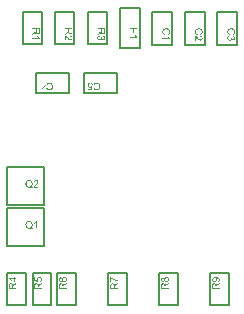
<source format=gbr>
%TF.GenerationSoftware,Altium Limited,Altium Designer,20.2.6 (244)*%
G04 Layer_Color=16711935*
%FSLAX26Y26*%
%MOIN*%
%TF.SameCoordinates,2EAD6035-BE33-4F7B-B0E7-EE8266E33042*%
%TF.FilePolarity,Positive*%
%TF.FileFunction,Other,Top_Assembly*%
%TF.Part,Single*%
G01*
G75*
%TA.AperFunction,NonConductor*%
%ADD39C,0.007874*%
G36*
X48980Y351983D02*
X55001D01*
Y348887D01*
X48980D01*
Y338008D01*
X46142D01*
X29867Y349468D01*
Y351983D01*
X46142D01*
Y355380D01*
X48980D01*
Y351983D01*
D02*
G37*
G36*
X55001Y332934D02*
X49776Y329602D01*
X49755Y329580D01*
X49669Y329537D01*
X49561Y329451D01*
X49410Y329365D01*
X49217Y329236D01*
X49002Y329086D01*
X48766Y328935D01*
X48486Y328763D01*
X47949Y328376D01*
X47368Y327968D01*
X46809Y327559D01*
X46551Y327387D01*
X46315Y327194D01*
X46293D01*
X46272Y327151D01*
X46207Y327108D01*
X46121Y327043D01*
X45906Y326850D01*
X45648Y326635D01*
X45368Y326355D01*
X45089Y326076D01*
X44852Y325775D01*
X44638Y325495D01*
X44616Y325474D01*
X44551Y325366D01*
X44487Y325216D01*
X44380Y325044D01*
X44272Y324807D01*
X44164Y324549D01*
X44057Y324270D01*
X43971Y323990D01*
Y323969D01*
X43950Y323883D01*
X43928Y323754D01*
X43907Y323560D01*
X43885Y323302D01*
X43864Y322980D01*
X43842Y322593D01*
Y318293D01*
X55001D01*
Y314960D01*
X29867D01*
Y326656D01*
X29889Y326936D01*
X29910Y327258D01*
X29931Y327624D01*
X29953Y328011D01*
X30039Y328828D01*
X30146Y329688D01*
X30233Y330096D01*
X30319Y330505D01*
X30426Y330870D01*
X30555Y331214D01*
Y331236D01*
X30576Y331300D01*
X30619Y331386D01*
X30684Y331494D01*
X30770Y331644D01*
X30856Y331816D01*
X31093Y332225D01*
X31436Y332655D01*
X31630Y332891D01*
X31845Y333128D01*
X32081Y333364D01*
X32340Y333579D01*
X32641Y333794D01*
X32941Y334009D01*
X32963Y334031D01*
X33028Y334052D01*
X33114Y334117D01*
X33242Y334181D01*
X33393Y334246D01*
X33587Y334353D01*
X33823Y334439D01*
X34059Y334547D01*
X34339Y334633D01*
X34618Y334740D01*
X35264Y334891D01*
X35973Y335020D01*
X36339Y335041D01*
X36725Y335063D01*
X36747D01*
X36855D01*
X36983Y335041D01*
X37177D01*
X37413Y335020D01*
X37672Y334977D01*
X37972Y334912D01*
X38295Y334848D01*
X38639Y334762D01*
X39005Y334633D01*
X39392Y334504D01*
X39757Y334332D01*
X40144Y334138D01*
X40531Y333902D01*
X40897Y333622D01*
X41240Y333321D01*
X41262Y333300D01*
X41327Y333235D01*
X41413Y333128D01*
X41541Y332999D01*
X41670Y332805D01*
X41843Y332590D01*
X42014Y332311D01*
X42208Y332010D01*
X42401Y331644D01*
X42617Y331257D01*
X42810Y330806D01*
X42982Y330333D01*
X43154Y329795D01*
X43326Y329236D01*
X43455Y328634D01*
X43562Y327968D01*
Y327989D01*
X43584Y328032D01*
X43627Y328097D01*
X43670Y328183D01*
X43799Y328419D01*
X43971Y328720D01*
X44164Y329043D01*
X44380Y329365D01*
X44594Y329688D01*
X44831Y329967D01*
X44852Y329989D01*
X44895Y330032D01*
X44960Y330118D01*
X45068Y330225D01*
X45197Y330354D01*
X45347Y330505D01*
X45541Y330677D01*
X45755Y330870D01*
X45971Y331064D01*
X46228Y331279D01*
X46809Y331752D01*
X47454Y332246D01*
X48163Y332741D01*
X55001Y337084D01*
Y332934D01*
D02*
G37*
G36*
X131379Y355660D02*
X131637D01*
X131917Y355617D01*
X132261Y355574D01*
X132648Y355509D01*
X133077Y355423D01*
X133529Y355316D01*
X134002Y355187D01*
X134475Y355036D01*
X134991Y354843D01*
X135486Y354606D01*
X135980Y354348D01*
X136475Y354026D01*
X136947Y353682D01*
X136990Y353660D01*
X137077Y353574D01*
X137227Y353424D01*
X137421Y353230D01*
X137657Y352994D01*
X137915Y352693D01*
X138195Y352349D01*
X138474Y351962D01*
X138754Y351510D01*
X139033Y351016D01*
X139291Y350478D01*
X139528Y349876D01*
X139721Y349253D01*
X139871Y348565D01*
X139958Y347855D01*
X140000Y347081D01*
Y346931D01*
X139979Y346759D01*
Y346522D01*
X139936Y346221D01*
X139893Y345877D01*
X139850Y345512D01*
X139764Y345103D01*
X139656Y344673D01*
X139528Y344222D01*
X139377Y343749D01*
X139184Y343276D01*
X138969Y342824D01*
X138710Y342351D01*
X138431Y341921D01*
X138087Y341491D01*
X138065Y341470D01*
X138001Y341405D01*
X137893Y341298D01*
X137743Y341147D01*
X137549Y340975D01*
X137313Y340782D01*
X137034Y340588D01*
X136732Y340373D01*
X136388Y340158D01*
X136001Y339943D01*
X135593Y339728D01*
X135120Y339535D01*
X134647Y339363D01*
X134131Y339212D01*
X133572Y339105D01*
X132992Y339019D01*
X132712Y342265D01*
X132733D01*
X132820Y342287D01*
X132948Y342308D01*
X133099Y342330D01*
X133292Y342394D01*
X133529Y342437D01*
X133787Y342523D01*
X134045Y342609D01*
X134625Y342824D01*
X135227Y343104D01*
X135786Y343469D01*
X136044Y343684D01*
X136281Y343921D01*
X136303Y343942D01*
X136324Y343985D01*
X136388Y344050D01*
X136475Y344157D01*
X136560Y344286D01*
X136647Y344437D01*
X136754Y344609D01*
X136862Y344802D01*
X136990Y345039D01*
X137098Y345275D01*
X137270Y345813D01*
X137421Y346415D01*
X137442Y346737D01*
X137464Y347081D01*
Y347189D01*
X137442Y347296D01*
Y347468D01*
X137421Y347662D01*
X137377Y347877D01*
X137313Y348135D01*
X137249Y348393D01*
X137162Y348694D01*
X137055Y348995D01*
X136926Y349317D01*
X136754Y349640D01*
X136560Y349941D01*
X136345Y350263D01*
X136088Y350564D01*
X135786Y350865D01*
X135765Y350887D01*
X135701Y350930D01*
X135614Y351016D01*
X135486Y351102D01*
X135314Y351231D01*
X135099Y351360D01*
X134862Y351489D01*
X134604Y351639D01*
X134303Y351790D01*
X133959Y351919D01*
X133594Y352048D01*
X133207Y352177D01*
X132776Y352263D01*
X132325Y352349D01*
X131852Y352392D01*
X131336Y352413D01*
X131315D01*
X131228D01*
X131078D01*
X130906Y352392D01*
X130669Y352370D01*
X130411Y352327D01*
X130132Y352284D01*
X129831Y352220D01*
X129487Y352155D01*
X129165Y352048D01*
X128799Y351940D01*
X128455Y351790D01*
X128111Y351618D01*
X127788Y351424D01*
X127466Y351188D01*
X127165Y350930D01*
X127144Y350908D01*
X127100Y350865D01*
X127014Y350779D01*
X126928Y350672D01*
X126799Y350521D01*
X126671Y350328D01*
X126541Y350134D01*
X126391Y349898D01*
X126240Y349618D01*
X126112Y349339D01*
X125983Y349016D01*
X125853Y348672D01*
X125767Y348285D01*
X125681Y347898D01*
X125638Y347490D01*
X125617Y347038D01*
Y346780D01*
X125638Y346651D01*
X125660Y346501D01*
X125703Y346135D01*
X125789Y345727D01*
X125897Y345254D01*
X126069Y344802D01*
X126305Y344329D01*
Y344308D01*
X126326Y344286D01*
X126370Y344222D01*
X126434Y344136D01*
X126585Y343921D01*
X126778Y343663D01*
X127036Y343362D01*
X127337Y343061D01*
X127681Y342760D01*
X128068Y342480D01*
X127681Y339578D01*
X114760Y342007D01*
Y354499D01*
X117705D01*
Y344458D01*
X124478Y343104D01*
X124456Y343125D01*
X124413Y343211D01*
X124327Y343340D01*
X124219Y343491D01*
X124112Y343706D01*
X123983Y343964D01*
X123832Y344243D01*
X123682Y344544D01*
X123531Y344888D01*
X123381Y345275D01*
X123252Y345662D01*
X123144Y346071D01*
X123037Y346501D01*
X122951Y346952D01*
X122908Y347404D01*
X122886Y347855D01*
Y348006D01*
X122908Y348178D01*
X122930Y348414D01*
X122951Y348694D01*
X123016Y349016D01*
X123080Y349382D01*
X123166Y349790D01*
X123295Y350199D01*
X123445Y350650D01*
X123639Y351123D01*
X123854Y351575D01*
X124112Y352048D01*
X124434Y352521D01*
X124778Y352972D01*
X125187Y353402D01*
X125209Y353424D01*
X125294Y353510D01*
X125424Y353617D01*
X125596Y353768D01*
X125832Y353940D01*
X126090Y354133D01*
X126412Y354327D01*
X126778Y354542D01*
X127186Y354757D01*
X127617Y354950D01*
X128111Y355144D01*
X128627Y355316D01*
X129186Y355466D01*
X129767Y355574D01*
X130390Y355660D01*
X131056Y355681D01*
X131100D01*
X131207D01*
X131379Y355660D01*
D02*
G37*
G36*
X139571Y332934D02*
X134346Y329602D01*
X134325Y329580D01*
X134238Y329537D01*
X134131Y329451D01*
X133981Y329365D01*
X133787Y329236D01*
X133572Y329086D01*
X133335Y328935D01*
X133056Y328763D01*
X132518Y328376D01*
X131938Y327968D01*
X131379Y327559D01*
X131121Y327387D01*
X130885Y327194D01*
X130863D01*
X130841Y327151D01*
X130777Y327108D01*
X130691Y327043D01*
X130476Y326850D01*
X130218Y326635D01*
X129939Y326355D01*
X129659Y326076D01*
X129423Y325775D01*
X129208Y325495D01*
X129186Y325474D01*
X129121Y325366D01*
X129057Y325216D01*
X128950Y325044D01*
X128842Y324807D01*
X128734Y324549D01*
X128627Y324270D01*
X128541Y323990D01*
Y323969D01*
X128519Y323883D01*
X128498Y323754D01*
X128476Y323560D01*
X128455Y323302D01*
X128434Y322980D01*
X128412Y322593D01*
Y318293D01*
X139571D01*
Y314960D01*
X114437D01*
Y326656D01*
X114459Y326936D01*
X114480Y327258D01*
X114501Y327624D01*
X114523Y328011D01*
X114609Y328828D01*
X114716Y329688D01*
X114802Y330096D01*
X114888Y330505D01*
X114996Y330870D01*
X115125Y331214D01*
Y331236D01*
X115147Y331300D01*
X115189Y331386D01*
X115254Y331494D01*
X115340Y331644D01*
X115426Y331816D01*
X115662Y332225D01*
X116007Y332655D01*
X116200Y332891D01*
X116415Y333128D01*
X116651Y333364D01*
X116909Y333579D01*
X117210Y333794D01*
X117511Y334009D01*
X117533Y334031D01*
X117597Y334052D01*
X117683Y334117D01*
X117812Y334181D01*
X117963Y334246D01*
X118156Y334353D01*
X118393Y334439D01*
X118629Y334547D01*
X118909Y334633D01*
X119189Y334740D01*
X119834Y334891D01*
X120543Y335020D01*
X120909Y335041D01*
X121296Y335063D01*
X121317D01*
X121424D01*
X121553Y335041D01*
X121747D01*
X121984Y335020D01*
X122242Y334977D01*
X122543Y334912D01*
X122865Y334848D01*
X123209Y334762D01*
X123575Y334633D01*
X123962Y334504D01*
X124327Y334332D01*
X124714Y334138D01*
X125101Y333902D01*
X125466Y333622D01*
X125811Y333321D01*
X125832Y333300D01*
X125897Y333235D01*
X125983Y333128D01*
X126112Y332999D01*
X126240Y332805D01*
X126412Y332590D01*
X126585Y332311D01*
X126778Y332010D01*
X126972Y331644D01*
X127186Y331257D01*
X127380Y330806D01*
X127552Y330333D01*
X127724Y329795D01*
X127896Y329236D01*
X128025Y328634D01*
X128132Y327968D01*
Y327989D01*
X128154Y328032D01*
X128197Y328097D01*
X128240Y328183D01*
X128369Y328419D01*
X128541Y328720D01*
X128734Y329043D01*
X128950Y329365D01*
X129165Y329688D01*
X129401Y329967D01*
X129423Y329989D01*
X129465Y330032D01*
X129530Y330118D01*
X129637Y330225D01*
X129767Y330354D01*
X129917Y330505D01*
X130111Y330677D01*
X130326Y330870D01*
X130541Y331064D01*
X130798Y331279D01*
X131379Y331752D01*
X132024Y332246D01*
X132733Y332741D01*
X139571Y337084D01*
Y332934D01*
D02*
G37*
G36*
X555761Y355509D02*
X555998Y355488D01*
X556277Y355466D01*
X556600Y355402D01*
X556965Y355337D01*
X557352Y355251D01*
X557761Y355122D01*
X558191Y354972D01*
X558642Y354778D01*
X559115Y354563D01*
X559567Y354305D01*
X560018Y353983D01*
X560448Y353639D01*
X560878Y353230D01*
X560900Y353209D01*
X560964Y353123D01*
X561072Y352994D01*
X561222Y352822D01*
X561394Y352585D01*
X561566Y352306D01*
X561760Y352005D01*
X561975Y351639D01*
X562168Y351231D01*
X562383Y350779D01*
X562555Y350285D01*
X562727Y349747D01*
X562878Y349188D01*
X562985Y348565D01*
X563050Y347920D01*
X563071Y347253D01*
Y347081D01*
X563050Y346888D01*
X563028Y346630D01*
X563007Y346329D01*
X562964Y345963D01*
X562878Y345555D01*
X562792Y345103D01*
X562684Y344652D01*
X562534Y344157D01*
X562362Y343663D01*
X562147Y343147D01*
X561889Y342652D01*
X561609Y342158D01*
X561265Y341706D01*
X560878Y341255D01*
X560857Y341233D01*
X560771Y341147D01*
X560642Y341040D01*
X560470Y340889D01*
X560255Y340717D01*
X559997Y340524D01*
X559696Y340330D01*
X559352Y340115D01*
X558986Y339900D01*
X558556Y339707D01*
X558105Y339513D01*
X557632Y339341D01*
X557094Y339191D01*
X556557Y339083D01*
X555976Y338997D01*
X555374Y338976D01*
X555353D01*
X555267D01*
X555138D01*
X554966Y338997D01*
X554751Y339019D01*
X554514Y339040D01*
X554235Y339083D01*
X553934Y339126D01*
X553289Y339277D01*
X552945Y339384D01*
X552601Y339513D01*
X552257Y339642D01*
X551913Y339814D01*
X551590Y340008D01*
X551268Y340223D01*
X551246Y340244D01*
X551203Y340287D01*
X551117Y340352D01*
X550988Y340459D01*
X550859Y340588D01*
X550709Y340739D01*
X550537Y340932D01*
X550365Y341126D01*
X550171Y341362D01*
X549978Y341642D01*
X549806Y341921D01*
X549612Y342244D01*
X549440Y342588D01*
X549290Y342953D01*
X549139Y343362D01*
X549010Y343770D01*
Y343749D01*
X548967Y343684D01*
X548946Y343577D01*
X548881Y343448D01*
X548817Y343297D01*
X548731Y343104D01*
X548494Y342695D01*
X548215Y342222D01*
X547871Y341749D01*
X547462Y341298D01*
X547247Y341104D01*
X547011Y340911D01*
X546989D01*
X546946Y340868D01*
X546882Y340825D01*
X546774Y340760D01*
X546645Y340696D01*
X546495Y340610D01*
X546323Y340545D01*
X546129Y340459D01*
X545678Y340287D01*
X545140Y340137D01*
X544538Y340029D01*
X544216Y340008D01*
X543893Y339986D01*
X543872D01*
X543764D01*
X543635Y340008D01*
X543442D01*
X543205Y340051D01*
X542926Y340094D01*
X542625Y340158D01*
X542281Y340223D01*
X541937Y340330D01*
X541550Y340459D01*
X541163Y340631D01*
X540776Y340803D01*
X540389Y341040D01*
X540002Y341298D01*
X539636Y341599D01*
X539271Y341943D01*
X539249Y341964D01*
X539185Y342029D01*
X539099Y342158D01*
X538970Y342308D01*
X538841Y342502D01*
X538669Y342738D01*
X538518Y343018D01*
X538325Y343340D01*
X538153Y343706D01*
X537981Y344093D01*
X537830Y344523D01*
X537701Y344996D01*
X537572Y345490D01*
X537486Y346028D01*
X537422Y346587D01*
X537400Y347189D01*
Y347339D01*
X537422Y347511D01*
Y347726D01*
X537465Y348006D01*
X537508Y348328D01*
X537551Y348694D01*
X537637Y349081D01*
X537744Y349489D01*
X537873Y349919D01*
X538024Y350371D01*
X538217Y350801D01*
X538432Y351252D01*
X538690Y351682D01*
X538970Y352091D01*
X539314Y352478D01*
X539335Y352499D01*
X539400Y352564D01*
X539507Y352671D01*
X539658Y352800D01*
X539851Y352951D01*
X540066Y353123D01*
X540324Y353295D01*
X540604Y353488D01*
X540948Y353682D01*
X541292Y353854D01*
X541679Y354026D01*
X542087Y354176D01*
X542517Y354305D01*
X542990Y354413D01*
X543463Y354477D01*
X543979Y354499D01*
X544001D01*
X544065D01*
X544151D01*
X544280Y354477D01*
X544431D01*
X544603Y354456D01*
X544796Y354413D01*
X545011Y354391D01*
X545484Y354284D01*
X546000Y354112D01*
X546516Y353875D01*
X546774Y353746D01*
X547032Y353574D01*
X547054D01*
X547097Y353531D01*
X547161Y353467D01*
X547247Y353402D01*
X547355Y353295D01*
X547484Y353187D01*
X547613Y353037D01*
X547763Y352886D01*
X547914Y352693D01*
X548086Y352478D01*
X548236Y352263D01*
X548408Y352005D01*
X548580Y351725D01*
X548731Y351446D01*
X548881Y351123D01*
X549010Y350779D01*
Y350801D01*
X549053Y350887D01*
X549096Y350994D01*
X549161Y351166D01*
X549247Y351360D01*
X549333Y351575D01*
X549462Y351833D01*
X549612Y352091D01*
X549956Y352671D01*
X550365Y353252D01*
X550881Y353811D01*
X551160Y354069D01*
X551461Y354305D01*
X551483Y354327D01*
X551547Y354348D01*
X551633Y354413D01*
X551762Y354499D01*
X551913Y354585D01*
X552106Y354692D01*
X552343Y354800D01*
X552579Y354929D01*
X552859Y355036D01*
X553181Y355144D01*
X553504Y355251D01*
X553848Y355337D01*
X554235Y355423D01*
X554622Y355488D01*
X555030Y355509D01*
X555460Y355531D01*
X555503D01*
X555611D01*
X555761Y355509D01*
D02*
G37*
G36*
X562641Y332934D02*
X557417Y329602D01*
X557395Y329580D01*
X557309Y329537D01*
X557202Y329451D01*
X557051Y329365D01*
X556858Y329236D01*
X556643Y329086D01*
X556406Y328935D01*
X556127Y328763D01*
X555589Y328376D01*
X555009Y327968D01*
X554450Y327559D01*
X554192Y327387D01*
X553955Y327194D01*
X553934D01*
X553912Y327151D01*
X553848Y327108D01*
X553762Y327043D01*
X553547Y326850D01*
X553289Y326635D01*
X553009Y326355D01*
X552730Y326076D01*
X552493Y325775D01*
X552278Y325495D01*
X552257Y325474D01*
X552192Y325366D01*
X552128Y325216D01*
X552020Y325044D01*
X551913Y324807D01*
X551805Y324549D01*
X551698Y324270D01*
X551612Y323990D01*
Y323969D01*
X551590Y323883D01*
X551569Y323754D01*
X551547Y323560D01*
X551526Y323302D01*
X551504Y322980D01*
X551483Y322593D01*
Y318293D01*
X562641D01*
Y314960D01*
X537508D01*
Y326656D01*
X537529Y326936D01*
X537551Y327258D01*
X537572Y327624D01*
X537594Y328011D01*
X537680Y328828D01*
X537787Y329688D01*
X537873Y330096D01*
X537959Y330505D01*
X538067Y330870D01*
X538196Y331214D01*
Y331236D01*
X538217Y331300D01*
X538260Y331386D01*
X538325Y331494D01*
X538411Y331644D01*
X538497Y331816D01*
X538733Y332225D01*
X539077Y332655D01*
X539271Y332891D01*
X539486Y333128D01*
X539722Y333364D01*
X539980Y333579D01*
X540281Y333794D01*
X540582Y334009D01*
X540604Y334031D01*
X540668Y334052D01*
X540754Y334117D01*
X540883Y334181D01*
X541034Y334246D01*
X541227Y334353D01*
X541464Y334439D01*
X541700Y334547D01*
X541980Y334633D01*
X542259Y334740D01*
X542904Y334891D01*
X543614Y335020D01*
X543979Y335041D01*
X544366Y335063D01*
X544388D01*
X544495D01*
X544624Y335041D01*
X544818D01*
X545054Y335020D01*
X545312Y334977D01*
X545613Y334912D01*
X545936Y334848D01*
X546280Y334762D01*
X546645Y334633D01*
X547032Y334504D01*
X547398Y334332D01*
X547785Y334138D01*
X548172Y333902D01*
X548537Y333622D01*
X548881Y333321D01*
X548903Y333300D01*
X548967Y333235D01*
X549053Y333128D01*
X549182Y332999D01*
X549311Y332805D01*
X549483Y332590D01*
X549655Y332311D01*
X549849Y332010D01*
X550042Y331644D01*
X550257Y331257D01*
X550451Y330806D01*
X550623Y330333D01*
X550795Y329795D01*
X550967Y329236D01*
X551096Y328634D01*
X551203Y327968D01*
Y327989D01*
X551225Y328032D01*
X551268Y328097D01*
X551311Y328183D01*
X551440Y328419D01*
X551612Y328720D01*
X551805Y329043D01*
X552020Y329365D01*
X552235Y329688D01*
X552472Y329967D01*
X552493Y329989D01*
X552536Y330032D01*
X552601Y330118D01*
X552708Y330225D01*
X552837Y330354D01*
X552988Y330505D01*
X553181Y330677D01*
X553396Y330870D01*
X553611Y331064D01*
X553869Y331279D01*
X554450Y331752D01*
X555095Y332246D01*
X555804Y332741D01*
X562641Y337084D01*
Y332934D01*
D02*
G37*
G36*
X720365Y355509D02*
X720773D01*
X721246Y355466D01*
X721762Y355445D01*
X722343Y355402D01*
X722945Y355337D01*
X723568Y355273D01*
X724837Y355079D01*
X725482Y354972D01*
X726084Y354821D01*
X726686Y354671D01*
X727245Y354477D01*
X727266Y354456D01*
X727374Y354434D01*
X727524Y354370D01*
X727718Y354284D01*
X727954Y354176D01*
X728234Y354026D01*
X728535Y353875D01*
X728857Y353703D01*
X729201Y353488D01*
X729567Y353252D01*
X729932Y352994D01*
X730276Y352714D01*
X730642Y352413D01*
X730964Y352091D01*
X731287Y351725D01*
X731588Y351360D01*
X731609Y351338D01*
X731652Y351274D01*
X731717Y351145D01*
X731824Y350994D01*
X731932Y350801D01*
X732061Y350564D01*
X732190Y350306D01*
X732319Y349984D01*
X732469Y349661D01*
X732598Y349296D01*
X732727Y348887D01*
X732835Y348457D01*
X732942Y348027D01*
X733007Y347554D01*
X733050Y347060D01*
X733071Y346544D01*
Y346415D01*
X733050Y346264D01*
Y346049D01*
X733028Y345813D01*
X732985Y345512D01*
X732942Y345189D01*
X732856Y344845D01*
X732770Y344458D01*
X732663Y344071D01*
X732534Y343684D01*
X732383Y343276D01*
X732190Y342867D01*
X731975Y342480D01*
X731717Y342093D01*
X731437Y341728D01*
X731416Y341706D01*
X731351Y341642D01*
X731265Y341556D01*
X731136Y341427D01*
X730964Y341276D01*
X730771Y341126D01*
X730534Y340932D01*
X730255Y340739D01*
X729932Y340545D01*
X729588Y340352D01*
X729223Y340180D01*
X728814Y339986D01*
X728363Y339836D01*
X727890Y339685D01*
X727374Y339578D01*
X726836Y339492D01*
X726557Y342459D01*
X726578D01*
X726643Y342480D01*
X726750Y342502D01*
X726901Y342523D01*
X727073Y342566D01*
X727266Y342631D01*
X727718Y342781D01*
X728234Y342975D01*
X728728Y343211D01*
X729201Y343512D01*
X729416Y343684D01*
X729610Y343878D01*
Y343899D01*
X729653Y343921D01*
X729696Y343985D01*
X729760Y344071D01*
X729825Y344179D01*
X729911Y344308D01*
X730061Y344630D01*
X730233Y345017D01*
X730384Y345490D01*
X730491Y346006D01*
X730513Y346307D01*
X730534Y346608D01*
Y346737D01*
X730513Y346845D01*
Y346974D01*
X730491Y347103D01*
X730448Y347447D01*
X730384Y347834D01*
X730255Y348242D01*
X730104Y348672D01*
X729889Y349081D01*
Y349102D01*
X729868Y349124D01*
X729760Y349253D01*
X729631Y349446D01*
X729438Y349704D01*
X729180Y349984D01*
X728900Y350263D01*
X728556Y350564D01*
X728169Y350822D01*
X728148D01*
X728126Y350844D01*
X728062Y350887D01*
X727976Y350930D01*
X727868Y350994D01*
X727718Y351059D01*
X727567Y351145D01*
X727395Y351231D01*
X727180Y351317D01*
X726965Y351403D01*
X726471Y351596D01*
X725890Y351790D01*
X725224Y351962D01*
X725202D01*
X725138Y351983D01*
X725030Y352005D01*
X724901Y352026D01*
X724729Y352069D01*
X724536Y352112D01*
X724299Y352155D01*
X724063Y352198D01*
X723783Y352241D01*
X723482Y352284D01*
X722837Y352370D01*
X722149Y352413D01*
X721440Y352435D01*
X721397D01*
X721289D01*
X721096D01*
X720859D01*
X720902Y352392D01*
X720988Y352349D01*
X721074Y352263D01*
X721203Y352177D01*
X721354Y352048D01*
X721676Y351768D01*
X722063Y351403D01*
X722450Y350973D01*
X722859Y350478D01*
X723224Y349898D01*
Y349876D01*
X723267Y349833D01*
X723310Y349747D01*
X723375Y349618D01*
X723439Y349468D01*
X723504Y349296D01*
X723590Y349102D01*
X723676Y348866D01*
X723762Y348629D01*
X723848Y348350D01*
X723977Y347769D01*
X724084Y347124D01*
X724127Y346436D01*
Y346307D01*
X724106Y346135D01*
X724084Y345920D01*
X724063Y345641D01*
X723998Y345340D01*
X723934Y344996D01*
X723848Y344609D01*
X723719Y344200D01*
X723568Y343770D01*
X723396Y343340D01*
X723181Y342910D01*
X722923Y342459D01*
X722622Y342007D01*
X722257Y341577D01*
X721870Y341169D01*
X721848Y341147D01*
X721762Y341083D01*
X721633Y340975D01*
X721461Y340825D01*
X721225Y340674D01*
X720967Y340481D01*
X720644Y340287D01*
X720279Y340094D01*
X719870Y339900D01*
X719419Y339707D01*
X718924Y339513D01*
X718387Y339363D01*
X717828Y339212D01*
X717226Y339105D01*
X716581Y339040D01*
X715893Y339019D01*
X715871D01*
X715850D01*
X715721D01*
X715527Y339040D01*
X715269Y339062D01*
X714947Y339083D01*
X714560Y339148D01*
X714151Y339212D01*
X713700Y339298D01*
X713227Y339427D01*
X712711Y339556D01*
X712216Y339750D01*
X711700Y339965D01*
X711184Y340223D01*
X710690Y340524D01*
X710195Y340868D01*
X709744Y341255D01*
X709722Y341276D01*
X709636Y341362D01*
X709529Y341491D01*
X709378Y341663D01*
X709206Y341878D01*
X708991Y342158D01*
X708798Y342459D01*
X708561Y342803D01*
X708346Y343190D01*
X708131Y343620D01*
X707938Y344093D01*
X707766Y344587D01*
X707615Y345125D01*
X707508Y345684D01*
X707422Y346286D01*
X707400Y346909D01*
Y347146D01*
X707422Y347318D01*
X707443Y347533D01*
X707465Y347791D01*
X707508Y348070D01*
X707572Y348393D01*
X707637Y348715D01*
X707723Y349081D01*
X707830Y349446D01*
X707959Y349833D01*
X708110Y350220D01*
X708303Y350607D01*
X708497Y350994D01*
X708733Y351381D01*
X708755Y351403D01*
X708798Y351467D01*
X708862Y351575D01*
X708970Y351725D01*
X709120Y351897D01*
X709271Y352091D01*
X709464Y352306D01*
X709701Y352542D01*
X709937Y352779D01*
X710217Y353037D01*
X710539Y353295D01*
X710883Y353553D01*
X711227Y353811D01*
X711636Y354047D01*
X712044Y354262D01*
X712496Y354477D01*
X712517Y354499D01*
X712603Y354520D01*
X712754Y354585D01*
X712947Y354649D01*
X713205Y354714D01*
X713506Y354821D01*
X713872Y354907D01*
X714302Y355015D01*
X714775Y355101D01*
X715291Y355208D01*
X715871Y355294D01*
X716516Y355359D01*
X717204Y355445D01*
X717935Y355488D01*
X718731Y355509D01*
X719569Y355531D01*
X719591D01*
X719634D01*
X719698D01*
X719784D01*
X719892D01*
X720042D01*
X720365Y355509D01*
D02*
G37*
G36*
X732641Y332934D02*
X727417Y329602D01*
X727395Y329580D01*
X727309Y329537D01*
X727202Y329451D01*
X727051Y329365D01*
X726858Y329236D01*
X726643Y329086D01*
X726406Y328935D01*
X726127Y328763D01*
X725589Y328376D01*
X725009Y327968D01*
X724450Y327559D01*
X724192Y327387D01*
X723955Y327194D01*
X723934D01*
X723912Y327151D01*
X723848Y327108D01*
X723762Y327043D01*
X723547Y326850D01*
X723289Y326635D01*
X723009Y326355D01*
X722730Y326076D01*
X722493Y325775D01*
X722278Y325495D01*
X722257Y325474D01*
X722192Y325366D01*
X722128Y325216D01*
X722020Y325044D01*
X721913Y324807D01*
X721805Y324549D01*
X721698Y324270D01*
X721612Y323990D01*
Y323969D01*
X721590Y323883D01*
X721569Y323754D01*
X721547Y323560D01*
X721526Y323302D01*
X721504Y322980D01*
X721483Y322593D01*
Y318293D01*
X732641D01*
Y314960D01*
X707508D01*
Y326656D01*
X707529Y326936D01*
X707551Y327258D01*
X707572Y327624D01*
X707594Y328011D01*
X707680Y328828D01*
X707787Y329688D01*
X707873Y330096D01*
X707959Y330505D01*
X708067Y330870D01*
X708196Y331214D01*
Y331236D01*
X708217Y331300D01*
X708260Y331386D01*
X708325Y331494D01*
X708411Y331644D01*
X708497Y331816D01*
X708733Y332225D01*
X709077Y332655D01*
X709271Y332891D01*
X709486Y333128D01*
X709722Y333364D01*
X709980Y333579D01*
X710281Y333794D01*
X710582Y334009D01*
X710604Y334031D01*
X710668Y334052D01*
X710754Y334117D01*
X710883Y334181D01*
X711034Y334246D01*
X711227Y334353D01*
X711464Y334439D01*
X711700Y334547D01*
X711980Y334633D01*
X712259Y334740D01*
X712904Y334891D01*
X713614Y335020D01*
X713979Y335041D01*
X714366Y335063D01*
X714388D01*
X714495D01*
X714624Y335041D01*
X714818D01*
X715054Y335020D01*
X715312Y334977D01*
X715613Y334912D01*
X715936Y334848D01*
X716280Y334762D01*
X716645Y334633D01*
X717032Y334504D01*
X717398Y334332D01*
X717785Y334138D01*
X718172Y333902D01*
X718537Y333622D01*
X718881Y333321D01*
X718903Y333300D01*
X718967Y333235D01*
X719053Y333128D01*
X719182Y332999D01*
X719311Y332805D01*
X719483Y332590D01*
X719655Y332311D01*
X719849Y332010D01*
X720042Y331644D01*
X720257Y331257D01*
X720451Y330806D01*
X720623Y330333D01*
X720795Y329795D01*
X720967Y329236D01*
X721096Y328634D01*
X721203Y327968D01*
Y327989D01*
X721225Y328032D01*
X721268Y328097D01*
X721311Y328183D01*
X721440Y328419D01*
X721612Y328720D01*
X721805Y329043D01*
X722020Y329365D01*
X722235Y329688D01*
X722472Y329967D01*
X722493Y329989D01*
X722536Y330032D01*
X722601Y330118D01*
X722708Y330225D01*
X722837Y330354D01*
X722988Y330505D01*
X723181Y330677D01*
X723396Y330870D01*
X723611Y331064D01*
X723869Y331279D01*
X724450Y331752D01*
X725095Y332246D01*
X725804Y332741D01*
X732641Y337084D01*
Y332934D01*
D02*
G37*
G36*
X555184Y1185018D02*
X555507Y1184997D01*
X555915Y1184954D01*
X556345Y1184911D01*
X556840Y1184846D01*
X557356Y1184782D01*
X557915Y1184674D01*
X558474Y1184567D01*
X559054Y1184416D01*
X559635Y1184244D01*
X560215Y1184051D01*
X560796Y1183814D01*
X561355Y1183556D01*
X561398Y1183535D01*
X561484Y1183492D01*
X561634Y1183406D01*
X561828Y1183277D01*
X562086Y1183126D01*
X562365Y1182933D01*
X562666Y1182718D01*
X563010Y1182460D01*
X563354Y1182180D01*
X563720Y1181858D01*
X564107Y1181514D01*
X564472Y1181127D01*
X564838Y1180718D01*
X565182Y1180267D01*
X565504Y1179794D01*
X565805Y1179299D01*
X565827Y1179256D01*
X565870Y1179170D01*
X565956Y1179020D01*
X566042Y1178805D01*
X566149Y1178547D01*
X566278Y1178246D01*
X566429Y1177902D01*
X566579Y1177493D01*
X566708Y1177063D01*
X566859Y1176590D01*
X566988Y1176096D01*
X567095Y1175558D01*
X567181Y1174999D01*
X567267Y1174419D01*
X567310Y1173817D01*
X567332Y1173193D01*
Y1173021D01*
X567310Y1172828D01*
Y1172570D01*
X567267Y1172247D01*
X567224Y1171860D01*
X567160Y1171452D01*
X567095Y1171000D01*
X566988Y1170506D01*
X566859Y1169990D01*
X566708Y1169474D01*
X566515Y1168936D01*
X566300Y1168399D01*
X566042Y1167883D01*
X565741Y1167367D01*
X565397Y1166872D01*
X565375Y1166851D01*
X565311Y1166765D01*
X565203Y1166636D01*
X565053Y1166442D01*
X564838Y1166249D01*
X564601Y1165991D01*
X564322Y1165733D01*
X563999Y1165453D01*
X563634Y1165152D01*
X563247Y1164851D01*
X562795Y1164550D01*
X562322Y1164249D01*
X561785Y1163970D01*
X561226Y1163712D01*
X560645Y1163475D01*
X560000Y1163260D01*
X559226Y1166528D01*
X559248D01*
X559355Y1166571D01*
X559484Y1166614D01*
X559678Y1166700D01*
X559893Y1166786D01*
X560172Y1166894D01*
X560452Y1167023D01*
X560753Y1167173D01*
X561419Y1167539D01*
X562086Y1167969D01*
X562387Y1168227D01*
X562688Y1168485D01*
X562967Y1168786D01*
X563225Y1169087D01*
X563247Y1169108D01*
X563290Y1169173D01*
X563333Y1169259D01*
X563419Y1169388D01*
X563526Y1169538D01*
X563634Y1169753D01*
X563741Y1169968D01*
X563870Y1170226D01*
X563978Y1170506D01*
X564085Y1170828D01*
X564193Y1171172D01*
X564300Y1171538D01*
X564386Y1171946D01*
X564429Y1172355D01*
X564472Y1172806D01*
X564494Y1173258D01*
Y1173537D01*
X564472Y1173731D01*
X564451Y1173989D01*
X564429Y1174268D01*
X564386Y1174591D01*
X564322Y1174956D01*
X564236Y1175322D01*
X564150Y1175709D01*
X564042Y1176117D01*
X563913Y1176526D01*
X563741Y1176934D01*
X563548Y1177343D01*
X563333Y1177730D01*
X563096Y1178117D01*
X563075Y1178138D01*
X563032Y1178203D01*
X562946Y1178310D01*
X562838Y1178439D01*
X562709Y1178590D01*
X562537Y1178762D01*
X562322Y1178977D01*
X562107Y1179192D01*
X561849Y1179407D01*
X561570Y1179643D01*
X561269Y1179858D01*
X560925Y1180095D01*
X560581Y1180310D01*
X560194Y1180503D01*
X559785Y1180675D01*
X559355Y1180847D01*
X559334D01*
X559248Y1180890D01*
X559119Y1180912D01*
X558947Y1180976D01*
X558732Y1181019D01*
X558474Y1181084D01*
X558194Y1181170D01*
X557872Y1181234D01*
X557528Y1181299D01*
X557141Y1181385D01*
X556754Y1181449D01*
X556345Y1181492D01*
X555464Y1181578D01*
X554539Y1181621D01*
X554496D01*
X554389D01*
X554217D01*
X554002Y1181600D01*
X553722D01*
X553400Y1181578D01*
X553034Y1181535D01*
X552626Y1181514D01*
X552196Y1181449D01*
X551744Y1181385D01*
X550820Y1181234D01*
X549852Y1180998D01*
X549379Y1180869D01*
X548928Y1180697D01*
X548906Y1180675D01*
X548820Y1180654D01*
X548691Y1180589D01*
X548541Y1180525D01*
X548347Y1180417D01*
X548111Y1180310D01*
X547853Y1180159D01*
X547595Y1179987D01*
X547294Y1179794D01*
X547014Y1179579D01*
X546713Y1179342D01*
X546412Y1179084D01*
X546133Y1178805D01*
X545853Y1178482D01*
X545595Y1178160D01*
X545359Y1177794D01*
X545337Y1177773D01*
X545316Y1177708D01*
X545251Y1177601D01*
X545165Y1177450D01*
X545079Y1177257D01*
X544993Y1177042D01*
X544886Y1176805D01*
X544778Y1176526D01*
X544649Y1176203D01*
X544542Y1175881D01*
X544456Y1175537D01*
X544370Y1175150D01*
X544219Y1174354D01*
X544198Y1173946D01*
X544176Y1173516D01*
Y1173387D01*
X544198Y1173236D01*
Y1173043D01*
X544219Y1172806D01*
X544262Y1172527D01*
X544305Y1172226D01*
X544370Y1171882D01*
X544456Y1171516D01*
X544563Y1171151D01*
X544692Y1170764D01*
X544864Y1170355D01*
X545036Y1169968D01*
X545251Y1169560D01*
X545509Y1169173D01*
X545789Y1168807D01*
X545810Y1168786D01*
X545875Y1168721D01*
X545961Y1168614D01*
X546090Y1168485D01*
X546262Y1168334D01*
X546477Y1168141D01*
X546713Y1167947D01*
X546993Y1167732D01*
X547315Y1167517D01*
X547659Y1167302D01*
X548046Y1167087D01*
X548476Y1166872D01*
X548949Y1166657D01*
X549444Y1166464D01*
X549981Y1166313D01*
X550562Y1166163D01*
X549723Y1162830D01*
X549702D01*
X549680Y1162852D01*
X549616D01*
X549551Y1162873D01*
X549336Y1162938D01*
X549057Y1163045D01*
X548713Y1163153D01*
X548326Y1163303D01*
X547874Y1163497D01*
X547423Y1163690D01*
X546928Y1163948D01*
X546412Y1164206D01*
X545896Y1164529D01*
X545380Y1164873D01*
X544864Y1165260D01*
X544370Y1165668D01*
X543918Y1166120D01*
X543488Y1166614D01*
X543467Y1166636D01*
X543402Y1166743D01*
X543295Y1166894D01*
X543144Y1167087D01*
X542994Y1167367D01*
X542800Y1167668D01*
X542607Y1168033D01*
X542413Y1168463D01*
X542220Y1168915D01*
X542026Y1169431D01*
X541833Y1169968D01*
X541682Y1170549D01*
X541532Y1171172D01*
X541424Y1171817D01*
X541360Y1172527D01*
X541338Y1173236D01*
Y1173408D01*
X541360Y1173623D01*
Y1173903D01*
X541381Y1174247D01*
X541424Y1174655D01*
X541467Y1175107D01*
X541553Y1175580D01*
X541639Y1176096D01*
X541747Y1176633D01*
X541876Y1177192D01*
X542026Y1177751D01*
X542220Y1178289D01*
X542435Y1178848D01*
X542693Y1179364D01*
X542972Y1179858D01*
X542994Y1179880D01*
X543058Y1179966D01*
X543144Y1180095D01*
X543273Y1180267D01*
X543445Y1180482D01*
X543660Y1180740D01*
X543918Y1180998D01*
X544198Y1181299D01*
X544520Y1181600D01*
X544864Y1181922D01*
X545273Y1182245D01*
X545703Y1182567D01*
X546154Y1182868D01*
X546670Y1183169D01*
X547186Y1183470D01*
X547767Y1183728D01*
X547810Y1183750D01*
X547917Y1183793D01*
X548089Y1183857D01*
X548304Y1183922D01*
X548605Y1184029D01*
X548949Y1184137D01*
X549336Y1184266D01*
X549788Y1184373D01*
X550282Y1184502D01*
X550798Y1184631D01*
X551357Y1184739D01*
X551938Y1184825D01*
X552561Y1184911D01*
X553185Y1184975D01*
X553851Y1185018D01*
X554518Y1185040D01*
X554539D01*
X554561D01*
X554690D01*
X554905D01*
X555184Y1185018D01*
D02*
G37*
G36*
X560710Y1157584D02*
X560753Y1157498D01*
X560817Y1157348D01*
X560903Y1157176D01*
X561032Y1156939D01*
X561161Y1156681D01*
X561333Y1156402D01*
X561527Y1156079D01*
X561720Y1155735D01*
X561957Y1155370D01*
X562451Y1154617D01*
X563010Y1153865D01*
X563634Y1153112D01*
X563655Y1153091D01*
X563720Y1153026D01*
X563806Y1152919D01*
X563935Y1152790D01*
X564085Y1152639D01*
X564279Y1152446D01*
X564472Y1152252D01*
X564709Y1152037D01*
X565225Y1151586D01*
X565784Y1151134D01*
X566386Y1150704D01*
X566708Y1150532D01*
X567009Y1150360D01*
Y1148361D01*
X541768D01*
Y1151457D01*
X561419D01*
X561398Y1151478D01*
X561376Y1151500D01*
X561312Y1151564D01*
X561247Y1151650D01*
X561140Y1151779D01*
X561032Y1151908D01*
X560903Y1152059D01*
X560753Y1152231D01*
X560430Y1152661D01*
X560086Y1153155D01*
X559699Y1153736D01*
X559291Y1154381D01*
X559269Y1154402D01*
X559248Y1154467D01*
X559183Y1154553D01*
X559119Y1154682D01*
X559033Y1154832D01*
X558925Y1155026D01*
X558818Y1155241D01*
X558689Y1155456D01*
X558431Y1155972D01*
X558173Y1156509D01*
X557915Y1157068D01*
X557700Y1157606D01*
X560688D01*
X560710Y1157584D01*
D02*
G37*
G36*
X458204Y1168076D02*
X455237D01*
Y1181707D01*
X447454D01*
Y1169904D01*
X444487D01*
Y1181707D01*
X433070D01*
Y1185040D01*
X458204D01*
Y1168076D01*
D02*
G37*
G36*
X452012Y1162615D02*
X452055Y1162529D01*
X452119Y1162379D01*
X452205Y1162207D01*
X452334Y1161970D01*
X452463Y1161712D01*
X452635Y1161433D01*
X452829Y1161110D01*
X453022Y1160766D01*
X453259Y1160401D01*
X453753Y1159648D01*
X454312Y1158896D01*
X454936Y1158143D01*
X454957Y1158122D01*
X455022Y1158057D01*
X455108Y1157950D01*
X455237Y1157821D01*
X455387Y1157670D01*
X455581Y1157477D01*
X455774Y1157283D01*
X456011Y1157068D01*
X456527Y1156617D01*
X457086Y1156165D01*
X457688Y1155735D01*
X458010Y1155563D01*
X458311Y1155391D01*
Y1153392D01*
X433070D01*
Y1156488D01*
X452721D01*
X452700Y1156509D01*
X452678Y1156531D01*
X452614Y1156595D01*
X452549Y1156681D01*
X452442Y1156810D01*
X452334Y1156939D01*
X452205Y1157090D01*
X452055Y1157262D01*
X451732Y1157692D01*
X451388Y1158186D01*
X451001Y1158767D01*
X450593Y1159412D01*
X450571Y1159433D01*
X450550Y1159498D01*
X450485Y1159584D01*
X450421Y1159713D01*
X450335Y1159863D01*
X450227Y1160057D01*
X450120Y1160272D01*
X449991Y1160487D01*
X449733Y1161003D01*
X449475Y1161540D01*
X449217Y1162099D01*
X449002Y1162637D01*
X451990D01*
X452012Y1162615D01*
D02*
G37*
G36*
X123872Y517949D02*
X120776D01*
Y537600D01*
X120754Y537578D01*
X120733Y537557D01*
X120668Y537492D01*
X120582Y537428D01*
X120454Y537321D01*
X120325Y537213D01*
X120174Y537084D01*
X120002Y536933D01*
X119572Y536611D01*
X119078Y536267D01*
X118497Y535880D01*
X117852Y535471D01*
X117831Y535450D01*
X117766Y535428D01*
X117680Y535364D01*
X117551Y535299D01*
X117400Y535213D01*
X117207Y535106D01*
X116992Y534999D01*
X116777Y534870D01*
X116261Y534611D01*
X115724Y534354D01*
X115165Y534096D01*
X114627Y533880D01*
Y536869D01*
X114648Y536890D01*
X114734Y536933D01*
X114885Y536998D01*
X115057Y537084D01*
X115293Y537213D01*
X115552Y537342D01*
X115831Y537514D01*
X116153Y537707D01*
X116498Y537901D01*
X116863Y538138D01*
X117615Y538632D01*
X118368Y539191D01*
X119121Y539814D01*
X119142Y539836D01*
X119207Y539900D01*
X119314Y539986D01*
X119443Y540115D01*
X119594Y540266D01*
X119787Y540460D01*
X119981Y540653D01*
X120195Y540889D01*
X120647Y541405D01*
X121099Y541965D01*
X121528Y542567D01*
X121701Y542889D01*
X121873Y543190D01*
X123872D01*
Y517949D01*
D02*
G37*
G36*
X97599Y543491D02*
X97921Y543470D01*
X98266Y543427D01*
X98674Y543384D01*
X99104Y543298D01*
X99577Y543212D01*
X100093Y543104D01*
X100609Y542975D01*
X101147Y542824D01*
X101684Y542631D01*
X102222Y542394D01*
X102759Y542158D01*
X103296Y541857D01*
X103340Y541836D01*
X103425Y541771D01*
X103555Y541685D01*
X103748Y541556D01*
X103984Y541384D01*
X104264Y541169D01*
X104565Y540933D01*
X104888Y540653D01*
X105210Y540352D01*
X105576Y539986D01*
X105919Y539621D01*
X106263Y539191D01*
X106629Y538761D01*
X106951Y538266D01*
X107274Y537750D01*
X107553Y537213D01*
X107575Y537170D01*
X107618Y537084D01*
X107683Y536912D01*
X107790Y536697D01*
X107897Y536418D01*
X108026Y536073D01*
X108156Y535687D01*
X108306Y535256D01*
X108435Y534784D01*
X108564Y534268D01*
X108693Y533708D01*
X108800Y533128D01*
X108908Y532505D01*
X108972Y531860D01*
X109016Y531193D01*
X109037Y530505D01*
Y530462D01*
Y530376D01*
Y530204D01*
X109016Y529989D01*
Y529710D01*
X108994Y529387D01*
X108951Y529043D01*
X108930Y528656D01*
X108865Y528226D01*
X108800Y527796D01*
X108629Y526850D01*
X108413Y525883D01*
X108263Y525409D01*
X108091Y524937D01*
Y524915D01*
X108048Y524829D01*
X107984Y524700D01*
X107919Y524528D01*
X107811Y524313D01*
X107683Y524055D01*
X107553Y523775D01*
X107382Y523475D01*
X107188Y523152D01*
X106973Y522787D01*
X106758Y522442D01*
X106500Y522077D01*
X106221Y521712D01*
X105919Y521324D01*
X105597Y520959D01*
X105253Y520615D01*
X105275Y520593D01*
X105361Y520551D01*
X105490Y520465D01*
X105640Y520357D01*
X105855Y520228D01*
X106091Y520077D01*
X106350Y519905D01*
X106650Y519734D01*
X106973Y519540D01*
X107296Y519346D01*
X108026Y518960D01*
X108757Y518594D01*
X109510Y518293D01*
X108521Y516014D01*
X108499Y516035D01*
X108392Y516057D01*
X108263Y516121D01*
X108070Y516207D01*
X107811Y516293D01*
X107532Y516423D01*
X107210Y516573D01*
X106844Y516766D01*
X106457Y516960D01*
X106027Y517175D01*
X105576Y517433D01*
X105124Y517712D01*
X104651Y518014D01*
X104156Y518336D01*
X103641Y518680D01*
X103146Y519067D01*
X103124Y519045D01*
X103017Y519003D01*
X102867Y518917D01*
X102651Y518831D01*
X102394Y518702D01*
X102093Y518572D01*
X101727Y518443D01*
X101319Y518293D01*
X100888Y518143D01*
X100415Y518014D01*
X99900Y517885D01*
X99362Y517755D01*
X98781Y517669D01*
X98201Y517583D01*
X97578Y517540D01*
X96954Y517519D01*
X96803D01*
X96632Y517540D01*
X96374D01*
X96073Y517562D01*
X95728Y517605D01*
X95341Y517648D01*
X94912Y517734D01*
X94439Y517820D01*
X93944Y517928D01*
X93428Y518057D01*
X92912Y518207D01*
X92374Y518400D01*
X91837Y518615D01*
X91299Y518874D01*
X90762Y519153D01*
X90740Y519174D01*
X90633Y519239D01*
X90504Y519325D01*
X90311Y519454D01*
X90074Y519626D01*
X89816Y519841D01*
X89515Y520077D01*
X89192Y520357D01*
X88849Y520658D01*
X88504Y521002D01*
X88139Y521389D01*
X87795Y521798D01*
X87430Y522249D01*
X87107Y522722D01*
X86784Y523238D01*
X86484Y523775D01*
X86462Y523818D01*
X86419Y523904D01*
X86355Y524077D01*
X86247Y524292D01*
X86139Y524592D01*
X86010Y524915D01*
X85882Y525302D01*
X85752Y525732D01*
X85602Y526205D01*
X85473Y526742D01*
X85344Y527280D01*
X85237Y527882D01*
X85129Y528505D01*
X85064Y529150D01*
X85022Y529817D01*
X85000Y530505D01*
Y530527D01*
Y530548D01*
Y530677D01*
Y530870D01*
X85022Y531129D01*
X85043Y531451D01*
X85086Y531838D01*
X85129Y532268D01*
X85194Y532741D01*
X85258Y533257D01*
X85365Y533794D01*
X85495Y534354D01*
X85645Y534913D01*
X85817Y535514D01*
X86010Y536095D01*
X86247Y536676D01*
X86505Y537256D01*
X86526Y537299D01*
X86570Y537385D01*
X86656Y537557D01*
X86784Y537750D01*
X86935Y538009D01*
X87129Y538309D01*
X87344Y538632D01*
X87602Y538976D01*
X87903Y539341D01*
X88204Y539729D01*
X88569Y540115D01*
X88956Y540503D01*
X89365Y540889D01*
X89794Y541255D01*
X90289Y541577D01*
X90784Y541900D01*
X90826Y541922D01*
X90912Y541965D01*
X91063Y542051D01*
X91278Y542158D01*
X91536Y542265D01*
X91859Y542416D01*
X92203Y542567D01*
X92611Y542717D01*
X93062Y542867D01*
X93535Y542996D01*
X94052Y543147D01*
X94589Y543255D01*
X95169Y543362D01*
X95772Y543448D01*
X96374Y543491D01*
X97019Y543513D01*
X97362D01*
X97599Y543491D01*
D02*
G37*
G36*
X120927Y679192D02*
X121184D01*
X121486Y679149D01*
X121829Y679106D01*
X122238Y679042D01*
X122647Y678956D01*
X123098Y678848D01*
X123571Y678719D01*
X124044Y678547D01*
X124517Y678354D01*
X124990Y678139D01*
X125442Y677859D01*
X125893Y677558D01*
X126302Y677193D01*
X126323Y677171D01*
X126388Y677107D01*
X126495Y676999D01*
X126645Y676827D01*
X126796Y676634D01*
X126968Y676397D01*
X127162Y676139D01*
X127376Y675817D01*
X127570Y675473D01*
X127763Y675107D01*
X127936Y674699D01*
X128107Y674247D01*
X128237Y673796D01*
X128344Y673301D01*
X128409Y672764D01*
X128430Y672226D01*
Y672205D01*
Y672162D01*
Y672076D01*
Y671968D01*
X128409Y671839D01*
Y671667D01*
X128387Y671495D01*
X128344Y671302D01*
X128280Y670850D01*
X128172Y670334D01*
X128022Y669797D01*
X127806Y669259D01*
Y669238D01*
X127785Y669195D01*
X127742Y669109D01*
X127677Y669001D01*
X127613Y668872D01*
X127527Y668722D01*
X127441Y668528D01*
X127312Y668335D01*
X127032Y667862D01*
X126667Y667346D01*
X126237Y666787D01*
X125743Y666185D01*
X125721Y666163D01*
X125678Y666120D01*
X125592Y666013D01*
X125463Y665884D01*
X125312Y665733D01*
X125119Y665518D01*
X124882Y665303D01*
X124624Y665024D01*
X124302Y664723D01*
X123958Y664400D01*
X123571Y664035D01*
X123141Y663626D01*
X122689Y663218D01*
X122174Y662745D01*
X121615Y662272D01*
X121013Y661756D01*
X120991Y661734D01*
X120883Y661648D01*
X120754Y661541D01*
X120561Y661390D01*
X120346Y661197D01*
X120088Y660982D01*
X119808Y660745D01*
X119529Y660487D01*
X118927Y659971D01*
X118347Y659434D01*
X118067Y659197D01*
X117831Y658982D01*
X117615Y658767D01*
X117444Y658595D01*
X117400Y658552D01*
X117314Y658445D01*
X117164Y658294D01*
X116992Y658079D01*
X116777Y657843D01*
X116562Y657563D01*
X116347Y657262D01*
X116132Y656940D01*
X128473D01*
Y653973D01*
X111853D01*
Y653994D01*
Y654016D01*
Y654080D01*
Y654166D01*
Y654381D01*
X111875Y654661D01*
X111918Y654983D01*
X111983Y655327D01*
X112069Y655714D01*
X112198Y656101D01*
Y656123D01*
X112219Y656187D01*
X112262Y656273D01*
X112326Y656402D01*
X112391Y656553D01*
X112477Y656725D01*
X112585Y656940D01*
X112692Y657155D01*
X112972Y657671D01*
X113337Y658230D01*
X113746Y658832D01*
X114240Y659434D01*
X114261Y659455D01*
X114305Y659520D01*
X114391Y659606D01*
X114498Y659735D01*
X114648Y659885D01*
X114820Y660079D01*
X115035Y660294D01*
X115272Y660530D01*
X115530Y660810D01*
X115831Y661089D01*
X116175Y661412D01*
X116540Y661734D01*
X116927Y662100D01*
X117358Y662465D01*
X117809Y662852D01*
X118282Y663239D01*
X118303D01*
X118325Y663282D01*
X118454Y663390D01*
X118669Y663562D01*
X118948Y663798D01*
X119271Y664078D01*
X119658Y664422D01*
X120067Y664787D01*
X120496Y665174D01*
X120969Y665583D01*
X121421Y666034D01*
X121894Y666464D01*
X122346Y666916D01*
X122754Y667346D01*
X123162Y667776D01*
X123507Y668184D01*
X123808Y668571D01*
X123829Y668593D01*
X123872Y668657D01*
X123936Y668765D01*
X124044Y668915D01*
X124151Y669087D01*
X124259Y669281D01*
X124388Y669517D01*
X124538Y669775D01*
X124796Y670356D01*
X125033Y670979D01*
X125119Y671302D01*
X125183Y671624D01*
X125227Y671968D01*
X125248Y672291D01*
Y672312D01*
Y672377D01*
Y672463D01*
X125227Y672592D01*
X125205Y672764D01*
X125183Y672936D01*
X125141Y673151D01*
X125076Y673366D01*
X124925Y673860D01*
X124818Y674097D01*
X124689Y674376D01*
X124538Y674634D01*
X124367Y674892D01*
X124173Y675150D01*
X123936Y675387D01*
X123915Y675408D01*
X123872Y675451D01*
X123808Y675494D01*
X123700Y675580D01*
X123571Y675688D01*
X123421Y675795D01*
X123227Y675903D01*
X123012Y676032D01*
X122775Y676139D01*
X122517Y676247D01*
X122238Y676354D01*
X121937Y676462D01*
X121615Y676548D01*
X121270Y676591D01*
X120905Y676634D01*
X120518Y676655D01*
X120303D01*
X120153Y676634D01*
X119959Y676612D01*
X119744Y676591D01*
X119507Y676548D01*
X119228Y676483D01*
X118669Y676333D01*
X118368Y676225D01*
X118067Y676075D01*
X117766Y675924D01*
X117487Y675752D01*
X117207Y675537D01*
X116949Y675301D01*
X116927Y675279D01*
X116885Y675236D01*
X116820Y675172D01*
X116734Y675064D01*
X116648Y674914D01*
X116519Y674763D01*
X116412Y674570D01*
X116282Y674333D01*
X116153Y674097D01*
X116046Y673817D01*
X115917Y673516D01*
X115831Y673194D01*
X115745Y672828D01*
X115680Y672463D01*
X115638Y672054D01*
X115616Y671624D01*
X112434Y671947D01*
Y671990D01*
X112456Y672097D01*
X112477Y672291D01*
X112520Y672527D01*
X112585Y672828D01*
X112649Y673172D01*
X112735Y673538D01*
X112864Y673946D01*
X112993Y674376D01*
X113165Y674828D01*
X113359Y675279D01*
X113595Y675731D01*
X113853Y676161D01*
X114154Y676591D01*
X114498Y676978D01*
X114864Y677343D01*
X114885Y677365D01*
X114971Y677429D01*
X115079Y677515D01*
X115251Y677644D01*
X115466Y677773D01*
X115724Y677945D01*
X116025Y678096D01*
X116368Y678289D01*
X116755Y678461D01*
X117186Y678633D01*
X117659Y678784D01*
X118174Y678913D01*
X118712Y679042D01*
X119314Y679128D01*
X119938Y679192D01*
X120582Y679214D01*
X120733D01*
X120927Y679192D01*
D02*
G37*
G36*
X97599Y679515D02*
X97921Y679493D01*
X98266Y679450D01*
X98674Y679407D01*
X99104Y679321D01*
X99577Y679235D01*
X100093Y679128D01*
X100609Y678999D01*
X101147Y678848D01*
X101684Y678655D01*
X102222Y678418D01*
X102759Y678182D01*
X103296Y677881D01*
X103340Y677859D01*
X103425Y677795D01*
X103555Y677709D01*
X103748Y677580D01*
X103984Y677408D01*
X104264Y677193D01*
X104565Y676956D01*
X104888Y676677D01*
X105210Y676376D01*
X105576Y676010D01*
X105919Y675645D01*
X106263Y675215D01*
X106629Y674785D01*
X106951Y674290D01*
X107274Y673774D01*
X107553Y673237D01*
X107575Y673194D01*
X107618Y673108D01*
X107683Y672936D01*
X107790Y672721D01*
X107897Y672441D01*
X108026Y672097D01*
X108156Y671710D01*
X108306Y671280D01*
X108435Y670807D01*
X108564Y670291D01*
X108693Y669732D01*
X108800Y669152D01*
X108908Y668528D01*
X108972Y667883D01*
X109016Y667217D01*
X109037Y666529D01*
Y666486D01*
Y666400D01*
Y666228D01*
X109016Y666013D01*
Y665733D01*
X108994Y665411D01*
X108951Y665067D01*
X108930Y664680D01*
X108865Y664250D01*
X108800Y663820D01*
X108629Y662874D01*
X108413Y661906D01*
X108263Y661433D01*
X108091Y660960D01*
Y660939D01*
X108048Y660853D01*
X107984Y660724D01*
X107919Y660552D01*
X107811Y660337D01*
X107683Y660079D01*
X107553Y659799D01*
X107382Y659498D01*
X107188Y659176D01*
X106973Y658810D01*
X106758Y658466D01*
X106500Y658101D01*
X106221Y657735D01*
X105919Y657348D01*
X105597Y656983D01*
X105253Y656639D01*
X105275Y656617D01*
X105361Y656574D01*
X105490Y656488D01*
X105640Y656381D01*
X105855Y656252D01*
X106091Y656101D01*
X106350Y655929D01*
X106650Y655757D01*
X106973Y655564D01*
X107296Y655370D01*
X108026Y654983D01*
X108757Y654618D01*
X109510Y654317D01*
X108521Y652038D01*
X108499Y652059D01*
X108392Y652081D01*
X108263Y652145D01*
X108070Y652231D01*
X107811Y652317D01*
X107532Y652446D01*
X107210Y652597D01*
X106844Y652790D01*
X106457Y652984D01*
X106027Y653199D01*
X105576Y653457D01*
X105124Y653736D01*
X104651Y654037D01*
X104156Y654360D01*
X103641Y654704D01*
X103146Y655091D01*
X103124Y655069D01*
X103017Y655026D01*
X102867Y654940D01*
X102651Y654854D01*
X102394Y654725D01*
X102093Y654596D01*
X101727Y654467D01*
X101319Y654317D01*
X100888Y654166D01*
X100415Y654037D01*
X99900Y653908D01*
X99362Y653779D01*
X98781Y653693D01*
X98201Y653607D01*
X97578Y653564D01*
X96954Y653543D01*
X96803D01*
X96632Y653564D01*
X96374D01*
X96073Y653586D01*
X95728Y653629D01*
X95341Y653672D01*
X94912Y653758D01*
X94439Y653844D01*
X93944Y653951D01*
X93428Y654080D01*
X92912Y654231D01*
X92374Y654424D01*
X91837Y654639D01*
X91299Y654897D01*
X90762Y655177D01*
X90740Y655198D01*
X90633Y655263D01*
X90504Y655349D01*
X90311Y655478D01*
X90074Y655650D01*
X89816Y655865D01*
X89515Y656101D01*
X89192Y656381D01*
X88849Y656682D01*
X88504Y657026D01*
X88139Y657413D01*
X87795Y657821D01*
X87430Y658273D01*
X87107Y658746D01*
X86784Y659262D01*
X86484Y659799D01*
X86462Y659842D01*
X86419Y659928D01*
X86355Y660100D01*
X86247Y660315D01*
X86139Y660616D01*
X86010Y660939D01*
X85882Y661326D01*
X85752Y661756D01*
X85602Y662229D01*
X85473Y662766D01*
X85344Y663304D01*
X85237Y663906D01*
X85129Y664529D01*
X85064Y665174D01*
X85022Y665841D01*
X85000Y666529D01*
Y666550D01*
Y666572D01*
Y666701D01*
Y666894D01*
X85022Y667152D01*
X85043Y667475D01*
X85086Y667862D01*
X85129Y668292D01*
X85194Y668765D01*
X85258Y669281D01*
X85365Y669818D01*
X85495Y670377D01*
X85645Y670936D01*
X85817Y671538D01*
X86010Y672119D01*
X86247Y672699D01*
X86505Y673280D01*
X86526Y673323D01*
X86570Y673409D01*
X86656Y673581D01*
X86784Y673774D01*
X86935Y674032D01*
X87129Y674333D01*
X87344Y674656D01*
X87602Y675000D01*
X87903Y675365D01*
X88204Y675752D01*
X88569Y676139D01*
X88956Y676526D01*
X89365Y676913D01*
X89794Y677279D01*
X90289Y677601D01*
X90784Y677924D01*
X90826Y677945D01*
X90912Y677988D01*
X91063Y678074D01*
X91278Y678182D01*
X91536Y678289D01*
X91859Y678440D01*
X92203Y678590D01*
X92611Y678741D01*
X93062Y678891D01*
X93535Y679020D01*
X94052Y679171D01*
X94589Y679278D01*
X95169Y679386D01*
X95772Y679472D01*
X96374Y679515D01*
X97019Y679536D01*
X97362D01*
X97599Y679515D01*
D02*
G37*
G36*
X241668Y1173344D02*
X241647Y1173064D01*
X241625Y1172742D01*
X241604Y1172376D01*
X241582Y1171989D01*
X241496Y1171172D01*
X241389Y1170312D01*
X241303Y1169904D01*
X241217Y1169495D01*
X241109Y1169130D01*
X240980Y1168786D01*
Y1168764D01*
X240959Y1168700D01*
X240916Y1168614D01*
X240851Y1168506D01*
X240765Y1168356D01*
X240679Y1168184D01*
X240443Y1167775D01*
X240099Y1167345D01*
X239905Y1167109D01*
X239690Y1166872D01*
X239454Y1166636D01*
X239196Y1166421D01*
X238895Y1166206D01*
X238594Y1165991D01*
X238572Y1165969D01*
X238508Y1165948D01*
X238422Y1165883D01*
X238293Y1165819D01*
X238142Y1165754D01*
X237949Y1165647D01*
X237712Y1165561D01*
X237476Y1165453D01*
X237196Y1165367D01*
X236917Y1165260D01*
X236272Y1165109D01*
X235562Y1164980D01*
X235197Y1164959D01*
X234810Y1164937D01*
X234788D01*
X234681D01*
X234552Y1164959D01*
X234358D01*
X234122Y1164980D01*
X233864Y1165023D01*
X233563Y1165088D01*
X233240Y1165152D01*
X232896Y1165238D01*
X232531Y1165367D01*
X232144Y1165496D01*
X231778Y1165668D01*
X231391Y1165862D01*
X231004Y1166098D01*
X230639Y1166378D01*
X230295Y1166679D01*
X230273Y1166700D01*
X230209Y1166765D01*
X230123Y1166872D01*
X229994Y1167001D01*
X229865Y1167195D01*
X229693Y1167410D01*
X229521Y1167689D01*
X229327Y1167990D01*
X229134Y1168356D01*
X228919Y1168743D01*
X228725Y1169194D01*
X228553Y1169667D01*
X228381Y1170205D01*
X228209Y1170764D01*
X228080Y1171366D01*
X227973Y1172032D01*
Y1172011D01*
X227951Y1171968D01*
X227908Y1171903D01*
X227865Y1171817D01*
X227736Y1171581D01*
X227564Y1171280D01*
X227371Y1170957D01*
X227156Y1170635D01*
X226941Y1170312D01*
X226704Y1170033D01*
X226683Y1170011D01*
X226640Y1169968D01*
X226575Y1169882D01*
X226468Y1169775D01*
X226339Y1169646D01*
X226188Y1169495D01*
X225995Y1169323D01*
X225780Y1169130D01*
X225565Y1168936D01*
X225307Y1168721D01*
X224726Y1168248D01*
X224081Y1167754D01*
X223372Y1167259D01*
X216535Y1162916D01*
Y1167066D01*
X221759Y1170398D01*
X221781Y1170420D01*
X221867Y1170463D01*
X221974Y1170549D01*
X222125Y1170635D01*
X222318Y1170764D01*
X222533Y1170914D01*
X222770Y1171065D01*
X223049Y1171237D01*
X223587Y1171624D01*
X224167Y1172032D01*
X224726Y1172441D01*
X224984Y1172613D01*
X225221Y1172806D01*
X225242D01*
X225264Y1172849D01*
X225328Y1172892D01*
X225414Y1172957D01*
X225629Y1173150D01*
X225887Y1173365D01*
X226167Y1173645D01*
X226446Y1173924D01*
X226683Y1174225D01*
X226898Y1174505D01*
X226919Y1174526D01*
X226984Y1174634D01*
X227048Y1174784D01*
X227156Y1174956D01*
X227263Y1175193D01*
X227371Y1175451D01*
X227478Y1175730D01*
X227564Y1176010D01*
Y1176031D01*
X227586Y1176117D01*
X227607Y1176246D01*
X227629Y1176440D01*
X227650Y1176698D01*
X227672Y1177020D01*
X227693Y1177407D01*
Y1181707D01*
X216535D01*
Y1185040D01*
X241668D01*
Y1173344D01*
D02*
G37*
G36*
X217223Y1161368D02*
X217545Y1161325D01*
X217889Y1161261D01*
X218276Y1161175D01*
X218663Y1161046D01*
X218685D01*
X218749Y1161024D01*
X218835Y1160981D01*
X218964Y1160917D01*
X219115Y1160852D01*
X219287Y1160766D01*
X219502Y1160659D01*
X219717Y1160551D01*
X220233Y1160272D01*
X220792Y1159906D01*
X221394Y1159498D01*
X221996Y1159003D01*
X222017Y1158982D01*
X222082Y1158939D01*
X222168Y1158853D01*
X222297Y1158745D01*
X222447Y1158595D01*
X222641Y1158423D01*
X222856Y1158208D01*
X223092Y1157971D01*
X223372Y1157713D01*
X223651Y1157412D01*
X223974Y1157068D01*
X224296Y1156703D01*
X224662Y1156316D01*
X225027Y1155886D01*
X225414Y1155434D01*
X225801Y1154961D01*
Y1154940D01*
X225844Y1154918D01*
X225952Y1154789D01*
X226124Y1154574D01*
X226360Y1154295D01*
X226640Y1153972D01*
X226984Y1153585D01*
X227349Y1153177D01*
X227736Y1152747D01*
X228145Y1152274D01*
X228596Y1151822D01*
X229026Y1151349D01*
X229478Y1150898D01*
X229908Y1150489D01*
X230338Y1150081D01*
X230746Y1149737D01*
X231133Y1149436D01*
X231155Y1149414D01*
X231219Y1149371D01*
X231327Y1149307D01*
X231477Y1149199D01*
X231649Y1149092D01*
X231843Y1148984D01*
X232079Y1148855D01*
X232337Y1148705D01*
X232918Y1148447D01*
X233541Y1148210D01*
X233864Y1148124D01*
X234186Y1148060D01*
X234530Y1148017D01*
X234853Y1147995D01*
X234874D01*
X234939D01*
X235025D01*
X235154Y1148017D01*
X235326Y1148038D01*
X235498Y1148060D01*
X235713Y1148103D01*
X235928Y1148167D01*
X236422Y1148318D01*
X236659Y1148425D01*
X236938Y1148554D01*
X237196Y1148705D01*
X237454Y1148877D01*
X237712Y1149070D01*
X237949Y1149307D01*
X237970Y1149328D01*
X238013Y1149371D01*
X238056Y1149436D01*
X238142Y1149543D01*
X238250Y1149672D01*
X238357Y1149823D01*
X238465Y1150016D01*
X238594Y1150231D01*
X238701Y1150468D01*
X238809Y1150726D01*
X238916Y1151005D01*
X239024Y1151306D01*
X239110Y1151629D01*
X239153Y1151973D01*
X239196Y1152338D01*
X239217Y1152725D01*
Y1152940D01*
X239196Y1153091D01*
X239174Y1153284D01*
X239153Y1153499D01*
X239110Y1153736D01*
X239045Y1154015D01*
X238895Y1154574D01*
X238787Y1154875D01*
X238637Y1155176D01*
X238486Y1155477D01*
X238314Y1155757D01*
X238099Y1156036D01*
X237863Y1156294D01*
X237841Y1156316D01*
X237798Y1156359D01*
X237734Y1156423D01*
X237626Y1156509D01*
X237476Y1156595D01*
X237325Y1156724D01*
X237132Y1156832D01*
X236895Y1156961D01*
X236659Y1157090D01*
X236379Y1157197D01*
X236078Y1157326D01*
X235756Y1157412D01*
X235390Y1157498D01*
X235025Y1157563D01*
X234616Y1157606D01*
X234186Y1157627D01*
X234509Y1160809D01*
X234552D01*
X234659Y1160788D01*
X234853Y1160766D01*
X235089Y1160723D01*
X235390Y1160659D01*
X235734Y1160594D01*
X236100Y1160508D01*
X236508Y1160379D01*
X236938Y1160250D01*
X237390Y1160078D01*
X237841Y1159885D01*
X238293Y1159648D01*
X238723Y1159390D01*
X239153Y1159089D01*
X239540Y1158745D01*
X239905Y1158380D01*
X239927Y1158358D01*
X239991Y1158272D01*
X240077Y1158165D01*
X240206Y1157993D01*
X240335Y1157778D01*
X240507Y1157520D01*
X240658Y1157219D01*
X240851Y1156875D01*
X241023Y1156488D01*
X241195Y1156058D01*
X241346Y1155585D01*
X241475Y1155069D01*
X241604Y1154531D01*
X241690Y1153929D01*
X241754Y1153306D01*
X241776Y1152661D01*
Y1152510D01*
X241754Y1152317D01*
Y1152059D01*
X241711Y1151758D01*
X241668Y1151414D01*
X241604Y1151005D01*
X241518Y1150597D01*
X241410Y1150145D01*
X241281Y1149672D01*
X241109Y1149199D01*
X240916Y1148726D01*
X240701Y1148253D01*
X240421Y1147802D01*
X240120Y1147350D01*
X239755Y1146942D01*
X239733Y1146920D01*
X239669Y1146856D01*
X239561Y1146748D01*
X239389Y1146598D01*
X239196Y1146447D01*
X238959Y1146275D01*
X238701Y1146082D01*
X238379Y1145867D01*
X238035Y1145673D01*
X237669Y1145480D01*
X237261Y1145308D01*
X236809Y1145136D01*
X236358Y1145007D01*
X235863Y1144899D01*
X235326Y1144835D01*
X234788Y1144813D01*
X234767D01*
X234724D01*
X234638D01*
X234530D01*
X234401Y1144835D01*
X234229D01*
X234057Y1144856D01*
X233864Y1144899D01*
X233412Y1144964D01*
X232896Y1145071D01*
X232359Y1145222D01*
X231821Y1145437D01*
X231800D01*
X231757Y1145458D01*
X231671Y1145501D01*
X231563Y1145566D01*
X231434Y1145630D01*
X231284Y1145716D01*
X231090Y1145802D01*
X230897Y1145931D01*
X230424Y1146211D01*
X229908Y1146576D01*
X229349Y1147006D01*
X228747Y1147501D01*
X228725Y1147522D01*
X228682Y1147565D01*
X228575Y1147651D01*
X228446Y1147780D01*
X228295Y1147931D01*
X228080Y1148124D01*
X227865Y1148361D01*
X227586Y1148619D01*
X227285Y1148941D01*
X226962Y1149285D01*
X226597Y1149672D01*
X226188Y1150102D01*
X225780Y1150554D01*
X225307Y1151070D01*
X224834Y1151629D01*
X224318Y1152231D01*
X224296Y1152252D01*
X224210Y1152360D01*
X224103Y1152489D01*
X223952Y1152682D01*
X223759Y1152897D01*
X223544Y1153155D01*
X223307Y1153435D01*
X223049Y1153714D01*
X222533Y1154316D01*
X221996Y1154897D01*
X221759Y1155176D01*
X221544Y1155413D01*
X221329Y1155628D01*
X221157Y1155800D01*
X221114Y1155843D01*
X221007Y1155929D01*
X220856Y1156079D01*
X220641Y1156251D01*
X220405Y1156466D01*
X220125Y1156681D01*
X219824Y1156896D01*
X219502Y1157111D01*
Y1144770D01*
X216535D01*
Y1161390D01*
X216556D01*
X216578D01*
X216642D01*
X216728D01*
X216943D01*
X217223Y1161368D01*
D02*
G37*
G36*
X133401Y1173344D02*
X133379Y1173064D01*
X133358Y1172742D01*
X133336Y1172376D01*
X133315Y1171989D01*
X133229Y1171172D01*
X133121Y1170312D01*
X133035Y1169904D01*
X132949Y1169495D01*
X132842Y1169130D01*
X132713Y1168786D01*
Y1168764D01*
X132691Y1168700D01*
X132648Y1168614D01*
X132584Y1168506D01*
X132498Y1168356D01*
X132412Y1168184D01*
X132175Y1167775D01*
X131831Y1167345D01*
X131638Y1167109D01*
X131423Y1166872D01*
X131186Y1166636D01*
X130928Y1166421D01*
X130627Y1166206D01*
X130326Y1165991D01*
X130305Y1165969D01*
X130240Y1165948D01*
X130154Y1165883D01*
X130025Y1165819D01*
X129875Y1165754D01*
X129681Y1165647D01*
X129445Y1165561D01*
X129208Y1165453D01*
X128929Y1165367D01*
X128649Y1165260D01*
X128004Y1165109D01*
X127295Y1164980D01*
X126929Y1164959D01*
X126542Y1164937D01*
X126521D01*
X126413D01*
X126284Y1164959D01*
X126091D01*
X125854Y1164980D01*
X125596Y1165023D01*
X125295Y1165088D01*
X124973Y1165152D01*
X124629Y1165238D01*
X124263Y1165367D01*
X123876Y1165496D01*
X123511Y1165668D01*
X123124Y1165862D01*
X122737Y1166098D01*
X122371Y1166378D01*
X122027Y1166679D01*
X122006Y1166700D01*
X121941Y1166765D01*
X121855Y1166872D01*
X121726Y1167001D01*
X121597Y1167195D01*
X121425Y1167410D01*
X121253Y1167689D01*
X121060Y1167990D01*
X120866Y1168356D01*
X120651Y1168743D01*
X120458Y1169194D01*
X120286Y1169667D01*
X120114Y1170205D01*
X119942Y1170764D01*
X119813Y1171366D01*
X119705Y1172032D01*
Y1172011D01*
X119684Y1171968D01*
X119641Y1171903D01*
X119598Y1171817D01*
X119469Y1171581D01*
X119297Y1171280D01*
X119103Y1170957D01*
X118888Y1170635D01*
X118673Y1170312D01*
X118437Y1170033D01*
X118415Y1170011D01*
X118372Y1169968D01*
X118308Y1169882D01*
X118200Y1169775D01*
X118071Y1169646D01*
X117921Y1169495D01*
X117727Y1169323D01*
X117512Y1169130D01*
X117297Y1168936D01*
X117039Y1168721D01*
X116459Y1168248D01*
X115814Y1167754D01*
X115104Y1167259D01*
X108267Y1162916D01*
Y1167066D01*
X113492Y1170398D01*
X113513Y1170420D01*
X113599Y1170463D01*
X113707Y1170549D01*
X113857Y1170635D01*
X114051Y1170764D01*
X114266Y1170914D01*
X114502Y1171065D01*
X114782Y1171237D01*
X115319Y1171624D01*
X115900Y1172032D01*
X116459Y1172441D01*
X116717Y1172613D01*
X116953Y1172806D01*
X116975D01*
X116996Y1172849D01*
X117061Y1172892D01*
X117147Y1172957D01*
X117362Y1173150D01*
X117620Y1173365D01*
X117899Y1173645D01*
X118179Y1173924D01*
X118415Y1174225D01*
X118630Y1174505D01*
X118652Y1174526D01*
X118716Y1174634D01*
X118781Y1174784D01*
X118888Y1174956D01*
X118996Y1175193D01*
X119103Y1175451D01*
X119211Y1175730D01*
X119297Y1176010D01*
Y1176031D01*
X119318Y1176117D01*
X119340Y1176246D01*
X119361Y1176440D01*
X119383Y1176698D01*
X119404Y1177020D01*
X119426Y1177407D01*
Y1181707D01*
X108267D01*
Y1185040D01*
X133401D01*
Y1173344D01*
D02*
G37*
G36*
X127209Y1158595D02*
X127252Y1158509D01*
X127316Y1158358D01*
X127402Y1158186D01*
X127531Y1157950D01*
X127660Y1157692D01*
X127832Y1157412D01*
X128026Y1157090D01*
X128219Y1156746D01*
X128456Y1156380D01*
X128950Y1155628D01*
X129509Y1154875D01*
X130133Y1154123D01*
X130154Y1154101D01*
X130219Y1154037D01*
X130305Y1153929D01*
X130434Y1153800D01*
X130584Y1153650D01*
X130778Y1153456D01*
X130971Y1153263D01*
X131208Y1153048D01*
X131724Y1152596D01*
X132283Y1152145D01*
X132885Y1151715D01*
X133207Y1151543D01*
X133508Y1151371D01*
Y1149371D01*
X108267D01*
Y1152467D01*
X127918D01*
X127897Y1152489D01*
X127875Y1152510D01*
X127811Y1152575D01*
X127746Y1152661D01*
X127639Y1152790D01*
X127531Y1152919D01*
X127402Y1153069D01*
X127252Y1153241D01*
X126929Y1153671D01*
X126585Y1154166D01*
X126198Y1154746D01*
X125790Y1155391D01*
X125768Y1155413D01*
X125747Y1155477D01*
X125682Y1155563D01*
X125618Y1155692D01*
X125532Y1155843D01*
X125424Y1156036D01*
X125317Y1156251D01*
X125188Y1156466D01*
X124930Y1156982D01*
X124672Y1157520D01*
X124414Y1158079D01*
X124199Y1158616D01*
X127187D01*
X127209Y1158595D01*
D02*
G37*
G36*
X350366Y1173344D02*
X350345Y1173064D01*
X350323Y1172742D01*
X350302Y1172376D01*
X350280Y1171989D01*
X350194Y1171172D01*
X350087Y1170312D01*
X350001Y1169904D01*
X349915Y1169495D01*
X349807Y1169130D01*
X349678Y1168786D01*
Y1168764D01*
X349657Y1168700D01*
X349614Y1168614D01*
X349549Y1168506D01*
X349463Y1168356D01*
X349377Y1168184D01*
X349141Y1167775D01*
X348797Y1167345D01*
X348603Y1167109D01*
X348388Y1166872D01*
X348152Y1166636D01*
X347894Y1166421D01*
X347593Y1166206D01*
X347292Y1165991D01*
X347270Y1165969D01*
X347206Y1165948D01*
X347120Y1165883D01*
X346991Y1165819D01*
X346840Y1165754D01*
X346647Y1165647D01*
X346410Y1165561D01*
X346174Y1165453D01*
X345894Y1165367D01*
X345615Y1165260D01*
X344970Y1165109D01*
X344260Y1164980D01*
X343895Y1164959D01*
X343508Y1164937D01*
X343486D01*
X343379D01*
X343250Y1164959D01*
X343056D01*
X342820Y1164980D01*
X342562Y1165023D01*
X342261Y1165088D01*
X341938Y1165152D01*
X341594Y1165238D01*
X341229Y1165367D01*
X340842Y1165496D01*
X340476Y1165668D01*
X340089Y1165862D01*
X339702Y1166098D01*
X339337Y1166378D01*
X338993Y1166679D01*
X338971Y1166700D01*
X338907Y1166765D01*
X338821Y1166872D01*
X338692Y1167001D01*
X338563Y1167195D01*
X338391Y1167410D01*
X338219Y1167689D01*
X338025Y1167990D01*
X337832Y1168356D01*
X337617Y1168743D01*
X337423Y1169194D01*
X337251Y1169667D01*
X337079Y1170205D01*
X336907Y1170764D01*
X336778Y1171366D01*
X336671Y1172032D01*
Y1172011D01*
X336649Y1171968D01*
X336606Y1171903D01*
X336563Y1171817D01*
X336434Y1171581D01*
X336262Y1171280D01*
X336069Y1170957D01*
X335854Y1170635D01*
X335639Y1170312D01*
X335402Y1170033D01*
X335381Y1170011D01*
X335338Y1169968D01*
X335273Y1169882D01*
X335166Y1169775D01*
X335037Y1169646D01*
X334886Y1169495D01*
X334693Y1169323D01*
X334478Y1169130D01*
X334263Y1168936D01*
X334005Y1168721D01*
X333424Y1168248D01*
X332779Y1167754D01*
X332070Y1167259D01*
X325233Y1162916D01*
Y1167066D01*
X330457Y1170398D01*
X330479Y1170420D01*
X330565Y1170463D01*
X330672Y1170549D01*
X330823Y1170635D01*
X331016Y1170764D01*
X331231Y1170914D01*
X331468Y1171065D01*
X331747Y1171237D01*
X332285Y1171624D01*
X332865Y1172032D01*
X333424Y1172441D01*
X333682Y1172613D01*
X333919Y1172806D01*
X333940D01*
X333962Y1172849D01*
X334026Y1172892D01*
X334112Y1172957D01*
X334327Y1173150D01*
X334585Y1173365D01*
X334865Y1173645D01*
X335144Y1173924D01*
X335381Y1174225D01*
X335596Y1174505D01*
X335617Y1174526D01*
X335682Y1174634D01*
X335746Y1174784D01*
X335854Y1174956D01*
X335961Y1175193D01*
X336069Y1175451D01*
X336176Y1175730D01*
X336262Y1176010D01*
Y1176031D01*
X336284Y1176117D01*
X336305Y1176246D01*
X336327Y1176440D01*
X336348Y1176698D01*
X336370Y1177020D01*
X336391Y1177407D01*
Y1181707D01*
X325233D01*
Y1185040D01*
X350366D01*
Y1173344D01*
D02*
G37*
G36*
X332285Y1157864D02*
X332263D01*
X332177Y1157842D01*
X332027Y1157799D01*
X331855Y1157756D01*
X331640Y1157713D01*
X331403Y1157627D01*
X331124Y1157541D01*
X330823Y1157455D01*
X330199Y1157197D01*
X329576Y1156896D01*
X329275Y1156724D01*
X328995Y1156509D01*
X328737Y1156316D01*
X328501Y1156079D01*
X328479Y1156058D01*
X328458Y1156015D01*
X328393Y1155950D01*
X328329Y1155843D01*
X328243Y1155735D01*
X328135Y1155585D01*
X328028Y1155413D01*
X327942Y1155219D01*
X327834Y1155004D01*
X327727Y1154768D01*
X327533Y1154230D01*
X327404Y1153628D01*
X327383Y1153306D01*
X327361Y1152962D01*
Y1152747D01*
X327383Y1152596D01*
X327404Y1152403D01*
X327447Y1152188D01*
X327490Y1151951D01*
X327555Y1151672D01*
X327619Y1151392D01*
X327727Y1151091D01*
X327856Y1150790D01*
X328006Y1150489D01*
X328178Y1150167D01*
X328372Y1149866D01*
X328608Y1149565D01*
X328866Y1149285D01*
X328888Y1149264D01*
X328931Y1149221D01*
X329017Y1149156D01*
X329146Y1149049D01*
X329275Y1148941D01*
X329468Y1148812D01*
X329662Y1148662D01*
X329898Y1148533D01*
X330156Y1148382D01*
X330436Y1148253D01*
X330737Y1148124D01*
X331081Y1148017D01*
X331425Y1147909D01*
X331790Y1147845D01*
X332177Y1147802D01*
X332586Y1147780D01*
X332607D01*
X332672D01*
X332801D01*
X332951Y1147802D01*
X333123Y1147823D01*
X333338Y1147845D01*
X333575Y1147888D01*
X333833Y1147952D01*
X334370Y1148124D01*
X334671Y1148232D01*
X334972Y1148361D01*
X335252Y1148533D01*
X335553Y1148726D01*
X335832Y1148941D01*
X336090Y1149178D01*
X336112Y1149199D01*
X336155Y1149242D01*
X336219Y1149328D01*
X336305Y1149436D01*
X336413Y1149565D01*
X336520Y1149715D01*
X336649Y1149909D01*
X336778Y1150124D01*
X336907Y1150382D01*
X337036Y1150640D01*
X337144Y1150941D01*
X337251Y1151242D01*
X337337Y1151586D01*
X337402Y1151930D01*
X337445Y1152317D01*
X337466Y1152704D01*
Y1152854D01*
X337445Y1153048D01*
X337423Y1153306D01*
X337380Y1153628D01*
X337337Y1153994D01*
X337251Y1154402D01*
X337144Y1154875D01*
X339853Y1154531D01*
Y1154488D01*
X339831Y1154359D01*
X339810Y1154187D01*
Y1153843D01*
X339831Y1153714D01*
Y1153542D01*
X339874Y1153327D01*
X339896Y1153112D01*
X339939Y1152854D01*
X340068Y1152317D01*
X340240Y1151715D01*
X340498Y1151113D01*
X340670Y1150812D01*
X340842Y1150511D01*
X340863Y1150489D01*
X340885Y1150446D01*
X340949Y1150360D01*
X341035Y1150253D01*
X341143Y1150145D01*
X341272Y1150016D01*
X341444Y1149866D01*
X341616Y1149715D01*
X341831Y1149565D01*
X342067Y1149414D01*
X342325Y1149285D01*
X342605Y1149178D01*
X342927Y1149070D01*
X343250Y1148984D01*
X343615Y1148941D01*
X344002Y1148920D01*
X344024D01*
X344088D01*
X344174D01*
X344282Y1148941D01*
X344432Y1148963D01*
X344604Y1148984D01*
X344991Y1149070D01*
X345443Y1149199D01*
X345916Y1149414D01*
X346152Y1149543D01*
X346367Y1149694D01*
X346604Y1149866D01*
X346819Y1150081D01*
X346840Y1150102D01*
X346862Y1150124D01*
X346926Y1150188D01*
X346991Y1150296D01*
X347077Y1150403D01*
X347163Y1150532D01*
X347270Y1150704D01*
X347378Y1150876D01*
X347593Y1151306D01*
X347765Y1151822D01*
X347894Y1152403D01*
X347915Y1152704D01*
X347937Y1153048D01*
Y1153220D01*
X347915Y1153349D01*
X347894Y1153499D01*
X347872Y1153671D01*
X347786Y1154080D01*
X347657Y1154553D01*
X347464Y1155069D01*
X347335Y1155305D01*
X347184Y1155563D01*
X346991Y1155800D01*
X346797Y1156036D01*
X346776Y1156058D01*
X346754Y1156079D01*
X346668Y1156144D01*
X346582Y1156230D01*
X346475Y1156316D01*
X346324Y1156423D01*
X346152Y1156552D01*
X345937Y1156681D01*
X345722Y1156810D01*
X345464Y1156939D01*
X345185Y1157068D01*
X344884Y1157197D01*
X344561Y1157305D01*
X344196Y1157412D01*
X343809Y1157498D01*
X343400Y1157563D01*
X343959Y1160659D01*
X344002D01*
X344088Y1160637D01*
X344260Y1160594D01*
X344475Y1160530D01*
X344733Y1160465D01*
X345034Y1160379D01*
X345357Y1160272D01*
X345722Y1160121D01*
X346109Y1159971D01*
X346496Y1159777D01*
X346883Y1159584D01*
X347292Y1159347D01*
X347679Y1159068D01*
X348066Y1158788D01*
X348431Y1158466D01*
X348754Y1158100D01*
X348775Y1158079D01*
X348818Y1158014D01*
X348904Y1157885D01*
X349033Y1157735D01*
X349162Y1157541D01*
X349291Y1157305D01*
X349463Y1157047D01*
X349614Y1156724D01*
X349764Y1156380D01*
X349936Y1155993D01*
X350065Y1155585D01*
X350216Y1155155D01*
X350323Y1154682D01*
X350409Y1154187D01*
X350452Y1153650D01*
X350474Y1153112D01*
Y1152919D01*
X350452Y1152768D01*
Y1152575D01*
X350431Y1152360D01*
X350409Y1152123D01*
X350366Y1151865D01*
X350259Y1151285D01*
X350087Y1150640D01*
X349872Y1149973D01*
X349571Y1149328D01*
Y1149307D01*
X349528Y1149242D01*
X349485Y1149156D01*
X349420Y1149049D01*
X349313Y1148898D01*
X349205Y1148726D01*
X348947Y1148339D01*
X348603Y1147909D01*
X348173Y1147458D01*
X347700Y1147049D01*
X347163Y1146662D01*
X347141Y1146641D01*
X347098Y1146619D01*
X347012Y1146576D01*
X346905Y1146512D01*
X346754Y1146447D01*
X346604Y1146361D01*
X346410Y1146275D01*
X346195Y1146189D01*
X345722Y1146039D01*
X345163Y1145888D01*
X344561Y1145781D01*
X344260Y1145738D01*
X343938D01*
X343916D01*
X343873D01*
X343787D01*
X343658Y1145759D01*
X343529D01*
X343357Y1145781D01*
X342949Y1145845D01*
X342497Y1145953D01*
X342003Y1146103D01*
X341487Y1146318D01*
X340971Y1146619D01*
X340949D01*
X340906Y1146662D01*
X340842Y1146705D01*
X340756Y1146791D01*
X340498Y1146985D01*
X340197Y1147264D01*
X339874Y1147651D01*
X339509Y1148081D01*
X339165Y1148619D01*
X338842Y1149221D01*
Y1149199D01*
X338821Y1149113D01*
X338778Y1149006D01*
X338735Y1148855D01*
X338670Y1148662D01*
X338584Y1148447D01*
X338498Y1148210D01*
X338391Y1147952D01*
X338090Y1147393D01*
X337918Y1147114D01*
X337724Y1146813D01*
X337509Y1146533D01*
X337273Y1146254D01*
X337015Y1145996D01*
X336714Y1145759D01*
X336692Y1145738D01*
X336649Y1145695D01*
X336542Y1145652D01*
X336434Y1145566D01*
X336262Y1145480D01*
X336069Y1145372D01*
X335854Y1145243D01*
X335596Y1145136D01*
X335316Y1145028D01*
X335015Y1144899D01*
X334671Y1144792D01*
X334327Y1144706D01*
X333940Y1144620D01*
X333532Y1144555D01*
X333102Y1144534D01*
X332650Y1144512D01*
X332607D01*
X332500D01*
X332328Y1144534D01*
X332091Y1144555D01*
X331812Y1144577D01*
X331489Y1144641D01*
X331124Y1144706D01*
X330715Y1144813D01*
X330285Y1144942D01*
X329855Y1145093D01*
X329382Y1145286D01*
X328909Y1145523D01*
X328436Y1145802D01*
X327985Y1146125D01*
X327512Y1146490D01*
X327082Y1146920D01*
X327060Y1146942D01*
X326974Y1147028D01*
X326867Y1147157D01*
X326716Y1147350D01*
X326544Y1147587D01*
X326351Y1147866D01*
X326157Y1148210D01*
X325942Y1148576D01*
X325727Y1149006D01*
X325534Y1149457D01*
X325340Y1149952D01*
X325168Y1150489D01*
X325018Y1151070D01*
X324910Y1151672D01*
X324824Y1152317D01*
X324803Y1152983D01*
Y1153134D01*
X324824Y1153306D01*
Y1153542D01*
X324867Y1153822D01*
X324910Y1154144D01*
X324975Y1154510D01*
X325039Y1154918D01*
X325147Y1155327D01*
X325276Y1155778D01*
X325448Y1156230D01*
X325620Y1156703D01*
X325856Y1157154D01*
X326114Y1157627D01*
X326415Y1158057D01*
X326759Y1158487D01*
X326781Y1158509D01*
X326845Y1158573D01*
X326953Y1158681D01*
X327125Y1158831D01*
X327318Y1159003D01*
X327555Y1159197D01*
X327834Y1159390D01*
X328135Y1159605D01*
X328501Y1159820D01*
X328888Y1160035D01*
X329296Y1160250D01*
X329748Y1160444D01*
X330242Y1160616D01*
X330758Y1160766D01*
X331296Y1160874D01*
X331876Y1160960D01*
X332285Y1157864D01*
D02*
G37*
G36*
X370690Y355445D02*
X370776Y355359D01*
X370926Y355230D01*
X371141Y355058D01*
X371399Y354843D01*
X371700Y354585D01*
X372066Y354284D01*
X372474Y353961D01*
X372947Y353617D01*
X373442Y353252D01*
X374001Y352843D01*
X374603Y352435D01*
X375269Y352005D01*
X375957Y351575D01*
X376688Y351145D01*
X377462Y350693D01*
X377484D01*
X377505Y350672D01*
X377570Y350629D01*
X377656Y350586D01*
X377763Y350543D01*
X377892Y350478D01*
X378193Y350306D01*
X378580Y350113D01*
X379032Y349876D01*
X379569Y349640D01*
X380128Y349360D01*
X380773Y349081D01*
X381440Y348780D01*
X382171Y348479D01*
X382923Y348178D01*
X383697Y347877D01*
X384514Y347597D01*
X385331Y347318D01*
X386170Y347060D01*
X386213D01*
X386320Y347017D01*
X386492Y346974D01*
X386729Y346909D01*
X387008Y346845D01*
X387374Y346759D01*
X387761Y346673D01*
X388212Y346565D01*
X388707Y346479D01*
X389244Y346372D01*
X389803Y346264D01*
X390405Y346178D01*
X391050Y346092D01*
X391695Y346028D01*
X393071Y345899D01*
Y342717D01*
X393028D01*
X392942D01*
X392770Y342738D01*
X392555D01*
X392254Y342760D01*
X391910Y342781D01*
X391523Y342824D01*
X391072Y342889D01*
X390577Y342932D01*
X390040Y343018D01*
X389438Y343104D01*
X388814Y343233D01*
X388148Y343362D01*
X387438Y343512D01*
X386707Y343684D01*
X385933Y343878D01*
X385912D01*
X385890Y343899D01*
X385826D01*
X385740Y343921D01*
X385525Y343985D01*
X385224Y344093D01*
X384837Y344200D01*
X384385Y344351D01*
X383891Y344501D01*
X383332Y344695D01*
X382730Y344910D01*
X382106Y345146D01*
X381440Y345404D01*
X380730Y345684D01*
X380021Y346006D01*
X379290Y346329D01*
X378559Y346694D01*
X377828Y347060D01*
X377806D01*
X377785Y347081D01*
X377656Y347146D01*
X377441Y347275D01*
X377183Y347425D01*
X376839Y347619D01*
X376452Y347855D01*
X376000Y348113D01*
X375527Y348393D01*
X375033Y348715D01*
X374495Y349059D01*
X373958Y349425D01*
X373399Y349812D01*
X372281Y350650D01*
X371743Y351080D01*
X371227Y351510D01*
Y339212D01*
X368260D01*
Y355466D01*
X370668D01*
X370690Y355445D01*
D02*
G37*
G36*
X393071Y332934D02*
X387847Y329602D01*
X387825Y329580D01*
X387739Y329537D01*
X387632Y329451D01*
X387481Y329365D01*
X387288Y329236D01*
X387073Y329086D01*
X386836Y328935D01*
X386557Y328763D01*
X386019Y328376D01*
X385439Y327968D01*
X384880Y327559D01*
X384622Y327387D01*
X384385Y327194D01*
X384364D01*
X384342Y327151D01*
X384278Y327108D01*
X384192Y327043D01*
X383977Y326850D01*
X383719Y326635D01*
X383439Y326355D01*
X383160Y326076D01*
X382923Y325775D01*
X382708Y325495D01*
X382687Y325474D01*
X382622Y325366D01*
X382558Y325216D01*
X382450Y325044D01*
X382343Y324807D01*
X382235Y324549D01*
X382128Y324270D01*
X382042Y323990D01*
Y323969D01*
X382020Y323883D01*
X381999Y323754D01*
X381977Y323560D01*
X381956Y323302D01*
X381934Y322980D01*
X381913Y322593D01*
Y318293D01*
X393071D01*
Y314960D01*
X367938D01*
Y326656D01*
X367959Y326936D01*
X367981Y327258D01*
X368002Y327624D01*
X368024Y328011D01*
X368110Y328828D01*
X368217Y329688D01*
X368303Y330096D01*
X368389Y330505D01*
X368497Y330870D01*
X368626Y331214D01*
Y331236D01*
X368647Y331300D01*
X368690Y331386D01*
X368755Y331494D01*
X368841Y331644D01*
X368927Y331816D01*
X369163Y332225D01*
X369507Y332655D01*
X369701Y332891D01*
X369916Y333128D01*
X370152Y333364D01*
X370410Y333579D01*
X370711Y333794D01*
X371012Y334009D01*
X371034Y334031D01*
X371098Y334052D01*
X371184Y334117D01*
X371313Y334181D01*
X371464Y334246D01*
X371657Y334353D01*
X371894Y334439D01*
X372130Y334547D01*
X372410Y334633D01*
X372689Y334740D01*
X373334Y334891D01*
X374044Y335020D01*
X374409Y335041D01*
X374796Y335063D01*
X374818D01*
X374925D01*
X375054Y335041D01*
X375248D01*
X375484Y335020D01*
X375742Y334977D01*
X376043Y334912D01*
X376366Y334848D01*
X376710Y334762D01*
X377075Y334633D01*
X377462Y334504D01*
X377828Y334332D01*
X378215Y334138D01*
X378602Y333902D01*
X378967Y333622D01*
X379311Y333321D01*
X379333Y333300D01*
X379397Y333235D01*
X379483Y333128D01*
X379612Y332999D01*
X379741Y332805D01*
X379913Y332590D01*
X380085Y332311D01*
X380279Y332010D01*
X380472Y331644D01*
X380687Y331257D01*
X380881Y330806D01*
X381053Y330333D01*
X381225Y329795D01*
X381397Y329236D01*
X381526Y328634D01*
X381633Y327968D01*
Y327989D01*
X381655Y328032D01*
X381698Y328097D01*
X381741Y328183D01*
X381870Y328419D01*
X382042Y328720D01*
X382235Y329043D01*
X382450Y329365D01*
X382665Y329688D01*
X382902Y329967D01*
X382923Y329989D01*
X382966Y330032D01*
X383031Y330118D01*
X383138Y330225D01*
X383267Y330354D01*
X383418Y330505D01*
X383611Y330677D01*
X383826Y330870D01*
X384041Y331064D01*
X384299Y331279D01*
X384880Y331752D01*
X385525Y332246D01*
X386234Y332741D01*
X393071Y337084D01*
Y332934D01*
D02*
G37*
G36*
X214901Y355466D02*
X215095D01*
X215353Y355445D01*
X215632Y355402D01*
X215933Y355359D01*
X216256Y355294D01*
X216600Y355230D01*
X217352Y355058D01*
X218126Y354800D01*
X218513Y354628D01*
X218900Y354456D01*
X218922Y354434D01*
X218986Y354413D01*
X219094Y354348D01*
X219223Y354262D01*
X219395Y354155D01*
X219588Y354026D01*
X219803Y353897D01*
X220040Y353725D01*
X220534Y353316D01*
X221050Y352843D01*
X221545Y352263D01*
X221781Y351962D01*
X221996Y351639D01*
X222018Y351618D01*
X222039Y351553D01*
X222104Y351467D01*
X222168Y351317D01*
X222254Y351166D01*
X222340Y350951D01*
X222426Y350715D01*
X222534Y350457D01*
X222641Y350177D01*
X222727Y349876D01*
X222813Y349532D01*
X222899Y349188D01*
X223028Y348414D01*
X223050Y348006D01*
X223071Y347597D01*
Y347425D01*
X223050Y347232D01*
X223028Y346952D01*
X222985Y346630D01*
X222921Y346243D01*
X222835Y345813D01*
X222706Y345361D01*
X222555Y344867D01*
X222383Y344351D01*
X222147Y343835D01*
X221867Y343297D01*
X221545Y342781D01*
X221179Y342265D01*
X220728Y341771D01*
X220233Y341298D01*
X220190Y341276D01*
X220104Y341190D01*
X219932Y341083D01*
X219696Y340911D01*
X219373Y340739D01*
X218986Y340524D01*
X218535Y340309D01*
X217997Y340094D01*
X217395Y339857D01*
X216707Y339642D01*
X215933Y339427D01*
X215095Y339255D01*
X214170Y339083D01*
X213160Y338976D01*
X212063Y338890D01*
X211483Y338868D01*
X210881D01*
X210859D01*
X210795D01*
X210687D01*
X210558D01*
X210386Y338890D01*
X210193D01*
X209956D01*
X209698Y338911D01*
X209397Y338933D01*
X209096Y338954D01*
X208752Y338976D01*
X208408Y339019D01*
X207634Y339083D01*
X206817Y339212D01*
X205957Y339341D01*
X205097Y339535D01*
X204216Y339750D01*
X203334Y340008D01*
X202496Y340309D01*
X201679Y340674D01*
X200948Y341083D01*
X200604Y341319D01*
X200281Y341556D01*
X200238Y341577D01*
X200152Y341663D01*
X200023Y341792D01*
X199830Y341986D01*
X199615Y342222D01*
X199378Y342502D01*
X199099Y342846D01*
X198841Y343233D01*
X198561Y343663D01*
X198303Y344136D01*
X198067Y344652D01*
X197852Y345211D01*
X197658Y345813D01*
X197529Y346458D01*
X197422Y347146D01*
X197400Y347877D01*
Y348156D01*
X197422Y348371D01*
X197443Y348629D01*
X197486Y348930D01*
X197551Y349253D01*
X197615Y349618D01*
X197701Y349984D01*
X197809Y350392D01*
X197938Y350779D01*
X198110Y351188D01*
X198303Y351596D01*
X198518Y352005D01*
X198776Y352392D01*
X199077Y352757D01*
X199099Y352779D01*
X199163Y352843D01*
X199249Y352929D01*
X199378Y353058D01*
X199550Y353209D01*
X199765Y353381D01*
X200002Y353553D01*
X200260Y353746D01*
X200582Y353940D01*
X200926Y354155D01*
X201292Y354327D01*
X201700Y354520D01*
X202152Y354692D01*
X202625Y354821D01*
X203119Y354950D01*
X203657Y355036D01*
X203893Y351962D01*
X203872D01*
X203807Y351940D01*
X203721Y351919D01*
X203592Y351876D01*
X203442Y351833D01*
X203270Y351790D01*
X202883Y351661D01*
X202453Y351489D01*
X202023Y351274D01*
X201614Y351037D01*
X201442Y350908D01*
X201270Y350779D01*
X201249Y350758D01*
X201206Y350715D01*
X201141Y350650D01*
X201055Y350564D01*
X200969Y350435D01*
X200840Y350285D01*
X200733Y350113D01*
X200604Y349919D01*
X200367Y349489D01*
X200152Y348952D01*
X200066Y348672D01*
X200002Y348371D01*
X199959Y348049D01*
X199937Y347705D01*
Y347554D01*
X199959Y347447D01*
Y347318D01*
X199980Y347167D01*
X200045Y346823D01*
X200131Y346415D01*
X200281Y345985D01*
X200496Y345533D01*
X200776Y345103D01*
X200797Y345082D01*
X200819Y345039D01*
X200883Y344953D01*
X200969Y344867D01*
X201077Y344738D01*
X201227Y344587D01*
X201378Y344437D01*
X201550Y344265D01*
X201765Y344093D01*
X202001Y343899D01*
X202259Y343706D01*
X202539Y343512D01*
X202840Y343319D01*
X203162Y343147D01*
X203528Y342975D01*
X203893Y342803D01*
X203915D01*
X203979Y342760D01*
X204108Y342717D01*
X204280Y342674D01*
X204474Y342609D01*
X204732Y342545D01*
X205033Y342459D01*
X205377Y342373D01*
X205764Y342308D01*
X206215Y342222D01*
X206688Y342158D01*
X207204Y342093D01*
X207763Y342029D01*
X208365Y341986D01*
X209010Y341964D01*
X209698Y341943D01*
X209677Y341964D01*
X209612Y341986D01*
X209526Y342050D01*
X209419Y342136D01*
X209268Y342244D01*
X209118Y342373D01*
X208752Y342695D01*
X208344Y343082D01*
X207914Y343555D01*
X207527Y344071D01*
X207183Y344652D01*
Y344673D01*
X207140Y344716D01*
X207097Y344824D01*
X207054Y344931D01*
X206989Y345082D01*
X206925Y345254D01*
X206839Y345469D01*
X206753Y345684D01*
X206602Y346200D01*
X206473Y346780D01*
X206387Y347404D01*
X206344Y348049D01*
Y348178D01*
X206366Y348350D01*
X206387Y348565D01*
X206409Y348823D01*
X206473Y349145D01*
X206538Y349489D01*
X206624Y349855D01*
X206753Y350263D01*
X206903Y350672D01*
X207075Y351123D01*
X207312Y351553D01*
X207570Y352005D01*
X207871Y352456D01*
X208215Y352886D01*
X208623Y353295D01*
X208645Y353316D01*
X208731Y353381D01*
X208860Y353488D01*
X209032Y353639D01*
X209268Y353811D01*
X209526Y353983D01*
X209849Y354198D01*
X210214Y354391D01*
X210623Y354606D01*
X211053Y354800D01*
X211547Y354972D01*
X212063Y355144D01*
X212622Y355294D01*
X213203Y355402D01*
X213826Y355466D01*
X214493Y355488D01*
X214514D01*
X214600D01*
X214729D01*
X214901Y355466D01*
D02*
G37*
G36*
X222641Y332934D02*
X217417Y329602D01*
X217395Y329580D01*
X217309Y329537D01*
X217202Y329451D01*
X217051Y329365D01*
X216858Y329236D01*
X216643Y329086D01*
X216406Y328935D01*
X216127Y328763D01*
X215589Y328376D01*
X215009Y327968D01*
X214450Y327559D01*
X214192Y327387D01*
X213955Y327194D01*
X213934D01*
X213912Y327151D01*
X213848Y327108D01*
X213762Y327043D01*
X213547Y326850D01*
X213289Y326635D01*
X213009Y326355D01*
X212730Y326076D01*
X212493Y325775D01*
X212278Y325495D01*
X212257Y325474D01*
X212192Y325366D01*
X212128Y325216D01*
X212020Y325044D01*
X211913Y324807D01*
X211805Y324549D01*
X211698Y324270D01*
X211612Y323990D01*
Y323969D01*
X211590Y323883D01*
X211569Y323754D01*
X211547Y323560D01*
X211526Y323302D01*
X211504Y322980D01*
X211483Y322593D01*
Y318293D01*
X222641D01*
Y314960D01*
X197508D01*
Y326656D01*
X197529Y326936D01*
X197551Y327258D01*
X197572Y327624D01*
X197594Y328011D01*
X197680Y328828D01*
X197787Y329688D01*
X197873Y330096D01*
X197959Y330505D01*
X198067Y330870D01*
X198196Y331214D01*
Y331236D01*
X198217Y331300D01*
X198260Y331386D01*
X198325Y331494D01*
X198411Y331644D01*
X198497Y331816D01*
X198733Y332225D01*
X199077Y332655D01*
X199271Y332891D01*
X199486Y333128D01*
X199722Y333364D01*
X199980Y333579D01*
X200281Y333794D01*
X200582Y334009D01*
X200604Y334031D01*
X200668Y334052D01*
X200754Y334117D01*
X200883Y334181D01*
X201034Y334246D01*
X201227Y334353D01*
X201464Y334439D01*
X201700Y334547D01*
X201980Y334633D01*
X202259Y334740D01*
X202904Y334891D01*
X203614Y335020D01*
X203979Y335041D01*
X204366Y335063D01*
X204388D01*
X204495D01*
X204624Y335041D01*
X204818D01*
X205054Y335020D01*
X205312Y334977D01*
X205613Y334912D01*
X205936Y334848D01*
X206280Y334762D01*
X206645Y334633D01*
X207032Y334504D01*
X207398Y334332D01*
X207785Y334138D01*
X208172Y333902D01*
X208537Y333622D01*
X208881Y333321D01*
X208903Y333300D01*
X208967Y333235D01*
X209053Y333128D01*
X209182Y332999D01*
X209311Y332805D01*
X209483Y332590D01*
X209655Y332311D01*
X209849Y332010D01*
X210042Y331644D01*
X210257Y331257D01*
X210451Y330806D01*
X210623Y330333D01*
X210795Y329795D01*
X210967Y329236D01*
X211096Y328634D01*
X211203Y327968D01*
Y327989D01*
X211225Y328032D01*
X211268Y328097D01*
X211311Y328183D01*
X211440Y328419D01*
X211612Y328720D01*
X211805Y329043D01*
X212020Y329365D01*
X212235Y329688D01*
X212472Y329967D01*
X212493Y329989D01*
X212536Y330032D01*
X212601Y330118D01*
X212708Y330225D01*
X212837Y330354D01*
X212988Y330505D01*
X213181Y330677D01*
X213396Y330870D01*
X213611Y331064D01*
X213869Y331279D01*
X214450Y331752D01*
X215095Y332246D01*
X215804Y332741D01*
X222641Y337084D01*
Y332934D01*
D02*
G37*
G36*
X771720Y1185018D02*
X772042Y1184997D01*
X772451Y1184954D01*
X772880Y1184911D01*
X773375Y1184846D01*
X773891Y1184782D01*
X774450Y1184674D01*
X775009Y1184567D01*
X775590Y1184416D01*
X776170Y1184244D01*
X776750Y1184051D01*
X777331Y1183814D01*
X777890Y1183556D01*
X777933Y1183535D01*
X778019Y1183492D01*
X778169Y1183406D01*
X778363Y1183277D01*
X778621Y1183126D01*
X778900Y1182933D01*
X779202Y1182718D01*
X779545Y1182460D01*
X779889Y1182180D01*
X780255Y1181858D01*
X780642Y1181514D01*
X781008Y1181127D01*
X781373Y1180718D01*
X781717Y1180267D01*
X782039Y1179794D01*
X782341Y1179299D01*
X782362Y1179256D01*
X782405Y1179170D01*
X782491Y1179020D01*
X782577Y1178805D01*
X782684Y1178547D01*
X782813Y1178246D01*
X782964Y1177902D01*
X783115Y1177493D01*
X783244Y1177063D01*
X783394Y1176590D01*
X783523Y1176096D01*
X783630Y1175558D01*
X783716Y1174999D01*
X783803Y1174419D01*
X783846Y1173817D01*
X783867Y1173193D01*
Y1173021D01*
X783846Y1172828D01*
Y1172570D01*
X783803Y1172247D01*
X783760Y1171860D01*
X783695Y1171452D01*
X783630Y1171000D01*
X783523Y1170506D01*
X783394Y1169990D01*
X783244Y1169474D01*
X783050Y1168936D01*
X782835Y1168399D01*
X782577Y1167883D01*
X782276Y1167367D01*
X781932Y1166872D01*
X781910Y1166851D01*
X781846Y1166765D01*
X781739Y1166636D01*
X781588Y1166442D01*
X781373Y1166249D01*
X781136Y1165991D01*
X780857Y1165733D01*
X780534Y1165453D01*
X780169Y1165152D01*
X779782Y1164851D01*
X779331Y1164550D01*
X778857Y1164249D01*
X778320Y1163970D01*
X777761Y1163712D01*
X777181Y1163475D01*
X776535Y1163260D01*
X775761Y1166528D01*
X775783D01*
X775890Y1166571D01*
X776019Y1166614D01*
X776213Y1166700D01*
X776428Y1166786D01*
X776707Y1166894D01*
X776987Y1167023D01*
X777288Y1167173D01*
X777955Y1167539D01*
X778621Y1167969D01*
X778922Y1168227D01*
X779223Y1168485D01*
X779503Y1168786D01*
X779760Y1169087D01*
X779782Y1169108D01*
X779825Y1169173D01*
X779868Y1169259D01*
X779954Y1169388D01*
X780062Y1169538D01*
X780169Y1169753D01*
X780277Y1169968D01*
X780405Y1170226D01*
X780513Y1170506D01*
X780620Y1170828D01*
X780728Y1171172D01*
X780836Y1171538D01*
X780922Y1171946D01*
X780965Y1172355D01*
X781008Y1172806D01*
X781029Y1173258D01*
Y1173537D01*
X781008Y1173731D01*
X780986Y1173989D01*
X780965Y1174268D01*
X780922Y1174591D01*
X780857Y1174956D01*
X780771Y1175322D01*
X780685Y1175709D01*
X780577Y1176117D01*
X780448Y1176526D01*
X780277Y1176934D01*
X780083Y1177343D01*
X779868Y1177730D01*
X779631Y1178117D01*
X779610Y1178138D01*
X779567Y1178203D01*
X779481Y1178310D01*
X779374Y1178439D01*
X779245Y1178590D01*
X779072Y1178762D01*
X778857Y1178977D01*
X778643Y1179192D01*
X778385Y1179407D01*
X778105Y1179643D01*
X777804Y1179858D01*
X777460Y1180095D01*
X777116Y1180310D01*
X776729Y1180503D01*
X776321Y1180675D01*
X775890Y1180847D01*
X775869D01*
X775783Y1180890D01*
X775654Y1180912D01*
X775482Y1180976D01*
X775267Y1181019D01*
X775009Y1181084D01*
X774730Y1181170D01*
X774407Y1181234D01*
X774063Y1181299D01*
X773676Y1181385D01*
X773289Y1181449D01*
X772880Y1181492D01*
X771999Y1181578D01*
X771074Y1181621D01*
X771032D01*
X770924D01*
X770752D01*
X770537Y1181600D01*
X770258D01*
X769935Y1181578D01*
X769569Y1181535D01*
X769161Y1181514D01*
X768731Y1181449D01*
X768279Y1181385D01*
X767355Y1181234D01*
X766388Y1180998D01*
X765914Y1180869D01*
X765463Y1180697D01*
X765442Y1180675D01*
X765356Y1180654D01*
X765226Y1180589D01*
X765076Y1180525D01*
X764883Y1180417D01*
X764646Y1180310D01*
X764388Y1180159D01*
X764130Y1179987D01*
X763829Y1179794D01*
X763549Y1179579D01*
X763249Y1179342D01*
X762947Y1179084D01*
X762668Y1178805D01*
X762389Y1178482D01*
X762130Y1178160D01*
X761894Y1177794D01*
X761872Y1177773D01*
X761851Y1177708D01*
X761787Y1177601D01*
X761701Y1177450D01*
X761615Y1177257D01*
X761529Y1177042D01*
X761421Y1176805D01*
X761313Y1176526D01*
X761184Y1176203D01*
X761077Y1175881D01*
X760991Y1175537D01*
X760905Y1175150D01*
X760755Y1174354D01*
X760733Y1173946D01*
X760712Y1173516D01*
Y1173387D01*
X760733Y1173236D01*
Y1173043D01*
X760755Y1172806D01*
X760798Y1172527D01*
X760841Y1172226D01*
X760905Y1171882D01*
X760991Y1171516D01*
X761098Y1171151D01*
X761227Y1170764D01*
X761399Y1170355D01*
X761572Y1169968D01*
X761787Y1169560D01*
X762044Y1169173D01*
X762324Y1168807D01*
X762346Y1168786D01*
X762410Y1168721D01*
X762496Y1168614D01*
X762625Y1168485D01*
X762797Y1168334D01*
X763012Y1168141D01*
X763249Y1167947D01*
X763528Y1167732D01*
X763851Y1167517D01*
X764194Y1167302D01*
X764582Y1167087D01*
X765011Y1166872D01*
X765485Y1166657D01*
X765979Y1166464D01*
X766516Y1166313D01*
X767097Y1166163D01*
X766259Y1162830D01*
X766237D01*
X766216Y1162852D01*
X766151D01*
X766087Y1162873D01*
X765871Y1162938D01*
X765592Y1163045D01*
X765248Y1163153D01*
X764861Y1163303D01*
X764409Y1163497D01*
X763958Y1163690D01*
X763463Y1163948D01*
X762947Y1164206D01*
X762432Y1164529D01*
X761915Y1164873D01*
X761399Y1165260D01*
X760905Y1165668D01*
X760453Y1166120D01*
X760024Y1166614D01*
X760002Y1166636D01*
X759938Y1166743D01*
X759830Y1166894D01*
X759679Y1167087D01*
X759529Y1167367D01*
X759336Y1167668D01*
X759142Y1168033D01*
X758948Y1168463D01*
X758755Y1168915D01*
X758562Y1169431D01*
X758368Y1169968D01*
X758217Y1170549D01*
X758067Y1171172D01*
X757960Y1171817D01*
X757895Y1172527D01*
X757874Y1173236D01*
Y1173408D01*
X757895Y1173623D01*
Y1173903D01*
X757917Y1174247D01*
X757960Y1174655D01*
X758003Y1175107D01*
X758088Y1175580D01*
X758174Y1176096D01*
X758282Y1176633D01*
X758411Y1177192D01*
X758562Y1177751D01*
X758755Y1178289D01*
X758970Y1178848D01*
X759228Y1179364D01*
X759508Y1179858D01*
X759529Y1179880D01*
X759593Y1179966D01*
X759679Y1180095D01*
X759808Y1180267D01*
X759981Y1180482D01*
X760196Y1180740D01*
X760453Y1180998D01*
X760733Y1181299D01*
X761056Y1181600D01*
X761399Y1181922D01*
X761808Y1182245D01*
X762238Y1182567D01*
X762689Y1182868D01*
X763206Y1183169D01*
X763721Y1183470D01*
X764302Y1183728D01*
X764345Y1183750D01*
X764452Y1183793D01*
X764625Y1183857D01*
X764840Y1183922D01*
X765140Y1184029D01*
X765485Y1184137D01*
X765871Y1184266D01*
X766323Y1184373D01*
X766817Y1184502D01*
X767333Y1184631D01*
X767893Y1184739D01*
X768473Y1184825D01*
X769096Y1184911D01*
X769720Y1184975D01*
X770386Y1185018D01*
X771053Y1185040D01*
X771074D01*
X771096D01*
X771225D01*
X771440D01*
X771720Y1185018D01*
D02*
G37*
G36*
X765356Y1156853D02*
X765334D01*
X765248Y1156832D01*
X765097Y1156789D01*
X764926Y1156746D01*
X764711Y1156703D01*
X764474Y1156617D01*
X764194Y1156531D01*
X763894Y1156445D01*
X763270Y1156187D01*
X762646Y1155886D01*
X762346Y1155714D01*
X762066Y1155499D01*
X761808Y1155305D01*
X761572Y1155069D01*
X761550Y1155047D01*
X761529Y1155004D01*
X761464Y1154940D01*
X761399Y1154832D01*
X761313Y1154725D01*
X761206Y1154574D01*
X761098Y1154402D01*
X761013Y1154209D01*
X760905Y1153994D01*
X760798Y1153757D01*
X760604Y1153220D01*
X760475Y1152618D01*
X760453Y1152295D01*
X760432Y1151951D01*
Y1151736D01*
X760453Y1151586D01*
X760475Y1151392D01*
X760518Y1151177D01*
X760561Y1150941D01*
X760625Y1150661D01*
X760690Y1150382D01*
X760798Y1150081D01*
X760927Y1149780D01*
X761077Y1149479D01*
X761249Y1149156D01*
X761442Y1148855D01*
X761679Y1148554D01*
X761937Y1148275D01*
X761958Y1148253D01*
X762001Y1148210D01*
X762087Y1148146D01*
X762216Y1148038D01*
X762346Y1147931D01*
X762539Y1147802D01*
X762732Y1147651D01*
X762969Y1147522D01*
X763227Y1147372D01*
X763506Y1147243D01*
X763808Y1147114D01*
X764152Y1147006D01*
X764495Y1146899D01*
X764861Y1146834D01*
X765248Y1146791D01*
X765657Y1146770D01*
X765678D01*
X765742D01*
X765871D01*
X766022Y1146791D01*
X766194Y1146813D01*
X766409Y1146834D01*
X766645Y1146877D01*
X766904Y1146942D01*
X767441Y1147114D01*
X767742Y1147221D01*
X768043Y1147350D01*
X768322Y1147522D01*
X768624Y1147716D01*
X768903Y1147931D01*
X769161Y1148167D01*
X769183Y1148189D01*
X769226Y1148232D01*
X769290Y1148318D01*
X769376Y1148425D01*
X769484Y1148554D01*
X769591Y1148705D01*
X769720Y1148898D01*
X769849Y1149113D01*
X769978Y1149371D01*
X770107Y1149629D01*
X770215Y1149930D01*
X770322Y1150231D01*
X770408Y1150575D01*
X770472Y1150919D01*
X770515Y1151306D01*
X770537Y1151693D01*
Y1151844D01*
X770515Y1152037D01*
X770494Y1152295D01*
X770451Y1152618D01*
X770408Y1152983D01*
X770322Y1153392D01*
X770215Y1153865D01*
X772923Y1153521D01*
Y1153478D01*
X772902Y1153349D01*
X772880Y1153177D01*
Y1152833D01*
X772902Y1152704D01*
Y1152532D01*
X772945Y1152317D01*
X772966Y1152102D01*
X773010Y1151844D01*
X773139Y1151306D01*
X773311Y1150704D01*
X773568Y1150102D01*
X773740Y1149801D01*
X773913Y1149500D01*
X773934Y1149479D01*
X773956Y1149436D01*
X774020Y1149350D01*
X774106Y1149242D01*
X774213Y1149135D01*
X774342Y1149006D01*
X774514Y1148855D01*
X774687Y1148705D01*
X774902Y1148554D01*
X775138Y1148404D01*
X775396Y1148275D01*
X775676Y1148167D01*
X775998Y1148060D01*
X776321Y1147974D01*
X776686Y1147931D01*
X777073Y1147909D01*
X777095D01*
X777159D01*
X777245D01*
X777352Y1147931D01*
X777503Y1147952D01*
X777675Y1147974D01*
X778062Y1148060D01*
X778514Y1148189D01*
X778986Y1148404D01*
X779223Y1148533D01*
X779438Y1148683D01*
X779674Y1148855D01*
X779889Y1149070D01*
X779911Y1149092D01*
X779933Y1149113D01*
X779997Y1149178D01*
X780062Y1149285D01*
X780148Y1149393D01*
X780234Y1149522D01*
X780341Y1149694D01*
X780448Y1149866D01*
X780663Y1150296D01*
X780836Y1150812D01*
X780965Y1151392D01*
X780986Y1151693D01*
X781008Y1152037D01*
Y1152209D01*
X780986Y1152338D01*
X780965Y1152489D01*
X780943Y1152661D01*
X780857Y1153069D01*
X780728Y1153542D01*
X780534Y1154058D01*
X780405Y1154295D01*
X780255Y1154553D01*
X780062Y1154789D01*
X779868Y1155026D01*
X779846Y1155047D01*
X779825Y1155069D01*
X779739Y1155133D01*
X779653Y1155219D01*
X779545Y1155305D01*
X779395Y1155413D01*
X779223Y1155542D01*
X779008Y1155671D01*
X778793Y1155800D01*
X778535Y1155929D01*
X778255Y1156058D01*
X777955Y1156187D01*
X777632Y1156294D01*
X777266Y1156402D01*
X776880Y1156488D01*
X776471Y1156552D01*
X777030Y1159648D01*
X777073D01*
X777159Y1159627D01*
X777331Y1159584D01*
X777546Y1159519D01*
X777804Y1159455D01*
X778105Y1159369D01*
X778428Y1159261D01*
X778793Y1159111D01*
X779180Y1158960D01*
X779567Y1158767D01*
X779954Y1158573D01*
X780362Y1158337D01*
X780750Y1158057D01*
X781136Y1157778D01*
X781502Y1157455D01*
X781824Y1157090D01*
X781846Y1157068D01*
X781889Y1157004D01*
X781975Y1156875D01*
X782104Y1156724D01*
X782233Y1156531D01*
X782362Y1156294D01*
X782534Y1156036D01*
X782684Y1155714D01*
X782835Y1155370D01*
X783007Y1154983D01*
X783136Y1154574D01*
X783287Y1154144D01*
X783394Y1153671D01*
X783480Y1153177D01*
X783523Y1152639D01*
X783544Y1152102D01*
Y1151908D01*
X783523Y1151758D01*
Y1151564D01*
X783501Y1151349D01*
X783480Y1151113D01*
X783437Y1150855D01*
X783330Y1150274D01*
X783158Y1149629D01*
X782942Y1148963D01*
X782641Y1148318D01*
Y1148296D01*
X782598Y1148232D01*
X782556Y1148146D01*
X782491Y1148038D01*
X782384Y1147888D01*
X782276Y1147716D01*
X782018Y1147329D01*
X781674Y1146899D01*
X781244Y1146447D01*
X780771Y1146039D01*
X780234Y1145652D01*
X780212Y1145630D01*
X780169Y1145609D01*
X780083Y1145566D01*
X779976Y1145501D01*
X779825Y1145437D01*
X779674Y1145351D01*
X779481Y1145265D01*
X779266Y1145179D01*
X778793Y1145028D01*
X778234Y1144878D01*
X777632Y1144770D01*
X777331Y1144727D01*
X777009D01*
X776987D01*
X776944D01*
X776858D01*
X776729Y1144749D01*
X776600D01*
X776428Y1144770D01*
X776019Y1144835D01*
X775568Y1144942D01*
X775073Y1145093D01*
X774558Y1145308D01*
X774042Y1145609D01*
X774020D01*
X773977Y1145652D01*
X773913Y1145695D01*
X773827Y1145781D01*
X773568Y1145974D01*
X773268Y1146254D01*
X772945Y1146641D01*
X772580Y1147071D01*
X772236Y1147608D01*
X771913Y1148210D01*
Y1148189D01*
X771891Y1148103D01*
X771848Y1147995D01*
X771806Y1147845D01*
X771741Y1147651D01*
X771655Y1147436D01*
X771569Y1147200D01*
X771462Y1146942D01*
X771160Y1146383D01*
X770989Y1146103D01*
X770795Y1145802D01*
X770580Y1145523D01*
X770343Y1145243D01*
X770086Y1144985D01*
X769784Y1144749D01*
X769763Y1144727D01*
X769720Y1144684D01*
X769612Y1144641D01*
X769505Y1144555D01*
X769333Y1144469D01*
X769139Y1144362D01*
X768924Y1144233D01*
X768667Y1144125D01*
X768387Y1144018D01*
X768086Y1143889D01*
X767742Y1143781D01*
X767398Y1143695D01*
X767011Y1143609D01*
X766602Y1143545D01*
X766173Y1143523D01*
X765721Y1143502D01*
X765678D01*
X765571D01*
X765399Y1143523D01*
X765162Y1143545D01*
X764883Y1143566D01*
X764560Y1143631D01*
X764194Y1143695D01*
X763786Y1143803D01*
X763356Y1143932D01*
X762926Y1144082D01*
X762453Y1144276D01*
X761980Y1144512D01*
X761507Y1144792D01*
X761056Y1145114D01*
X760582Y1145480D01*
X760153Y1145910D01*
X760131Y1145931D01*
X760045Y1146017D01*
X759938Y1146146D01*
X759787Y1146340D01*
X759615Y1146576D01*
X759422Y1146856D01*
X759228Y1147200D01*
X759013Y1147565D01*
X758798Y1147995D01*
X758605Y1148447D01*
X758411Y1148941D01*
X758239Y1149479D01*
X758088Y1150059D01*
X757981Y1150661D01*
X757895Y1151306D01*
X757874Y1151973D01*
Y1152123D01*
X757895Y1152295D01*
Y1152532D01*
X757938Y1152811D01*
X757981Y1153134D01*
X758045Y1153499D01*
X758110Y1153908D01*
X758217Y1154316D01*
X758346Y1154768D01*
X758519Y1155219D01*
X758691Y1155692D01*
X758927Y1156144D01*
X759185Y1156617D01*
X759486Y1157047D01*
X759830Y1157477D01*
X759851Y1157498D01*
X759916Y1157563D01*
X760024Y1157670D01*
X760196Y1157821D01*
X760389Y1157993D01*
X760625Y1158186D01*
X760905Y1158380D01*
X761206Y1158595D01*
X761572Y1158810D01*
X761958Y1159025D01*
X762367Y1159240D01*
X762818Y1159433D01*
X763313Y1159605D01*
X763829Y1159756D01*
X764366Y1159863D01*
X764947Y1159949D01*
X765356Y1156853D01*
D02*
G37*
G36*
X663452Y1185018D02*
X663774Y1184997D01*
X664183Y1184954D01*
X664613Y1184911D01*
X665107Y1184846D01*
X665623Y1184782D01*
X666182Y1184674D01*
X666741Y1184567D01*
X667322Y1184416D01*
X667902Y1184244D01*
X668483Y1184051D01*
X669063Y1183814D01*
X669622Y1183556D01*
X669665Y1183535D01*
X669751Y1183492D01*
X669902Y1183406D01*
X670095Y1183277D01*
X670353Y1183126D01*
X670633Y1182933D01*
X670934Y1182718D01*
X671278Y1182460D01*
X671622Y1182180D01*
X671987Y1181858D01*
X672374Y1181514D01*
X672740Y1181127D01*
X673105Y1180718D01*
X673449Y1180267D01*
X673772Y1179794D01*
X674073Y1179299D01*
X674094Y1179256D01*
X674137Y1179170D01*
X674223Y1179020D01*
X674309Y1178805D01*
X674417Y1178547D01*
X674546Y1178246D01*
X674696Y1177902D01*
X674847Y1177493D01*
X674976Y1177063D01*
X675126Y1176590D01*
X675255Y1176096D01*
X675363Y1175558D01*
X675449Y1174999D01*
X675535Y1174419D01*
X675578Y1173817D01*
X675599Y1173193D01*
Y1173021D01*
X675578Y1172828D01*
Y1172570D01*
X675535Y1172247D01*
X675492Y1171860D01*
X675427Y1171452D01*
X675363Y1171000D01*
X675255Y1170506D01*
X675126Y1169990D01*
X674976Y1169474D01*
X674782Y1168936D01*
X674567Y1168399D01*
X674309Y1167883D01*
X674008Y1167367D01*
X673664Y1166872D01*
X673643Y1166851D01*
X673578Y1166765D01*
X673471Y1166636D01*
X673320Y1166442D01*
X673105Y1166249D01*
X672869Y1165991D01*
X672589Y1165733D01*
X672267Y1165453D01*
X671901Y1165152D01*
X671514Y1164851D01*
X671063Y1164550D01*
X670590Y1164249D01*
X670052Y1163970D01*
X669493Y1163712D01*
X668913Y1163475D01*
X668268Y1163260D01*
X667494Y1166528D01*
X667515D01*
X667623Y1166571D01*
X667752Y1166614D01*
X667945Y1166700D01*
X668160Y1166786D01*
X668440Y1166894D01*
X668719Y1167023D01*
X669020Y1167173D01*
X669687Y1167539D01*
X670353Y1167969D01*
X670654Y1168227D01*
X670955Y1168485D01*
X671235Y1168786D01*
X671493Y1169087D01*
X671514Y1169108D01*
X671557Y1169173D01*
X671600Y1169259D01*
X671686Y1169388D01*
X671794Y1169538D01*
X671901Y1169753D01*
X672009Y1169968D01*
X672138Y1170226D01*
X672245Y1170506D01*
X672353Y1170828D01*
X672460Y1171172D01*
X672568Y1171538D01*
X672654Y1171946D01*
X672697Y1172355D01*
X672740Y1172806D01*
X672761Y1173258D01*
Y1173537D01*
X672740Y1173731D01*
X672718Y1173989D01*
X672697Y1174268D01*
X672654Y1174591D01*
X672589Y1174956D01*
X672503Y1175322D01*
X672417Y1175709D01*
X672310Y1176117D01*
X672181Y1176526D01*
X672009Y1176934D01*
X671815Y1177343D01*
X671600Y1177730D01*
X671364Y1178117D01*
X671342Y1178138D01*
X671299Y1178203D01*
X671213Y1178310D01*
X671106Y1178439D01*
X670977Y1178590D01*
X670805Y1178762D01*
X670590Y1178977D01*
X670375Y1179192D01*
X670117Y1179407D01*
X669837Y1179643D01*
X669536Y1179858D01*
X669192Y1180095D01*
X668848Y1180310D01*
X668461Y1180503D01*
X668053Y1180675D01*
X667623Y1180847D01*
X667601D01*
X667515Y1180890D01*
X667386Y1180912D01*
X667214Y1180976D01*
X666999Y1181019D01*
X666741Y1181084D01*
X666462Y1181170D01*
X666139Y1181234D01*
X665795Y1181299D01*
X665408Y1181385D01*
X665021Y1181449D01*
X664613Y1181492D01*
X663731Y1181578D01*
X662807Y1181621D01*
X662764D01*
X662656D01*
X662484D01*
X662269Y1181600D01*
X661990D01*
X661667Y1181578D01*
X661302Y1181535D01*
X660893Y1181514D01*
X660463Y1181449D01*
X660012Y1181385D01*
X659087Y1181234D01*
X658120Y1180998D01*
X657647Y1180869D01*
X657195Y1180697D01*
X657174Y1180675D01*
X657088Y1180654D01*
X656959Y1180589D01*
X656808Y1180525D01*
X656615Y1180417D01*
X656378Y1180310D01*
X656120Y1180159D01*
X655862Y1179987D01*
X655561Y1179794D01*
X655282Y1179579D01*
X654981Y1179342D01*
X654680Y1179084D01*
X654400Y1178805D01*
X654121Y1178482D01*
X653863Y1178160D01*
X653626Y1177794D01*
X653605Y1177773D01*
X653583Y1177708D01*
X653519Y1177601D01*
X653433Y1177450D01*
X653347Y1177257D01*
X653261Y1177042D01*
X653153Y1176805D01*
X653046Y1176526D01*
X652917Y1176203D01*
X652809Y1175881D01*
X652723Y1175537D01*
X652637Y1175150D01*
X652487Y1174354D01*
X652465Y1173946D01*
X652444Y1173516D01*
Y1173387D01*
X652465Y1173236D01*
Y1173043D01*
X652487Y1172806D01*
X652530Y1172527D01*
X652573Y1172226D01*
X652637Y1171882D01*
X652723Y1171516D01*
X652831Y1171151D01*
X652960Y1170764D01*
X653132Y1170355D01*
X653304Y1169968D01*
X653519Y1169560D01*
X653777Y1169173D01*
X654056Y1168807D01*
X654078Y1168786D01*
X654142Y1168721D01*
X654228Y1168614D01*
X654357Y1168485D01*
X654529Y1168334D01*
X654744Y1168141D01*
X654981Y1167947D01*
X655260Y1167732D01*
X655583Y1167517D01*
X655927Y1167302D01*
X656314Y1167087D01*
X656744Y1166872D01*
X657217Y1166657D01*
X657711Y1166464D01*
X658249Y1166313D01*
X658829Y1166163D01*
X657991Y1162830D01*
X657969D01*
X657948Y1162852D01*
X657883D01*
X657819Y1162873D01*
X657604Y1162938D01*
X657324Y1163045D01*
X656980Y1163153D01*
X656593Y1163303D01*
X656142Y1163497D01*
X655690Y1163690D01*
X655196Y1163948D01*
X654680Y1164206D01*
X654164Y1164529D01*
X653648Y1164873D01*
X653132Y1165260D01*
X652637Y1165668D01*
X652186Y1166120D01*
X651756Y1166614D01*
X651734Y1166636D01*
X651670Y1166743D01*
X651562Y1166894D01*
X651412Y1167087D01*
X651261Y1167367D01*
X651068Y1167668D01*
X650874Y1168033D01*
X650681Y1168463D01*
X650487Y1168915D01*
X650294Y1169431D01*
X650100Y1169968D01*
X649950Y1170549D01*
X649799Y1171172D01*
X649692Y1171817D01*
X649627Y1172527D01*
X649606Y1173236D01*
Y1173408D01*
X649627Y1173623D01*
Y1173903D01*
X649649Y1174247D01*
X649692Y1174655D01*
X649735Y1175107D01*
X649821Y1175580D01*
X649907Y1176096D01*
X650014Y1176633D01*
X650143Y1177192D01*
X650294Y1177751D01*
X650487Y1178289D01*
X650702Y1178848D01*
X650960Y1179364D01*
X651240Y1179858D01*
X651261Y1179880D01*
X651326Y1179966D01*
X651412Y1180095D01*
X651541Y1180267D01*
X651713Y1180482D01*
X651928Y1180740D01*
X652186Y1180998D01*
X652465Y1181299D01*
X652788Y1181600D01*
X653132Y1181922D01*
X653540Y1182245D01*
X653970Y1182567D01*
X654422Y1182868D01*
X654938Y1183169D01*
X655454Y1183470D01*
X656034Y1183728D01*
X656077Y1183750D01*
X656185Y1183793D01*
X656357Y1183857D01*
X656572Y1183922D01*
X656873Y1184029D01*
X657217Y1184137D01*
X657604Y1184266D01*
X658055Y1184373D01*
X658550Y1184502D01*
X659066Y1184631D01*
X659625Y1184739D01*
X660205Y1184825D01*
X660829Y1184911D01*
X661452Y1184975D01*
X662119Y1185018D01*
X662785Y1185040D01*
X662807D01*
X662828D01*
X662957D01*
X663172D01*
X663452Y1185018D01*
D02*
G37*
G36*
X650724Y1160358D02*
X651046Y1160315D01*
X651390Y1160250D01*
X651777Y1160164D01*
X652164Y1160035D01*
X652186D01*
X652250Y1160014D01*
X652336Y1159971D01*
X652465Y1159906D01*
X652616Y1159842D01*
X652788Y1159756D01*
X653003Y1159648D01*
X653218Y1159541D01*
X653734Y1159261D01*
X654293Y1158896D01*
X654895Y1158487D01*
X655497Y1157993D01*
X655518Y1157971D01*
X655583Y1157928D01*
X655669Y1157842D01*
X655798Y1157735D01*
X655948Y1157584D01*
X656142Y1157412D01*
X656357Y1157197D01*
X656593Y1156961D01*
X656873Y1156703D01*
X657152Y1156402D01*
X657475Y1156058D01*
X657797Y1155692D01*
X658163Y1155305D01*
X658528Y1154875D01*
X658915Y1154424D01*
X659302Y1153951D01*
Y1153929D01*
X659345Y1153908D01*
X659453Y1153779D01*
X659625Y1153564D01*
X659861Y1153284D01*
X660141Y1152962D01*
X660485Y1152575D01*
X660850Y1152166D01*
X661237Y1151736D01*
X661646Y1151263D01*
X662097Y1150812D01*
X662527Y1150339D01*
X662979Y1149887D01*
X663409Y1149479D01*
X663839Y1149070D01*
X664247Y1148726D01*
X664634Y1148425D01*
X664656Y1148404D01*
X664720Y1148361D01*
X664828Y1148296D01*
X664978Y1148189D01*
X665150Y1148081D01*
X665344Y1147974D01*
X665580Y1147845D01*
X665838Y1147694D01*
X666419Y1147436D01*
X667042Y1147200D01*
X667365Y1147114D01*
X667687Y1147049D01*
X668031Y1147006D01*
X668354Y1146985D01*
X668375D01*
X668440D01*
X668526D01*
X668655Y1147006D01*
X668827Y1147028D01*
X668999Y1147049D01*
X669214Y1147092D01*
X669429Y1147157D01*
X669923Y1147307D01*
X670160Y1147415D01*
X670439Y1147544D01*
X670697Y1147694D01*
X670955Y1147866D01*
X671213Y1148060D01*
X671450Y1148296D01*
X671471Y1148318D01*
X671514Y1148361D01*
X671557Y1148425D01*
X671643Y1148533D01*
X671751Y1148662D01*
X671858Y1148812D01*
X671966Y1149006D01*
X672095Y1149221D01*
X672202Y1149457D01*
X672310Y1149715D01*
X672417Y1149995D01*
X672525Y1150296D01*
X672611Y1150618D01*
X672654Y1150962D01*
X672697Y1151328D01*
X672718Y1151715D01*
Y1151930D01*
X672697Y1152080D01*
X672675Y1152274D01*
X672654Y1152489D01*
X672611Y1152725D01*
X672546Y1153005D01*
X672396Y1153564D01*
X672288Y1153865D01*
X672138Y1154166D01*
X671987Y1154467D01*
X671815Y1154746D01*
X671600Y1155026D01*
X671364Y1155284D01*
X671342Y1155305D01*
X671299Y1155348D01*
X671235Y1155413D01*
X671127Y1155499D01*
X670977Y1155585D01*
X670826Y1155714D01*
X670633Y1155821D01*
X670396Y1155950D01*
X670160Y1156079D01*
X669880Y1156187D01*
X669579Y1156316D01*
X669257Y1156402D01*
X668891Y1156488D01*
X668526Y1156552D01*
X668117Y1156595D01*
X667687Y1156617D01*
X668010Y1159799D01*
X668053D01*
X668160Y1159777D01*
X668354Y1159756D01*
X668590Y1159713D01*
X668891Y1159648D01*
X669235Y1159584D01*
X669601Y1159498D01*
X670009Y1159369D01*
X670439Y1159240D01*
X670891Y1159068D01*
X671342Y1158874D01*
X671794Y1158638D01*
X672224Y1158380D01*
X672654Y1158079D01*
X673041Y1157735D01*
X673406Y1157369D01*
X673428Y1157348D01*
X673492Y1157262D01*
X673578Y1157154D01*
X673707Y1156982D01*
X673836Y1156767D01*
X674008Y1156509D01*
X674159Y1156208D01*
X674352Y1155864D01*
X674524Y1155477D01*
X674696Y1155047D01*
X674847Y1154574D01*
X674976Y1154058D01*
X675105Y1153521D01*
X675191Y1152919D01*
X675255Y1152295D01*
X675277Y1151650D01*
Y1151500D01*
X675255Y1151306D01*
Y1151048D01*
X675212Y1150747D01*
X675169Y1150403D01*
X675105Y1149995D01*
X675019Y1149586D01*
X674911Y1149135D01*
X674782Y1148662D01*
X674610Y1148189D01*
X674417Y1147716D01*
X674202Y1147243D01*
X673922Y1146791D01*
X673621Y1146340D01*
X673256Y1145931D01*
X673234Y1145910D01*
X673170Y1145845D01*
X673062Y1145738D01*
X672890Y1145587D01*
X672697Y1145437D01*
X672460Y1145265D01*
X672202Y1145071D01*
X671880Y1144856D01*
X671536Y1144663D01*
X671170Y1144469D01*
X670762Y1144297D01*
X670310Y1144125D01*
X669859Y1143996D01*
X669364Y1143889D01*
X668827Y1143824D01*
X668289Y1143803D01*
X668268D01*
X668225D01*
X668139D01*
X668031D01*
X667902Y1143824D01*
X667730D01*
X667558Y1143846D01*
X667365Y1143889D01*
X666913Y1143953D01*
X666397Y1144061D01*
X665860Y1144211D01*
X665322Y1144426D01*
X665301D01*
X665258Y1144448D01*
X665172Y1144491D01*
X665064Y1144555D01*
X664935Y1144620D01*
X664785Y1144706D01*
X664591Y1144792D01*
X664398Y1144921D01*
X663925Y1145200D01*
X663409Y1145566D01*
X662850Y1145996D01*
X662248Y1146490D01*
X662226Y1146512D01*
X662183Y1146555D01*
X662076Y1146641D01*
X661947Y1146770D01*
X661796Y1146920D01*
X661581Y1147114D01*
X661366Y1147350D01*
X661087Y1147608D01*
X660786Y1147931D01*
X660463Y1148275D01*
X660098Y1148662D01*
X659689Y1149092D01*
X659281Y1149543D01*
X658808Y1150059D01*
X658335Y1150618D01*
X657819Y1151220D01*
X657797Y1151242D01*
X657711Y1151349D01*
X657604Y1151478D01*
X657453Y1151672D01*
X657260Y1151887D01*
X657045Y1152145D01*
X656808Y1152424D01*
X656550Y1152704D01*
X656034Y1153306D01*
X655497Y1153886D01*
X655260Y1154166D01*
X655045Y1154402D01*
X654830Y1154617D01*
X654658Y1154789D01*
X654615Y1154832D01*
X654508Y1154918D01*
X654357Y1155069D01*
X654142Y1155241D01*
X653906Y1155456D01*
X653626Y1155671D01*
X653325Y1155886D01*
X653003Y1156101D01*
Y1143760D01*
X650036D01*
Y1160379D01*
X650057D01*
X650079D01*
X650143D01*
X650229D01*
X650444D01*
X650724Y1160358D01*
D02*
G37*
G36*
X165119Y1003916D02*
X165399D01*
X165743Y1003894D01*
X166151Y1003851D01*
X166603Y1003808D01*
X167076Y1003722D01*
X167592Y1003636D01*
X168129Y1003529D01*
X168688Y1003400D01*
X169247Y1003250D01*
X169785Y1003056D01*
X170344Y1002841D01*
X170860Y1002583D01*
X171354Y1002303D01*
X171376Y1002282D01*
X171462Y1002217D01*
X171591Y1002131D01*
X171763Y1002003D01*
X171978Y1001831D01*
X172236Y1001615D01*
X172494Y1001357D01*
X172795Y1001078D01*
X173096Y1000755D01*
X173418Y1000412D01*
X173741Y1000003D01*
X174063Y999573D01*
X174364Y999121D01*
X174665Y998606D01*
X174966Y998090D01*
X175224Y997509D01*
X175246Y997466D01*
X175289Y997359D01*
X175353Y997187D01*
X175418Y996971D01*
X175525Y996670D01*
X175633Y996327D01*
X175762Y995939D01*
X175869Y995488D01*
X175998Y994994D01*
X176127Y994477D01*
X176235Y993918D01*
X176321Y993338D01*
X176407Y992715D01*
X176471Y992091D01*
X176514Y991424D01*
X176536Y990758D01*
Y990736D01*
Y990715D01*
Y990586D01*
Y990371D01*
X176514Y990091D01*
X176493Y989769D01*
X176450Y989361D01*
X176407Y988931D01*
X176342Y988436D01*
X176278Y987920D01*
X176170Y987361D01*
X176063Y986802D01*
X175912Y986221D01*
X175740Y985641D01*
X175547Y985061D01*
X175310Y984480D01*
X175052Y983921D01*
X175031Y983878D01*
X174988Y983792D01*
X174902Y983641D01*
X174773Y983448D01*
X174622Y983190D01*
X174429Y982910D01*
X174214Y982610D01*
X173956Y982265D01*
X173676Y981922D01*
X173354Y981556D01*
X173010Y981169D01*
X172623Y980803D01*
X172214Y980438D01*
X171763Y980094D01*
X171290Y979771D01*
X170795Y979471D01*
X170752Y979449D01*
X170666Y979406D01*
X170516Y979320D01*
X170301Y979234D01*
X170043Y979126D01*
X169742Y978997D01*
X169398Y978847D01*
X168989Y978697D01*
X168559Y978567D01*
X168086Y978417D01*
X167592Y978288D01*
X167054Y978181D01*
X166495Y978095D01*
X165915Y978009D01*
X165313Y977966D01*
X164689Y977944D01*
X164517D01*
X164324Y977966D01*
X164066D01*
X163743Y978009D01*
X163356Y978052D01*
X162948Y978116D01*
X162496Y978181D01*
X162002Y978288D01*
X161486Y978417D01*
X160970Y978567D01*
X160432Y978761D01*
X159895Y978976D01*
X159379Y979234D01*
X158863Y979535D01*
X158368Y979879D01*
X158347Y979900D01*
X158261Y979965D01*
X158132Y980072D01*
X157938Y980223D01*
X157745Y980438D01*
X157487Y980674D01*
X157229Y980954D01*
X156949Y981277D01*
X156648Y981642D01*
X156347Y982029D01*
X156046Y982481D01*
X155745Y982953D01*
X155466Y983491D01*
X155208Y984050D01*
X154971Y984630D01*
X154756Y985275D01*
X158024Y986049D01*
Y986028D01*
X158067Y985920D01*
X158110Y985792D01*
X158196Y985598D01*
X158282Y985383D01*
X158390Y985104D01*
X158519Y984824D01*
X158669Y984523D01*
X159035Y983856D01*
X159465Y983190D01*
X159723Y982889D01*
X159981Y982588D01*
X160282Y982308D01*
X160583Y982051D01*
X160604Y982029D01*
X160669Y981986D01*
X160755Y981943D01*
X160884Y981857D01*
X161034Y981750D01*
X161249Y981642D01*
X161464Y981534D01*
X161722Y981405D01*
X162002Y981298D01*
X162324Y981191D01*
X162668Y981083D01*
X163034Y980976D01*
X163442Y980889D01*
X163851Y980846D01*
X164302Y980803D01*
X164754Y980782D01*
X165033D01*
X165227Y980803D01*
X165485Y980825D01*
X165764Y980846D01*
X166087Y980889D01*
X166452Y980954D01*
X166818Y981040D01*
X167205Y981126D01*
X167613Y981234D01*
X168022Y981362D01*
X168430Y981534D01*
X168839Y981728D01*
X169226Y981943D01*
X169613Y982179D01*
X169634Y982201D01*
X169699Y982244D01*
X169806Y982330D01*
X169935Y982438D01*
X170086Y982567D01*
X170258Y982739D01*
X170473Y982953D01*
X170688Y983168D01*
X170903Y983427D01*
X171139Y983706D01*
X171354Y984007D01*
X171591Y984351D01*
X171806Y984695D01*
X171999Y985082D01*
X172171Y985490D01*
X172343Y985920D01*
Y985942D01*
X172386Y986028D01*
X172408Y986157D01*
X172472Y986329D01*
X172515Y986544D01*
X172580Y986802D01*
X172666Y987082D01*
X172730Y987404D01*
X172795Y987748D01*
X172881Y988135D01*
X172945Y988522D01*
X172988Y988931D01*
X173074Y989812D01*
X173117Y990736D01*
Y990779D01*
Y990887D01*
Y991059D01*
X173096Y991274D01*
Y991553D01*
X173074Y991876D01*
X173031Y992241D01*
X173010Y992650D01*
X172945Y993080D01*
X172881Y993532D01*
X172730Y994456D01*
X172494Y995423D01*
X172365Y995896D01*
X172193Y996348D01*
X172171Y996370D01*
X172150Y996456D01*
X172085Y996585D01*
X172021Y996735D01*
X171913Y996928D01*
X171806Y997165D01*
X171655Y997423D01*
X171483Y997681D01*
X171290Y997982D01*
X171075Y998261D01*
X170838Y998562D01*
X170580Y998864D01*
X170301Y999143D01*
X169978Y999423D01*
X169656Y999681D01*
X169290Y999917D01*
X169269Y999938D01*
X169204Y999960D01*
X169097Y1000024D01*
X168946Y1000111D01*
X168753Y1000197D01*
X168538Y1000283D01*
X168301Y1000390D01*
X168022Y1000497D01*
X167699Y1000626D01*
X167377Y1000734D01*
X167033Y1000820D01*
X166646Y1000906D01*
X165850Y1001057D01*
X165442Y1001078D01*
X165012Y1001100D01*
X164883D01*
X164732Y1001078D01*
X164539D01*
X164302Y1001057D01*
X164023Y1001014D01*
X163722Y1000971D01*
X163378Y1000906D01*
X163012Y1000820D01*
X162647Y1000712D01*
X162260Y1000583D01*
X161851Y1000412D01*
X161464Y1000240D01*
X161056Y1000024D01*
X160669Y999766D01*
X160303Y999487D01*
X160282Y999466D01*
X160217Y999401D01*
X160110Y999315D01*
X159981Y999186D01*
X159830Y999014D01*
X159637Y998799D01*
X159443Y998562D01*
X159228Y998283D01*
X159013Y997961D01*
X158798Y997616D01*
X158583Y997230D01*
X158368Y996799D01*
X158153Y996327D01*
X157960Y995832D01*
X157809Y995294D01*
X157659Y994714D01*
X154326Y995553D01*
Y995574D01*
X154348Y995596D01*
Y995660D01*
X154369Y995725D01*
X154434Y995939D01*
X154541Y996219D01*
X154649Y996563D01*
X154799Y996950D01*
X154993Y997402D01*
X155186Y997853D01*
X155444Y998347D01*
X155702Y998864D01*
X156025Y999380D01*
X156369Y999895D01*
X156756Y1000412D01*
X157164Y1000906D01*
X157616Y1001357D01*
X158110Y1001788D01*
X158132Y1001809D01*
X158239Y1001874D01*
X158390Y1001981D01*
X158583Y1002131D01*
X158863Y1002282D01*
X159164Y1002476D01*
X159529Y1002669D01*
X159959Y1002862D01*
X160411Y1003056D01*
X160927Y1003250D01*
X161464Y1003443D01*
X162045Y1003593D01*
X162668Y1003744D01*
X163313Y1003851D01*
X164023Y1003916D01*
X164732Y1003938D01*
X164904D01*
X165119Y1003916D01*
D02*
G37*
G36*
X141598Y997487D02*
X152477D01*
Y994649D01*
X141018Y978374D01*
X138502D01*
Y994649D01*
X135105D01*
Y997487D01*
X138502D01*
Y1003508D01*
X141598D01*
Y997487D01*
D02*
G37*
G36*
X301207Y1003916D02*
X301444D01*
X301745Y1003873D01*
X302089Y1003830D01*
X302454Y1003787D01*
X302863Y1003701D01*
X303293Y1003593D01*
X303744Y1003465D01*
X304217Y1003314D01*
X304690Y1003120D01*
X305142Y1002905D01*
X305615Y1002648D01*
X306045Y1002368D01*
X306475Y1002024D01*
X306496Y1002003D01*
X306561Y1001938D01*
X306668Y1001831D01*
X306819Y1001680D01*
X306991Y1001486D01*
X307184Y1001250D01*
X307378Y1000971D01*
X307593Y1000669D01*
X307808Y1000326D01*
X308023Y999938D01*
X308238Y999530D01*
X308431Y999057D01*
X308603Y998584D01*
X308754Y998068D01*
X308861Y997509D01*
X308947Y996928D01*
X305701Y996649D01*
Y996670D01*
X305679Y996756D01*
X305658Y996885D01*
X305636Y997036D01*
X305572Y997230D01*
X305529Y997466D01*
X305443Y997724D01*
X305357Y997982D01*
X305142Y998562D01*
X304862Y999164D01*
X304497Y999723D01*
X304282Y999981D01*
X304045Y1000218D01*
X304024Y1000240D01*
X303981Y1000261D01*
X303916Y1000326D01*
X303809Y1000412D01*
X303680Y1000497D01*
X303529Y1000583D01*
X303357Y1000691D01*
X303164Y1000798D01*
X302927Y1000928D01*
X302691Y1001035D01*
X302153Y1001207D01*
X301551Y1001357D01*
X301229Y1001379D01*
X300885Y1001400D01*
X300777D01*
X300670Y1001379D01*
X300498D01*
X300304Y1001357D01*
X300089Y1001314D01*
X299831Y1001250D01*
X299573Y1001186D01*
X299272Y1001100D01*
X298971Y1000992D01*
X298649Y1000863D01*
X298326Y1000691D01*
X298025Y1000497D01*
X297703Y1000283D01*
X297402Y1000024D01*
X297101Y999723D01*
X297079Y999702D01*
X297036Y999638D01*
X296950Y999552D01*
X296864Y999423D01*
X296735Y999250D01*
X296606Y999035D01*
X296477Y998799D01*
X296327Y998541D01*
X296176Y998240D01*
X296047Y997896D01*
X295918Y997530D01*
X295789Y997144D01*
X295703Y996713D01*
X295617Y996262D01*
X295574Y995789D01*
X295553Y995273D01*
Y995251D01*
Y995165D01*
Y995015D01*
X295574Y994843D01*
X295596Y994606D01*
X295639Y994348D01*
X295682Y994069D01*
X295746Y993768D01*
X295811Y993424D01*
X295918Y993101D01*
X296026Y992736D01*
X296176Y992392D01*
X296348Y992048D01*
X296542Y991726D01*
X296778Y991403D01*
X297036Y991102D01*
X297058Y991081D01*
X297101Y991038D01*
X297187Y990952D01*
X297294Y990865D01*
X297445Y990736D01*
X297638Y990607D01*
X297832Y990479D01*
X298068Y990328D01*
X298348Y990178D01*
X298627Y990048D01*
X298950Y989919D01*
X299294Y989790D01*
X299681Y989705D01*
X300068Y989619D01*
X300476Y989576D01*
X300928Y989554D01*
X301186D01*
X301315Y989576D01*
X301465Y989597D01*
X301831Y989640D01*
X302239Y989726D01*
X302712Y989833D01*
X303164Y990005D01*
X303637Y990242D01*
X303658D01*
X303680Y990264D01*
X303744Y990307D01*
X303830Y990371D01*
X304045Y990521D01*
X304303Y990715D01*
X304604Y990973D01*
X304905Y991274D01*
X305206Y991618D01*
X305486Y992005D01*
X308388Y991618D01*
X305959Y978697D01*
X293467D01*
Y981642D01*
X303508D01*
X304862Y988414D01*
X304841Y988393D01*
X304755Y988350D01*
X304626Y988264D01*
X304475Y988157D01*
X304260Y988049D01*
X304002Y987920D01*
X303723Y987769D01*
X303422Y987619D01*
X303078Y987468D01*
X302691Y987318D01*
X302304Y987189D01*
X301895Y987082D01*
X301465Y986974D01*
X301014Y986888D01*
X300562Y986845D01*
X300111Y986823D01*
X299960D01*
X299788Y986845D01*
X299552Y986866D01*
X299272Y986888D01*
X298950Y986952D01*
X298584Y987017D01*
X298176Y987103D01*
X297767Y987232D01*
X297316Y987383D01*
X296843Y987576D01*
X296391Y987791D01*
X295918Y988049D01*
X295445Y988371D01*
X294994Y988716D01*
X294564Y989124D01*
X294542Y989145D01*
X294456Y989231D01*
X294349Y989361D01*
X294198Y989533D01*
X294026Y989769D01*
X293833Y990027D01*
X293639Y990350D01*
X293424Y990715D01*
X293209Y991124D01*
X293016Y991553D01*
X292822Y992048D01*
X292650Y992564D01*
X292500Y993123D01*
X292392Y993703D01*
X292306Y994327D01*
X292285Y994994D01*
Y995037D01*
Y995144D01*
X292306Y995316D01*
Y995574D01*
X292349Y995854D01*
X292392Y996197D01*
X292457Y996585D01*
X292543Y997014D01*
X292650Y997466D01*
X292779Y997939D01*
X292930Y998412D01*
X293123Y998928D01*
X293360Y999423D01*
X293618Y999917D01*
X293940Y1000412D01*
X294284Y1000885D01*
X294306Y1000928D01*
X294392Y1001014D01*
X294542Y1001164D01*
X294736Y1001357D01*
X294972Y1001594D01*
X295273Y1001852D01*
X295617Y1002131D01*
X296004Y1002411D01*
X296456Y1002691D01*
X296950Y1002970D01*
X297488Y1003228D01*
X298090Y1003465D01*
X298713Y1003658D01*
X299401Y1003808D01*
X300111Y1003894D01*
X300885Y1003938D01*
X301035D01*
X301207Y1003916D01*
D02*
G37*
G36*
X322600D02*
X322879D01*
X323223Y1003894D01*
X323632Y1003851D01*
X324083Y1003808D01*
X324556Y1003722D01*
X325072Y1003636D01*
X325610Y1003529D01*
X326169Y1003400D01*
X326728Y1003250D01*
X327265Y1003056D01*
X327824Y1002841D01*
X328340Y1002583D01*
X328835Y1002303D01*
X328856Y1002282D01*
X328942Y1002217D01*
X329071Y1002131D01*
X329243Y1002003D01*
X329458Y1001831D01*
X329716Y1001615D01*
X329974Y1001357D01*
X330275Y1001078D01*
X330576Y1000755D01*
X330899Y1000412D01*
X331221Y1000003D01*
X331544Y999573D01*
X331845Y999121D01*
X332146Y998606D01*
X332447Y998090D01*
X332705Y997509D01*
X332726Y997466D01*
X332769Y997359D01*
X332834Y997187D01*
X332898Y996971D01*
X333006Y996670D01*
X333113Y996327D01*
X333242Y995939D01*
X333350Y995488D01*
X333479Y994994D01*
X333608Y994477D01*
X333715Y993918D01*
X333801Y993338D01*
X333887Y992715D01*
X333952Y992091D01*
X333995Y991424D01*
X334016Y990758D01*
Y990736D01*
Y990715D01*
Y990586D01*
Y990371D01*
X333995Y990091D01*
X333973Y989769D01*
X333930Y989361D01*
X333887Y988931D01*
X333823Y988436D01*
X333758Y987920D01*
X333651Y987361D01*
X333543Y986802D01*
X333393Y986221D01*
X333221Y985641D01*
X333027Y985061D01*
X332791Y984480D01*
X332533Y983921D01*
X332511Y983878D01*
X332468Y983792D01*
X332382Y983641D01*
X332253Y983448D01*
X332103Y983190D01*
X331909Y982910D01*
X331694Y982610D01*
X331436Y982265D01*
X331157Y981922D01*
X330834Y981556D01*
X330490Y981169D01*
X330103Y980803D01*
X329695Y980438D01*
X329243Y980094D01*
X328770Y979771D01*
X328276Y979471D01*
X328233Y979449D01*
X328147Y979406D01*
X327996Y979320D01*
X327781Y979234D01*
X327523Y979126D01*
X327222Y978997D01*
X326878Y978847D01*
X326470Y978697D01*
X326040Y978567D01*
X325567Y978417D01*
X325072Y978288D01*
X324535Y978181D01*
X323976Y978095D01*
X323395Y978009D01*
X322793Y977966D01*
X322170Y977944D01*
X321998D01*
X321804Y977966D01*
X321546D01*
X321224Y978009D01*
X320837Y978052D01*
X320428Y978116D01*
X319977Y978181D01*
X319482Y978288D01*
X318966Y978417D01*
X318450Y978567D01*
X317913Y978761D01*
X317375Y978976D01*
X316859Y979234D01*
X316343Y979535D01*
X315849Y979879D01*
X315827Y979900D01*
X315741Y979965D01*
X315612Y980072D01*
X315419Y980223D01*
X315225Y980438D01*
X314967Y980674D01*
X314709Y980954D01*
X314430Y981277D01*
X314129Y981642D01*
X313828Y982029D01*
X313527Y982481D01*
X313226Y982953D01*
X312946Y983491D01*
X312688Y984050D01*
X312452Y984630D01*
X312237Y985275D01*
X315505Y986049D01*
Y986028D01*
X315548Y985920D01*
X315591Y985792D01*
X315677Y985598D01*
X315763Y985383D01*
X315870Y985104D01*
X315999Y984824D01*
X316150Y984523D01*
X316515Y983856D01*
X316945Y983190D01*
X317203Y982889D01*
X317461Y982588D01*
X317762Y982308D01*
X318063Y982051D01*
X318085Y982029D01*
X318149Y981986D01*
X318235Y981943D01*
X318364Y981857D01*
X318515Y981750D01*
X318730Y981642D01*
X318945Y981534D01*
X319203Y981405D01*
X319482Y981298D01*
X319805Y981191D01*
X320149Y981083D01*
X320514Y980976D01*
X320923Y980889D01*
X321331Y980846D01*
X321783Y980803D01*
X322234Y980782D01*
X322514D01*
X322707Y980803D01*
X322965Y980825D01*
X323245Y980846D01*
X323567Y980889D01*
X323933Y980954D01*
X324298Y981040D01*
X324685Y981126D01*
X325094Y981234D01*
X325502Y981362D01*
X325911Y981534D01*
X326319Y981728D01*
X326706Y981943D01*
X327093Y982179D01*
X327115Y982201D01*
X327179Y982244D01*
X327287Y982330D01*
X327416Y982438D01*
X327566Y982567D01*
X327738Y982739D01*
X327953Y982953D01*
X328168Y983168D01*
X328383Y983427D01*
X328620Y983706D01*
X328835Y984007D01*
X329071Y984351D01*
X329286Y984695D01*
X329480Y985082D01*
X329652Y985490D01*
X329824Y985920D01*
Y985942D01*
X329867Y986028D01*
X329888Y986157D01*
X329953Y986329D01*
X329996Y986544D01*
X330060Y986802D01*
X330146Y987082D01*
X330211Y987404D01*
X330275Y987748D01*
X330361Y988135D01*
X330426Y988522D01*
X330469Y988931D01*
X330555Y989812D01*
X330598Y990736D01*
Y990779D01*
Y990887D01*
Y991059D01*
X330576Y991274D01*
Y991553D01*
X330555Y991876D01*
X330512Y992241D01*
X330490Y992650D01*
X330426Y993080D01*
X330361Y993532D01*
X330211Y994456D01*
X329974Y995423D01*
X329845Y995896D01*
X329673Y996348D01*
X329652Y996370D01*
X329630Y996456D01*
X329566Y996585D01*
X329501Y996735D01*
X329394Y996928D01*
X329286Y997165D01*
X329136Y997423D01*
X328964Y997681D01*
X328770Y997982D01*
X328555Y998261D01*
X328319Y998562D01*
X328061Y998864D01*
X327781Y999143D01*
X327459Y999423D01*
X327136Y999681D01*
X326771Y999917D01*
X326749Y999938D01*
X326685Y999960D01*
X326577Y1000024D01*
X326427Y1000111D01*
X326233Y1000197D01*
X326018Y1000283D01*
X325782Y1000390D01*
X325502Y1000497D01*
X325180Y1000626D01*
X324857Y1000734D01*
X324513Y1000820D01*
X324126Y1000906D01*
X323331Y1001057D01*
X322922Y1001078D01*
X322492Y1001100D01*
X322363D01*
X322213Y1001078D01*
X322019D01*
X321783Y1001057D01*
X321503Y1001014D01*
X321202Y1000971D01*
X320858Y1000906D01*
X320493Y1000820D01*
X320127Y1000712D01*
X319740Y1000583D01*
X319332Y1000412D01*
X318945Y1000240D01*
X318536Y1000024D01*
X318149Y999766D01*
X317784Y999487D01*
X317762Y999466D01*
X317698Y999401D01*
X317590Y999315D01*
X317461Y999186D01*
X317311Y999014D01*
X317117Y998799D01*
X316924Y998562D01*
X316709Y998283D01*
X316494Y997961D01*
X316279Y997616D01*
X316064Y997230D01*
X315849Y996799D01*
X315634Y996327D01*
X315440Y995832D01*
X315290Y995294D01*
X315139Y994714D01*
X311807Y995553D01*
Y995574D01*
X311828Y995596D01*
Y995660D01*
X311850Y995725D01*
X311914Y995939D01*
X312022Y996219D01*
X312129Y996563D01*
X312280Y996950D01*
X312473Y997402D01*
X312667Y997853D01*
X312925Y998347D01*
X313183Y998864D01*
X313505Y999380D01*
X313849Y999895D01*
X314236Y1000412D01*
X314645Y1000906D01*
X315096Y1001357D01*
X315591Y1001788D01*
X315612Y1001809D01*
X315720Y1001874D01*
X315870Y1001981D01*
X316064Y1002131D01*
X316343Y1002282D01*
X316644Y1002476D01*
X317010Y1002669D01*
X317440Y1002862D01*
X317891Y1003056D01*
X318407Y1003250D01*
X318945Y1003443D01*
X319525Y1003593D01*
X320149Y1003744D01*
X320794Y1003851D01*
X321503Y1003916D01*
X322213Y1003938D01*
X322385D01*
X322600Y1003916D01*
D02*
G37*
%LPC*%
G36*
X46142Y348887D02*
X34855D01*
X46142Y341040D01*
Y348887D01*
D02*
G37*
G36*
X36725Y331644D02*
X36704D01*
X36639D01*
X36553D01*
X36425Y331623D01*
X36274Y331601D01*
X36102Y331580D01*
X35694Y331472D01*
X35221Y331322D01*
X34984Y331214D01*
X34748Y331085D01*
X34489Y330935D01*
X34253Y330763D01*
X34017Y330569D01*
X33801Y330333D01*
X33780Y330311D01*
X33758Y330268D01*
X33694Y330204D01*
X33630Y330096D01*
X33522Y329946D01*
X33436Y329774D01*
X33328Y329580D01*
X33221Y329344D01*
X33114Y329064D01*
X33006Y328763D01*
X32898Y328441D01*
X32812Y328075D01*
X32748Y327667D01*
X32684Y327237D01*
X32662Y326764D01*
X32641Y326248D01*
Y318293D01*
X40961D01*
Y325818D01*
X40940Y325990D01*
Y326226D01*
X40918Y326463D01*
X40897Y326742D01*
X40853Y327301D01*
X40767Y327903D01*
X40660Y328484D01*
X40596Y328742D01*
X40510Y329000D01*
Y329021D01*
X40488Y329064D01*
X40467Y329129D01*
X40423Y329215D01*
X40294Y329451D01*
X40144Y329731D01*
X39929Y330053D01*
X39671Y330376D01*
X39370Y330677D01*
X39005Y330956D01*
X38983D01*
X38962Y330978D01*
X38897Y331021D01*
X38811Y331064D01*
X38596Y331171D01*
X38316Y331300D01*
X37994Y331429D01*
X37607Y331537D01*
X37177Y331623D01*
X36725Y331644D01*
D02*
G37*
G36*
X121296D02*
X121274D01*
X121210D01*
X121124D01*
X120995Y331623D01*
X120844Y331601D01*
X120672Y331580D01*
X120263Y331472D01*
X119790Y331322D01*
X119554Y331214D01*
X119317Y331085D01*
X119059Y330935D01*
X118823Y330763D01*
X118587Y330569D01*
X118371Y330333D01*
X118350Y330311D01*
X118329Y330268D01*
X118264Y330204D01*
X118200Y330096D01*
X118092Y329946D01*
X118006Y329774D01*
X117898Y329580D01*
X117791Y329344D01*
X117683Y329064D01*
X117576Y328763D01*
X117469Y328441D01*
X117382Y328075D01*
X117318Y327667D01*
X117254Y327237D01*
X117232Y326764D01*
X117210Y326248D01*
Y318293D01*
X125531D01*
Y325818D01*
X125510Y325990D01*
Y326226D01*
X125488Y326463D01*
X125466Y326742D01*
X125424Y327301D01*
X125338Y327903D01*
X125230Y328484D01*
X125165Y328742D01*
X125079Y329000D01*
Y329021D01*
X125058Y329064D01*
X125037Y329129D01*
X124993Y329215D01*
X124865Y329451D01*
X124714Y329731D01*
X124499Y330053D01*
X124241Y330376D01*
X123940Y330677D01*
X123575Y330956D01*
X123553D01*
X123531Y330978D01*
X123467Y331021D01*
X123381Y331064D01*
X123166Y331171D01*
X122886Y331300D01*
X122564Y331429D01*
X122177Y331537D01*
X121747Y331623D01*
X121296Y331644D01*
D02*
G37*
G36*
X543958Y351317D02*
X543936D01*
X543872D01*
X543786D01*
X543678Y351295D01*
X543528Y351274D01*
X543356Y351252D01*
X542969Y351166D01*
X542517Y351037D01*
X542044Y350822D01*
X541786Y350693D01*
X541550Y350521D01*
X541313Y350349D01*
X541098Y350134D01*
X541077Y350113D01*
X541055Y350091D01*
X540991Y350027D01*
X540926Y349919D01*
X540819Y349812D01*
X540733Y349683D01*
X540625Y349511D01*
X540518Y349339D01*
X540303Y348909D01*
X540109Y348414D01*
X539980Y347855D01*
X539959Y347554D01*
X539937Y347232D01*
Y347060D01*
X539959Y346931D01*
X539980Y346780D01*
X540002Y346608D01*
X540088Y346200D01*
X540217Y345748D01*
X540410Y345254D01*
X540539Y345017D01*
X540690Y344759D01*
X540883Y344523D01*
X541077Y344308D01*
X541098Y344286D01*
X541120Y344265D01*
X541184Y344200D01*
X541270Y344136D01*
X541378Y344050D01*
X541528Y343942D01*
X541851Y343749D01*
X542238Y343534D01*
X542689Y343340D01*
X543227Y343211D01*
X543506Y343190D01*
X543786Y343168D01*
X543807D01*
X543872D01*
X543958D01*
X544087Y343190D01*
X544237Y343211D01*
X544409Y343233D01*
X544818Y343319D01*
X545291Y343448D01*
X545764Y343641D01*
X546022Y343770D01*
X546258Y343921D01*
X546495Y344093D01*
X546710Y344286D01*
X546731Y344308D01*
X546753Y344329D01*
X546817Y344394D01*
X546882Y344501D01*
X546968Y344609D01*
X547054Y344738D01*
X547161Y344910D01*
X547269Y345082D01*
X547376Y345297D01*
X547484Y345512D01*
X547656Y346028D01*
X547785Y346608D01*
X547806Y346931D01*
X547828Y347275D01*
Y347447D01*
X547806Y347576D01*
X547785Y347726D01*
X547763Y347898D01*
X547677Y348307D01*
X547548Y348758D01*
X547355Y349253D01*
X547226Y349489D01*
X547075Y349726D01*
X546903Y349962D01*
X546710Y350177D01*
X546688Y350199D01*
X546667Y350220D01*
X546602Y350285D01*
X546516Y350349D01*
X546409Y350435D01*
X546280Y350543D01*
X545936Y350758D01*
X545549Y350951D01*
X545076Y351145D01*
X544538Y351274D01*
X544259Y351295D01*
X543958Y351317D01*
D02*
G37*
G36*
X555503Y352349D02*
X555482D01*
X555396D01*
X555288D01*
X555138Y352327D01*
X554944Y352306D01*
X554708Y352263D01*
X554471Y352220D01*
X554192Y352155D01*
X553912Y352091D01*
X553611Y351983D01*
X553310Y351876D01*
X553009Y351725D01*
X552687Y351553D01*
X552386Y351360D01*
X552085Y351123D01*
X551805Y350865D01*
X551784Y350844D01*
X551741Y350801D01*
X551676Y350715D01*
X551569Y350607D01*
X551461Y350457D01*
X551332Y350285D01*
X551203Y350091D01*
X551074Y349855D01*
X550945Y349597D01*
X550795Y349317D01*
X550687Y349016D01*
X550580Y348694D01*
X550472Y348350D01*
X550408Y347963D01*
X550365Y347576D01*
X550343Y347167D01*
Y346952D01*
X550365Y346802D01*
X550386Y346630D01*
X550429Y346415D01*
X550472Y346157D01*
X550515Y345899D01*
X550709Y345340D01*
X550816Y345039D01*
X550967Y344738D01*
X551117Y344437D01*
X551332Y344136D01*
X551547Y343856D01*
X551805Y343577D01*
X551827Y343555D01*
X551870Y343512D01*
X551956Y343448D01*
X552063Y343362D01*
X552214Y343254D01*
X552364Y343125D01*
X552579Y342996D01*
X552794Y342867D01*
X553052Y342738D01*
X553310Y342609D01*
X553611Y342480D01*
X553934Y342373D01*
X554256Y342287D01*
X554622Y342222D01*
X555009Y342179D01*
X555396Y342158D01*
X555417D01*
X555460D01*
X555525D01*
X555632D01*
X555740Y342179D01*
X555890Y342201D01*
X556213Y342244D01*
X556600Y342308D01*
X557030Y342416D01*
X557481Y342566D01*
X557954Y342760D01*
X557976D01*
X557997Y342781D01*
X558062Y342824D01*
X558148Y342867D01*
X558384Y343018D01*
X558642Y343233D01*
X558965Y343491D01*
X559287Y343813D01*
X559588Y344179D01*
X559868Y344609D01*
Y344630D01*
X559889Y344673D01*
X559932Y344738D01*
X559975Y344824D01*
X560018Y344931D01*
X560083Y345082D01*
X560190Y345404D01*
X560319Y345813D01*
X560427Y346264D01*
X560513Y346759D01*
X560534Y347275D01*
Y347490D01*
X560513Y347640D01*
X560491Y347834D01*
X560448Y348049D01*
X560405Y348285D01*
X560362Y348565D01*
X560190Y349145D01*
X560083Y349446D01*
X559932Y349747D01*
X559782Y350048D01*
X559588Y350349D01*
X559373Y350629D01*
X559115Y350908D01*
X559094Y350930D01*
X559051Y350973D01*
X558965Y351037D01*
X558857Y351145D01*
X558728Y351252D01*
X558556Y351360D01*
X558363Y351489D01*
X558126Y351639D01*
X557890Y351768D01*
X557610Y351897D01*
X557309Y352005D01*
X556987Y352134D01*
X556643Y352220D01*
X556277Y352284D01*
X555912Y352327D01*
X555503Y352349D01*
D02*
G37*
G36*
X544366Y331644D02*
X544345D01*
X544280D01*
X544194D01*
X544065Y331623D01*
X543915Y331601D01*
X543743Y331580D01*
X543334Y331472D01*
X542861Y331322D01*
X542625Y331214D01*
X542388Y331085D01*
X542130Y330935D01*
X541894Y330763D01*
X541657Y330569D01*
X541442Y330333D01*
X541421Y330311D01*
X541399Y330268D01*
X541335Y330204D01*
X541270Y330096D01*
X541163Y329946D01*
X541077Y329774D01*
X540969Y329580D01*
X540862Y329344D01*
X540754Y329064D01*
X540647Y328763D01*
X540539Y328441D01*
X540453Y328075D01*
X540389Y327667D01*
X540324Y327237D01*
X540303Y326764D01*
X540281Y326248D01*
Y318293D01*
X548602D01*
Y325818D01*
X548580Y325990D01*
Y326226D01*
X548559Y326463D01*
X548537Y326742D01*
X548494Y327301D01*
X548408Y327903D01*
X548301Y328484D01*
X548236Y328742D01*
X548150Y329000D01*
Y329021D01*
X548129Y329064D01*
X548107Y329129D01*
X548064Y329215D01*
X547935Y329451D01*
X547785Y329731D01*
X547570Y330053D01*
X547312Y330376D01*
X547011Y330677D01*
X546645Y330956D01*
X546624D01*
X546602Y330978D01*
X546538Y331021D01*
X546452Y331064D01*
X546237Y331171D01*
X545957Y331300D01*
X545635Y331429D01*
X545248Y331537D01*
X544818Y331623D01*
X544366Y331644D01*
D02*
G37*
G36*
X715742Y352112D02*
X715721D01*
X715635D01*
X715484D01*
X715312Y352091D01*
X715076Y352069D01*
X714818Y352048D01*
X714538Y352005D01*
X714216Y351940D01*
X713549Y351768D01*
X713205Y351661D01*
X712840Y351510D01*
X712496Y351360D01*
X712152Y351166D01*
X711829Y350951D01*
X711528Y350693D01*
X711507Y350672D01*
X711464Y350629D01*
X711378Y350543D01*
X711292Y350435D01*
X711163Y350306D01*
X711034Y350156D01*
X710883Y349962D01*
X710733Y349747D01*
X710604Y349511D01*
X710453Y349253D01*
X710195Y348672D01*
X710109Y348350D01*
X710023Y348027D01*
X709980Y347662D01*
X709959Y347296D01*
Y347103D01*
X709980Y346952D01*
X710002Y346780D01*
X710045Y346565D01*
X710109Y346329D01*
X710174Y346071D01*
X710260Y345791D01*
X710367Y345512D01*
X710518Y345211D01*
X710668Y344910D01*
X710862Y344609D01*
X711098Y344308D01*
X711356Y344007D01*
X711657Y343706D01*
X711679Y343684D01*
X711743Y343641D01*
X711829Y343577D01*
X711958Y343469D01*
X712130Y343362D01*
X712324Y343233D01*
X712560Y343104D01*
X712818Y342953D01*
X713119Y342824D01*
X713463Y342674D01*
X713807Y342545D01*
X714194Y342437D01*
X714603Y342330D01*
X715054Y342265D01*
X715506Y342222D01*
X716000Y342201D01*
X716022D01*
X716108D01*
X716237D01*
X716409Y342222D01*
X716602Y342244D01*
X716839Y342287D01*
X717097Y342330D01*
X717398Y342373D01*
X718021Y342545D01*
X718344Y342674D01*
X718666Y342803D01*
X718989Y342975D01*
X719311Y343168D01*
X719612Y343383D01*
X719913Y343641D01*
X719935Y343663D01*
X719978Y343706D01*
X720042Y343792D01*
X720150Y343899D01*
X720257Y344050D01*
X720386Y344200D01*
X720515Y344415D01*
X720644Y344630D01*
X720795Y344867D01*
X720924Y345146D01*
X721053Y345447D01*
X721160Y345748D01*
X721268Y346092D01*
X721332Y346436D01*
X721375Y346823D01*
X721397Y347210D01*
Y347425D01*
X721375Y347576D01*
X721354Y347748D01*
X721311Y347963D01*
X721268Y348199D01*
X721203Y348457D01*
X721139Y348715D01*
X721031Y348995D01*
X720924Y349296D01*
X720773Y349597D01*
X720601Y349876D01*
X720408Y350177D01*
X720171Y350457D01*
X719913Y350715D01*
X719892Y350736D01*
X719849Y350779D01*
X719763Y350844D01*
X719634Y350930D01*
X719483Y351037D01*
X719290Y351166D01*
X719075Y351274D01*
X718817Y351424D01*
X718537Y351553D01*
X718236Y351661D01*
X717892Y351790D01*
X717527Y351897D01*
X717118Y351983D01*
X716688Y352048D01*
X716237Y352091D01*
X715742Y352112D01*
D02*
G37*
G36*
X714366Y331644D02*
X714345D01*
X714280D01*
X714194D01*
X714065Y331623D01*
X713915Y331601D01*
X713743Y331580D01*
X713334Y331472D01*
X712861Y331322D01*
X712625Y331214D01*
X712388Y331085D01*
X712130Y330935D01*
X711894Y330763D01*
X711657Y330569D01*
X711442Y330333D01*
X711421Y330311D01*
X711399Y330268D01*
X711335Y330204D01*
X711270Y330096D01*
X711163Y329946D01*
X711077Y329774D01*
X710969Y329580D01*
X710862Y329344D01*
X710754Y329064D01*
X710647Y328763D01*
X710539Y328441D01*
X710453Y328075D01*
X710389Y327667D01*
X710324Y327237D01*
X710303Y326764D01*
X710281Y326248D01*
Y318293D01*
X718602D01*
Y325818D01*
X718580Y325990D01*
Y326226D01*
X718559Y326463D01*
X718537Y326742D01*
X718494Y327301D01*
X718408Y327903D01*
X718301Y328484D01*
X718236Y328742D01*
X718150Y329000D01*
Y329021D01*
X718129Y329064D01*
X718107Y329129D01*
X718064Y329215D01*
X717935Y329451D01*
X717785Y329731D01*
X717570Y330053D01*
X717312Y330376D01*
X717011Y330677D01*
X716645Y330956D01*
X716624D01*
X716602Y330978D01*
X716538Y331021D01*
X716452Y331064D01*
X716237Y331171D01*
X715957Y331300D01*
X715635Y331429D01*
X715248Y331537D01*
X714818Y331623D01*
X714366Y331644D01*
D02*
G37*
G36*
X97040Y540653D02*
X96868D01*
X96674Y540631D01*
X96416Y540610D01*
X96094Y540567D01*
X95728Y540524D01*
X95320Y540438D01*
X94868Y540331D01*
X94395Y540202D01*
X93901Y540029D01*
X93385Y539814D01*
X92869Y539578D01*
X92353Y539277D01*
X91837Y538933D01*
X91343Y538546D01*
X90870Y538095D01*
X90848Y538073D01*
X90762Y537987D01*
X90654Y537837D01*
X90483Y537621D01*
X90311Y537342D01*
X90096Y537019D01*
X89880Y536633D01*
X89644Y536202D01*
X89407Y535687D01*
X89192Y535128D01*
X88978Y534504D01*
X88805Y533816D01*
X88655Y533085D01*
X88526Y532289D01*
X88440Y531429D01*
X88418Y530505D01*
Y530484D01*
Y530441D01*
Y530376D01*
Y530290D01*
Y530183D01*
X88440Y530032D01*
X88462Y529688D01*
X88483Y529279D01*
X88547Y528807D01*
X88612Y528290D01*
X88719Y527710D01*
X88849Y527108D01*
X88999Y526506D01*
X89192Y525883D01*
X89429Y525237D01*
X89709Y524635D01*
X90031Y524034D01*
X90397Y523475D01*
X90826Y522958D01*
X90848Y522937D01*
X90934Y522851D01*
X91085Y522722D01*
X91257Y522550D01*
X91514Y522356D01*
X91794Y522141D01*
X92138Y521905D01*
X92525Y521668D01*
X92933Y521410D01*
X93406Y521174D01*
X93922Y520959D01*
X94481Y520765D01*
X95062Y520593D01*
X95686Y520465D01*
X96352Y520379D01*
X97040Y520357D01*
X97212D01*
X97341Y520379D01*
X97513D01*
X97685Y520400D01*
X97900Y520422D01*
X98136Y520443D01*
X98653Y520529D01*
X99212Y520636D01*
X99814Y520808D01*
X100415Y521024D01*
X100394Y521045D01*
X100351Y521067D01*
X100265Y521131D01*
X100136Y521196D01*
X100007Y521282D01*
X99835Y521367D01*
X99641Y521475D01*
X99405Y521582D01*
X98910Y521819D01*
X98352Y522056D01*
X97749Y522270D01*
X97105Y522464D01*
X97921Y524872D01*
X97965D01*
X98050Y524829D01*
X98201Y524786D01*
X98394Y524721D01*
X98653Y524635D01*
X98932Y524528D01*
X99254Y524420D01*
X99599Y524270D01*
X99964Y524120D01*
X100351Y523926D01*
X101147Y523518D01*
X101942Y523023D01*
X102308Y522765D01*
X102673Y522464D01*
X102716Y522486D01*
X102802Y522593D01*
X102953Y522744D01*
X103124Y522958D01*
X103361Y523260D01*
X103597Y523604D01*
X103877Y524012D01*
X104156Y524485D01*
X104415Y525023D01*
X104694Y525603D01*
X104930Y526269D01*
X105167Y527000D01*
X105339Y527774D01*
X105490Y528613D01*
X105576Y529538D01*
X105618Y530505D01*
Y530548D01*
Y530634D01*
Y530806D01*
X105597Y531021D01*
Y531279D01*
X105554Y531601D01*
X105532Y531946D01*
X105490Y532311D01*
X105425Y532720D01*
X105361Y533149D01*
X105167Y534053D01*
X105059Y534504D01*
X104909Y534956D01*
X104758Y535407D01*
X104565Y535837D01*
X104543Y535859D01*
X104522Y535944D01*
X104457Y536052D01*
X104371Y536224D01*
X104264Y536396D01*
X104135Y536633D01*
X103984Y536869D01*
X103791Y537127D01*
X103597Y537407D01*
X103382Y537707D01*
X103124Y538009D01*
X102845Y538288D01*
X102566Y538589D01*
X102243Y538869D01*
X101899Y539126D01*
X101534Y539385D01*
X101512Y539406D01*
X101448Y539449D01*
X101340Y539492D01*
X101189Y539578D01*
X100996Y539686D01*
X100760Y539793D01*
X100501Y539900D01*
X100222Y540029D01*
X99900Y540137D01*
X99555Y540245D01*
X99190Y540352D01*
X98803Y540460D01*
X98373Y540545D01*
X97943Y540588D01*
X97492Y540631D01*
X97040Y540653D01*
D02*
G37*
G36*
Y676677D02*
X96868D01*
X96674Y676655D01*
X96416Y676634D01*
X96094Y676591D01*
X95728Y676548D01*
X95320Y676462D01*
X94868Y676354D01*
X94395Y676225D01*
X93901Y676053D01*
X93385Y675838D01*
X92869Y675602D01*
X92353Y675301D01*
X91837Y674957D01*
X91343Y674570D01*
X90870Y674118D01*
X90848Y674097D01*
X90762Y674011D01*
X90654Y673860D01*
X90483Y673645D01*
X90311Y673366D01*
X90096Y673043D01*
X89880Y672656D01*
X89644Y672226D01*
X89407Y671710D01*
X89192Y671151D01*
X88978Y670528D01*
X88805Y669840D01*
X88655Y669109D01*
X88526Y668313D01*
X88440Y667453D01*
X88418Y666529D01*
Y666507D01*
Y666464D01*
Y666400D01*
Y666314D01*
Y666206D01*
X88440Y666056D01*
X88462Y665712D01*
X88483Y665303D01*
X88547Y664830D01*
X88612Y664314D01*
X88719Y663734D01*
X88849Y663132D01*
X88999Y662530D01*
X89192Y661906D01*
X89429Y661261D01*
X89709Y660659D01*
X90031Y660057D01*
X90397Y659498D01*
X90826Y658982D01*
X90848Y658961D01*
X90934Y658875D01*
X91085Y658746D01*
X91257Y658574D01*
X91514Y658380D01*
X91794Y658165D01*
X92138Y657929D01*
X92525Y657692D01*
X92933Y657434D01*
X93406Y657198D01*
X93922Y656983D01*
X94481Y656789D01*
X95062Y656617D01*
X95686Y656488D01*
X96352Y656402D01*
X97040Y656381D01*
X97212D01*
X97341Y656402D01*
X97513D01*
X97685Y656424D01*
X97900Y656445D01*
X98136Y656467D01*
X98653Y656553D01*
X99212Y656660D01*
X99814Y656832D01*
X100415Y657047D01*
X100394Y657069D01*
X100351Y657090D01*
X100265Y657155D01*
X100136Y657219D01*
X100007Y657305D01*
X99835Y657391D01*
X99641Y657499D01*
X99405Y657606D01*
X98910Y657843D01*
X98352Y658079D01*
X97749Y658294D01*
X97105Y658488D01*
X97921Y660896D01*
X97965D01*
X98050Y660853D01*
X98201Y660810D01*
X98394Y660745D01*
X98653Y660659D01*
X98932Y660552D01*
X99254Y660444D01*
X99599Y660294D01*
X99964Y660143D01*
X100351Y659950D01*
X101147Y659541D01*
X101942Y659047D01*
X102308Y658789D01*
X102673Y658488D01*
X102716Y658509D01*
X102802Y658617D01*
X102953Y658767D01*
X103124Y658982D01*
X103361Y659283D01*
X103597Y659627D01*
X103877Y660036D01*
X104156Y660509D01*
X104415Y661046D01*
X104694Y661627D01*
X104930Y662293D01*
X105167Y663024D01*
X105339Y663798D01*
X105490Y664637D01*
X105576Y665561D01*
X105618Y666529D01*
Y666572D01*
Y666658D01*
Y666830D01*
X105597Y667045D01*
Y667303D01*
X105554Y667625D01*
X105532Y667969D01*
X105490Y668335D01*
X105425Y668743D01*
X105361Y669173D01*
X105167Y670076D01*
X105059Y670528D01*
X104909Y670979D01*
X104758Y671431D01*
X104565Y671861D01*
X104543Y671882D01*
X104522Y671968D01*
X104457Y672076D01*
X104371Y672248D01*
X104264Y672420D01*
X104135Y672656D01*
X103984Y672893D01*
X103791Y673151D01*
X103597Y673430D01*
X103382Y673731D01*
X103124Y674032D01*
X102845Y674312D01*
X102566Y674613D01*
X102243Y674892D01*
X101899Y675150D01*
X101534Y675408D01*
X101512Y675430D01*
X101448Y675473D01*
X101340Y675516D01*
X101189Y675602D01*
X100996Y675709D01*
X100760Y675817D01*
X100501Y675924D01*
X100222Y676053D01*
X99900Y676161D01*
X99555Y676268D01*
X99190Y676376D01*
X98803Y676483D01*
X98373Y676569D01*
X97943Y676612D01*
X97492Y676655D01*
X97040Y676677D01*
D02*
G37*
G36*
X238895Y1181707D02*
X230574D01*
Y1174182D01*
X230596Y1174010D01*
Y1173774D01*
X230617Y1173537D01*
X230639Y1173258D01*
X230682Y1172699D01*
X230768Y1172097D01*
X230875Y1171516D01*
X230940Y1171258D01*
X231026Y1171000D01*
Y1170979D01*
X231047Y1170936D01*
X231069Y1170871D01*
X231112Y1170785D01*
X231241Y1170549D01*
X231391Y1170269D01*
X231606Y1169947D01*
X231864Y1169624D01*
X232165Y1169323D01*
X232531Y1169044D01*
X232552D01*
X232574Y1169022D01*
X232638Y1168979D01*
X232724Y1168936D01*
X232939Y1168829D01*
X233219Y1168700D01*
X233541Y1168571D01*
X233928Y1168463D01*
X234358Y1168377D01*
X234810Y1168356D01*
X234831D01*
X234896D01*
X234982D01*
X235111Y1168377D01*
X235261Y1168399D01*
X235433Y1168420D01*
X235842Y1168528D01*
X236315Y1168678D01*
X236551Y1168786D01*
X236788Y1168915D01*
X237046Y1169065D01*
X237282Y1169237D01*
X237519Y1169431D01*
X237734Y1169667D01*
X237755Y1169689D01*
X237777Y1169732D01*
X237841Y1169796D01*
X237906Y1169904D01*
X238013Y1170054D01*
X238099Y1170226D01*
X238207Y1170420D01*
X238314Y1170656D01*
X238422Y1170936D01*
X238529Y1171237D01*
X238637Y1171559D01*
X238723Y1171925D01*
X238787Y1172333D01*
X238852Y1172763D01*
X238873Y1173236D01*
X238895Y1173752D01*
Y1181707D01*
D02*
G37*
G36*
X130627D02*
X122307D01*
Y1174182D01*
X122328Y1174010D01*
Y1173774D01*
X122350Y1173537D01*
X122371Y1173258D01*
X122414Y1172699D01*
X122500Y1172097D01*
X122608Y1171516D01*
X122672Y1171258D01*
X122758Y1171000D01*
Y1170979D01*
X122780Y1170936D01*
X122801Y1170871D01*
X122844Y1170785D01*
X122973Y1170549D01*
X123124Y1170269D01*
X123339Y1169947D01*
X123597Y1169624D01*
X123898Y1169323D01*
X124263Y1169044D01*
X124285D01*
X124306Y1169022D01*
X124371Y1168979D01*
X124457Y1168936D01*
X124672Y1168829D01*
X124951Y1168700D01*
X125274Y1168571D01*
X125661Y1168463D01*
X126091Y1168377D01*
X126542Y1168356D01*
X126564D01*
X126628D01*
X126714D01*
X126843Y1168377D01*
X126994Y1168399D01*
X127166Y1168420D01*
X127574Y1168528D01*
X128047Y1168678D01*
X128284Y1168786D01*
X128520Y1168915D01*
X128778Y1169065D01*
X129015Y1169237D01*
X129251Y1169431D01*
X129466Y1169667D01*
X129488Y1169689D01*
X129509Y1169732D01*
X129574Y1169796D01*
X129638Y1169904D01*
X129746Y1170054D01*
X129832Y1170226D01*
X129939Y1170420D01*
X130047Y1170656D01*
X130154Y1170936D01*
X130262Y1171237D01*
X130369Y1171559D01*
X130455Y1171925D01*
X130520Y1172333D01*
X130584Y1172763D01*
X130606Y1173236D01*
X130627Y1173752D01*
Y1181707D01*
D02*
G37*
G36*
X347593D02*
X339272D01*
Y1174182D01*
X339294Y1174010D01*
Y1173774D01*
X339315Y1173537D01*
X339337Y1173258D01*
X339380Y1172699D01*
X339466Y1172097D01*
X339573Y1171516D01*
X339638Y1171258D01*
X339724Y1171000D01*
Y1170979D01*
X339745Y1170936D01*
X339767Y1170871D01*
X339810Y1170785D01*
X339939Y1170549D01*
X340089Y1170269D01*
X340304Y1169947D01*
X340562Y1169624D01*
X340863Y1169323D01*
X341229Y1169044D01*
X341250D01*
X341272Y1169022D01*
X341336Y1168979D01*
X341422Y1168936D01*
X341637Y1168829D01*
X341917Y1168700D01*
X342239Y1168571D01*
X342626Y1168463D01*
X343056Y1168377D01*
X343508Y1168356D01*
X343529D01*
X343594D01*
X343680D01*
X343809Y1168377D01*
X343959Y1168399D01*
X344131Y1168420D01*
X344540Y1168528D01*
X345013Y1168678D01*
X345249Y1168786D01*
X345486Y1168915D01*
X345744Y1169065D01*
X345980Y1169237D01*
X346217Y1169431D01*
X346432Y1169667D01*
X346453Y1169689D01*
X346475Y1169732D01*
X346539Y1169796D01*
X346604Y1169904D01*
X346711Y1170054D01*
X346797Y1170226D01*
X346905Y1170420D01*
X347012Y1170656D01*
X347120Y1170936D01*
X347227Y1171237D01*
X347335Y1171559D01*
X347421Y1171925D01*
X347485Y1172333D01*
X347550Y1172763D01*
X347571Y1173236D01*
X347593Y1173752D01*
Y1181707D01*
D02*
G37*
G36*
X374796Y331644D02*
X374775D01*
X374710D01*
X374624D01*
X374495Y331623D01*
X374345Y331601D01*
X374173Y331580D01*
X373764Y331472D01*
X373291Y331322D01*
X373055Y331214D01*
X372818Y331085D01*
X372560Y330935D01*
X372324Y330763D01*
X372087Y330569D01*
X371872Y330333D01*
X371851Y330311D01*
X371829Y330268D01*
X371765Y330204D01*
X371700Y330096D01*
X371593Y329946D01*
X371507Y329774D01*
X371399Y329580D01*
X371292Y329344D01*
X371184Y329064D01*
X371077Y328763D01*
X370969Y328441D01*
X370883Y328075D01*
X370819Y327667D01*
X370754Y327237D01*
X370733Y326764D01*
X370711Y326248D01*
Y318293D01*
X379032D01*
Y325818D01*
X379010Y325990D01*
Y326226D01*
X378989Y326463D01*
X378967Y326742D01*
X378924Y327301D01*
X378838Y327903D01*
X378731Y328484D01*
X378666Y328742D01*
X378580Y329000D01*
Y329021D01*
X378559Y329064D01*
X378537Y329129D01*
X378494Y329215D01*
X378365Y329451D01*
X378215Y329731D01*
X378000Y330053D01*
X377742Y330376D01*
X377441Y330677D01*
X377075Y330956D01*
X377054D01*
X377032Y330978D01*
X376968Y331021D01*
X376882Y331064D01*
X376667Y331171D01*
X376387Y331300D01*
X376065Y331429D01*
X375678Y331537D01*
X375248Y331623D01*
X374796Y331644D01*
D02*
G37*
G36*
X214686Y352306D02*
X214665D01*
X214579D01*
X214428D01*
X214256Y352284D01*
X214041Y352263D01*
X213783Y352241D01*
X213504Y352198D01*
X213203Y352134D01*
X212536Y351962D01*
X212192Y351854D01*
X211848Y351725D01*
X211526Y351553D01*
X211182Y351360D01*
X210881Y351145D01*
X210580Y350908D01*
X210558Y350887D01*
X210515Y350844D01*
X210451Y350758D01*
X210343Y350650D01*
X210236Y350521D01*
X210107Y350371D01*
X209956Y350177D01*
X209827Y349962D01*
X209677Y349704D01*
X209548Y349446D01*
X209419Y349167D01*
X209311Y348844D01*
X209204Y348522D01*
X209139Y348156D01*
X209096Y347791D01*
X209075Y347404D01*
Y347210D01*
X209096Y347060D01*
X209118Y346866D01*
X209161Y346673D01*
X209204Y346436D01*
X209268Y346178D01*
X209333Y345899D01*
X209440Y345619D01*
X209569Y345318D01*
X209698Y345039D01*
X209892Y344738D01*
X210085Y344437D01*
X210322Y344136D01*
X210580Y343856D01*
X210601Y343835D01*
X210644Y343792D01*
X210730Y343727D01*
X210859Y343641D01*
X211010Y343512D01*
X211182Y343405D01*
X211397Y343276D01*
X211633Y343147D01*
X211913Y342996D01*
X212192Y342867D01*
X212515Y342760D01*
X212880Y342652D01*
X213246Y342545D01*
X213654Y342480D01*
X214063Y342437D01*
X214514Y342416D01*
X214536D01*
X214579D01*
X214665D01*
X214794Y342437D01*
X214923D01*
X215095Y342459D01*
X215288Y342480D01*
X215482Y342502D01*
X215955Y342588D01*
X216471Y342695D01*
X217008Y342867D01*
X217567Y343082D01*
X217589D01*
X217632Y343104D01*
X217696Y343147D01*
X217804Y343211D01*
X217933Y343276D01*
X218062Y343362D01*
X218384Y343577D01*
X218750Y343835D01*
X219115Y344157D01*
X219459Y344523D01*
X219782Y344953D01*
Y344974D01*
X219803Y345017D01*
X219846Y345082D01*
X219889Y345168D01*
X219954Y345275D01*
X220018Y345404D01*
X220147Y345727D01*
X220298Y346114D01*
X220405Y346565D01*
X220491Y347038D01*
X220534Y347533D01*
Y347619D01*
X220513Y347726D01*
Y347855D01*
X220491Y348027D01*
X220448Y348221D01*
X220405Y348436D01*
X220341Y348694D01*
X220255Y348952D01*
X220147Y349210D01*
X220018Y349489D01*
X219868Y349769D01*
X219696Y350048D01*
X219481Y350349D01*
X219244Y350629D01*
X218965Y350887D01*
X218943Y350908D01*
X218900Y350951D01*
X218793Y351016D01*
X218685Y351102D01*
X218513Y351209D01*
X218320Y351338D01*
X218105Y351467D01*
X217847Y351596D01*
X217546Y351725D01*
X217223Y351854D01*
X216879Y351983D01*
X216492Y352091D01*
X216084Y352177D01*
X215654Y352241D01*
X215181Y352284D01*
X214686Y352306D01*
D02*
G37*
G36*
X204366Y331644D02*
X204345D01*
X204280D01*
X204194D01*
X204065Y331623D01*
X203915Y331601D01*
X203743Y331580D01*
X203334Y331472D01*
X202861Y331322D01*
X202625Y331214D01*
X202388Y331085D01*
X202130Y330935D01*
X201894Y330763D01*
X201657Y330569D01*
X201442Y330333D01*
X201421Y330311D01*
X201399Y330268D01*
X201335Y330204D01*
X201270Y330096D01*
X201163Y329946D01*
X201077Y329774D01*
X200969Y329580D01*
X200862Y329344D01*
X200754Y329064D01*
X200647Y328763D01*
X200539Y328441D01*
X200453Y328075D01*
X200389Y327667D01*
X200324Y327237D01*
X200303Y326764D01*
X200281Y326248D01*
Y318293D01*
X208602D01*
Y325818D01*
X208580Y325990D01*
Y326226D01*
X208559Y326463D01*
X208537Y326742D01*
X208494Y327301D01*
X208408Y327903D01*
X208301Y328484D01*
X208236Y328742D01*
X208150Y329000D01*
Y329021D01*
X208129Y329064D01*
X208107Y329129D01*
X208064Y329215D01*
X207935Y329451D01*
X207785Y329731D01*
X207570Y330053D01*
X207312Y330376D01*
X207011Y330677D01*
X206645Y330956D01*
X206624D01*
X206602Y330978D01*
X206538Y331021D01*
X206452Y331064D01*
X206237Y331171D01*
X205957Y331300D01*
X205635Y331429D01*
X205248Y331537D01*
X204818Y331623D01*
X204366Y331644D01*
D02*
G37*
G36*
X149446Y994649D02*
X141598D01*
Y983362D01*
X149446Y994649D01*
D02*
G37*
%LPD*%
D39*
X23504Y261649D02*
Y368272D01*
X86496D01*
Y261649D02*
Y368272D01*
X23504Y261649D02*
X86496D01*
X108504D02*
Y368272D01*
X171496D01*
Y261649D02*
Y368272D01*
X108504Y261649D02*
X171496D01*
X531575D02*
Y368272D01*
X594567D01*
Y261649D02*
Y368272D01*
X531575Y261649D02*
X594567D01*
X701575D02*
Y368272D01*
X764567D01*
Y261649D02*
Y368272D01*
X701575Y261649D02*
X764567D01*
X507874Y1240158D02*
X574803D01*
X507874Y1129921D02*
Y1240158D01*
Y1129921D02*
X574803D01*
Y1240158D01*
X399606Y1251968D02*
X466536D01*
X399606Y1118110D02*
Y1251968D01*
Y1118110D02*
X466536D01*
Y1251968D01*
X23976Y459646D02*
Y587205D01*
Y459646D02*
X146024D01*
Y587205D01*
X23976D02*
X146024D01*
X23976Y595669D02*
Y723228D01*
Y595669D02*
X146024D01*
Y723228D01*
X23976D02*
X146024D01*
X185039Y1238351D02*
X248031D01*
X185039Y1131728D02*
Y1238351D01*
Y1131728D02*
X248031D01*
Y1238351D01*
X76772D02*
X139764D01*
X76772Y1131728D02*
Y1238351D01*
Y1131728D02*
X139764D01*
Y1238351D01*
X293307D02*
X356299D01*
X293307Y1131728D02*
Y1238351D01*
Y1131728D02*
X356299D01*
Y1238351D01*
X361575Y261649D02*
X424567D01*
Y368272D01*
X361575D02*
X424567D01*
X361575Y261649D02*
Y368272D01*
X191575Y261649D02*
X254567D01*
Y368272D01*
X191575D02*
X254567D01*
X191575Y261649D02*
Y368272D01*
X724409Y1240158D02*
X791339D01*
X724409Y1129921D02*
Y1240158D01*
Y1129921D02*
X791339D01*
Y1240158D01*
X616142D02*
X683071D01*
X616142Y1129921D02*
Y1240158D01*
Y1129921D02*
X683071D01*
Y1240158D01*
X231654Y970472D02*
Y1037402D01*
X121417D02*
X231654D01*
X121417Y970472D02*
Y1037402D01*
Y970472D02*
X231654D01*
X389134D02*
Y1037402D01*
X278898D02*
X389134D01*
X278898Y970472D02*
Y1037402D01*
Y970472D02*
X389134D01*
%TF.MD5,cda068e6639e84e6f42dadb3297ca309*%
M02*

</source>
